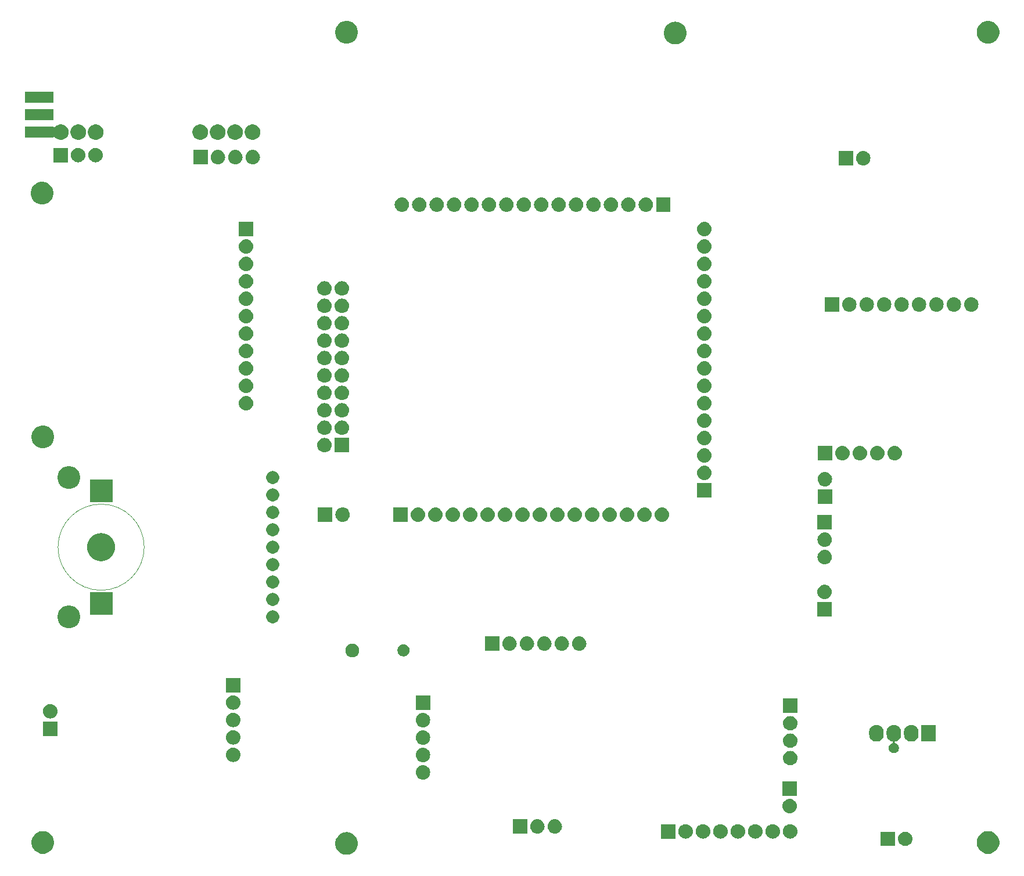
<source format=gbr>
G04 #@! TF.GenerationSoftware,KiCad,Pcbnew,5.0.1-33cea8e~68~ubuntu16.04.1*
G04 #@! TF.CreationDate,2018-10-29T02:33:34-07:00*
G04 #@! TF.ProjectId,integrated-board-design-2,696E74656772617465642D626F617264,rev?*
G04 #@! TF.SameCoordinates,Original*
G04 #@! TF.FileFunction,Soldermask,Bot*
G04 #@! TF.FilePolarity,Negative*
%FSLAX46Y46*%
G04 Gerber Fmt 4.6, Leading zero omitted, Abs format (unit mm)*
G04 Created by KiCad (PCBNEW 5.0.1-33cea8e~68~ubuntu16.04.1) date Mon 29 Oct 2018 02:33:34 AM PDT*
%MOMM*%
%LPD*%
G01*
G04 APERTURE LIST*
%ADD10C,0.100000*%
G04 APERTURE END LIST*
D10*
G04 #@! TO.C,B1*
X91348130Y-107896309D02*
G75*
G03X91348130Y-107896309I-6282115J0D01*
G01*
G36*
X121092323Y-149475060D02*
X121331521Y-149522639D01*
X121631947Y-149647080D01*
X121902324Y-149827740D01*
X122132260Y-150057676D01*
X122312920Y-150328053D01*
X122437361Y-150628479D01*
X122500800Y-150947410D01*
X122500800Y-151272590D01*
X122437361Y-151591521D01*
X122312920Y-151891947D01*
X122132260Y-152162324D01*
X121902324Y-152392260D01*
X121631947Y-152572920D01*
X121331521Y-152697361D01*
X121092323Y-152744940D01*
X121012591Y-152760800D01*
X120687409Y-152760800D01*
X120607677Y-152744940D01*
X120368479Y-152697361D01*
X120068053Y-152572920D01*
X119797676Y-152392260D01*
X119567740Y-152162324D01*
X119387080Y-151891947D01*
X119262639Y-151591521D01*
X119199200Y-151272590D01*
X119199200Y-150947410D01*
X119262639Y-150628479D01*
X119387080Y-150328053D01*
X119567740Y-150057676D01*
X119797676Y-149827740D01*
X120068053Y-149647080D01*
X120368479Y-149522639D01*
X120607677Y-149475060D01*
X120687409Y-149459200D01*
X121012591Y-149459200D01*
X121092323Y-149475060D01*
X121092323Y-149475060D01*
G37*
G36*
X214592323Y-149325060D02*
X214831521Y-149372639D01*
X215131947Y-149497080D01*
X215402324Y-149677740D01*
X215632260Y-149907676D01*
X215812920Y-150178053D01*
X215937361Y-150478479D01*
X216000800Y-150797410D01*
X216000800Y-151122590D01*
X215937361Y-151441521D01*
X215812920Y-151741947D01*
X215632260Y-152012324D01*
X215402324Y-152242260D01*
X215131947Y-152422920D01*
X214831521Y-152547361D01*
X214592323Y-152594940D01*
X214512591Y-152610800D01*
X214187409Y-152610800D01*
X214107677Y-152594940D01*
X213868479Y-152547361D01*
X213568053Y-152422920D01*
X213297676Y-152242260D01*
X213067740Y-152012324D01*
X212887080Y-151741947D01*
X212762639Y-151441521D01*
X212699200Y-151122590D01*
X212699200Y-150797410D01*
X212762639Y-150478479D01*
X212887080Y-150178053D01*
X213067740Y-149907676D01*
X213297676Y-149677740D01*
X213568053Y-149497080D01*
X213868479Y-149372639D01*
X214107677Y-149325060D01*
X214187409Y-149309200D01*
X214512591Y-149309200D01*
X214592323Y-149325060D01*
X214592323Y-149325060D01*
G37*
G36*
X76817323Y-149325060D02*
X77056521Y-149372639D01*
X77356947Y-149497080D01*
X77627324Y-149677740D01*
X77857260Y-149907676D01*
X78037920Y-150178053D01*
X78162361Y-150478479D01*
X78225800Y-150797410D01*
X78225800Y-151122590D01*
X78162361Y-151441521D01*
X78037920Y-151741947D01*
X77857260Y-152012324D01*
X77627324Y-152242260D01*
X77356947Y-152422920D01*
X77056521Y-152547361D01*
X76817323Y-152594940D01*
X76737591Y-152610800D01*
X76412409Y-152610800D01*
X76332677Y-152594940D01*
X76093479Y-152547361D01*
X75793053Y-152422920D01*
X75522676Y-152242260D01*
X75292740Y-152012324D01*
X75112080Y-151741947D01*
X74987639Y-151441521D01*
X74924200Y-151122590D01*
X74924200Y-150797410D01*
X74987639Y-150478479D01*
X75112080Y-150178053D01*
X75292740Y-149907676D01*
X75522676Y-149677740D01*
X75793053Y-149497080D01*
X76093479Y-149372639D01*
X76332677Y-149325060D01*
X76412409Y-149309200D01*
X76737591Y-149309200D01*
X76817323Y-149325060D01*
X76817323Y-149325060D01*
G37*
G36*
X202412910Y-149390665D02*
X202490039Y-149398261D01*
X202621990Y-149438288D01*
X202687966Y-149458301D01*
X202870375Y-149555801D01*
X203030257Y-149687014D01*
X203161470Y-149846896D01*
X203258970Y-150029305D01*
X203258970Y-150029306D01*
X203319010Y-150227232D01*
X203339283Y-150433068D01*
X203319010Y-150638904D01*
X203278983Y-150770855D01*
X203258970Y-150836831D01*
X203161470Y-151019240D01*
X203030257Y-151179122D01*
X202870375Y-151310335D01*
X202687966Y-151407835D01*
X202621990Y-151427848D01*
X202490039Y-151467875D01*
X202412910Y-151475472D01*
X202335783Y-151483068D01*
X202232623Y-151483068D01*
X202155496Y-151475472D01*
X202078367Y-151467875D01*
X201946416Y-151427848D01*
X201880440Y-151407835D01*
X201698031Y-151310335D01*
X201538149Y-151179122D01*
X201406936Y-151019240D01*
X201309436Y-150836831D01*
X201289423Y-150770855D01*
X201249396Y-150638904D01*
X201229123Y-150433068D01*
X201249396Y-150227232D01*
X201309436Y-150029306D01*
X201309436Y-150029305D01*
X201406936Y-149846896D01*
X201538149Y-149687014D01*
X201698031Y-149555801D01*
X201880440Y-149458301D01*
X201946416Y-149438288D01*
X202078367Y-149398261D01*
X202155496Y-149390665D01*
X202232623Y-149383068D01*
X202335783Y-149383068D01*
X202412910Y-149390665D01*
X202412910Y-149390665D01*
G37*
G36*
X200794203Y-151483068D02*
X198694203Y-151483068D01*
X198694203Y-149383068D01*
X200794203Y-149383068D01*
X200794203Y-151483068D01*
X200794203Y-151483068D01*
G37*
G36*
X183091287Y-148303296D02*
X183168416Y-148310893D01*
X183300367Y-148350920D01*
X183366343Y-148370933D01*
X183548752Y-148468433D01*
X183708634Y-148599646D01*
X183839847Y-148759528D01*
X183937347Y-148941937D01*
X183937347Y-148941938D01*
X183997387Y-149139864D01*
X184017660Y-149345700D01*
X183997387Y-149551536D01*
X183961755Y-149669000D01*
X183937347Y-149749463D01*
X183839847Y-149931872D01*
X183708634Y-150091754D01*
X183548752Y-150222967D01*
X183366343Y-150320467D01*
X183300367Y-150340480D01*
X183168416Y-150380507D01*
X183091287Y-150388103D01*
X183014160Y-150395700D01*
X182911000Y-150395700D01*
X182833873Y-150388103D01*
X182756744Y-150380507D01*
X182624793Y-150340480D01*
X182558817Y-150320467D01*
X182376408Y-150222967D01*
X182216526Y-150091754D01*
X182085313Y-149931872D01*
X181987813Y-149749463D01*
X181963405Y-149669000D01*
X181927773Y-149551536D01*
X181907500Y-149345700D01*
X181927773Y-149139864D01*
X181987813Y-148941938D01*
X181987813Y-148941937D01*
X182085313Y-148759528D01*
X182216526Y-148599646D01*
X182376408Y-148468433D01*
X182558817Y-148370933D01*
X182624793Y-148350920D01*
X182756744Y-148310893D01*
X182833873Y-148303296D01*
X182911000Y-148295700D01*
X183014160Y-148295700D01*
X183091287Y-148303296D01*
X183091287Y-148303296D01*
G37*
G36*
X180551287Y-148303296D02*
X180628416Y-148310893D01*
X180760367Y-148350920D01*
X180826343Y-148370933D01*
X181008752Y-148468433D01*
X181168634Y-148599646D01*
X181299847Y-148759528D01*
X181397347Y-148941937D01*
X181397347Y-148941938D01*
X181457387Y-149139864D01*
X181477660Y-149345700D01*
X181457387Y-149551536D01*
X181421755Y-149669000D01*
X181397347Y-149749463D01*
X181299847Y-149931872D01*
X181168634Y-150091754D01*
X181008752Y-150222967D01*
X180826343Y-150320467D01*
X180760367Y-150340480D01*
X180628416Y-150380507D01*
X180551287Y-150388103D01*
X180474160Y-150395700D01*
X180371000Y-150395700D01*
X180293873Y-150388103D01*
X180216744Y-150380507D01*
X180084793Y-150340480D01*
X180018817Y-150320467D01*
X179836408Y-150222967D01*
X179676526Y-150091754D01*
X179545313Y-149931872D01*
X179447813Y-149749463D01*
X179423405Y-149669000D01*
X179387773Y-149551536D01*
X179367500Y-149345700D01*
X179387773Y-149139864D01*
X179447813Y-148941938D01*
X179447813Y-148941937D01*
X179545313Y-148759528D01*
X179676526Y-148599646D01*
X179836408Y-148468433D01*
X180018817Y-148370933D01*
X180084793Y-148350920D01*
X180216744Y-148310893D01*
X180293873Y-148303296D01*
X180371000Y-148295700D01*
X180474160Y-148295700D01*
X180551287Y-148303296D01*
X180551287Y-148303296D01*
G37*
G36*
X178011287Y-148303296D02*
X178088416Y-148310893D01*
X178220367Y-148350920D01*
X178286343Y-148370933D01*
X178468752Y-148468433D01*
X178628634Y-148599646D01*
X178759847Y-148759528D01*
X178857347Y-148941937D01*
X178857347Y-148941938D01*
X178917387Y-149139864D01*
X178937660Y-149345700D01*
X178917387Y-149551536D01*
X178881755Y-149669000D01*
X178857347Y-149749463D01*
X178759847Y-149931872D01*
X178628634Y-150091754D01*
X178468752Y-150222967D01*
X178286343Y-150320467D01*
X178220367Y-150340480D01*
X178088416Y-150380507D01*
X178011287Y-150388103D01*
X177934160Y-150395700D01*
X177831000Y-150395700D01*
X177753873Y-150388103D01*
X177676744Y-150380507D01*
X177544793Y-150340480D01*
X177478817Y-150320467D01*
X177296408Y-150222967D01*
X177136526Y-150091754D01*
X177005313Y-149931872D01*
X176907813Y-149749463D01*
X176883405Y-149669000D01*
X176847773Y-149551536D01*
X176827500Y-149345700D01*
X176847773Y-149139864D01*
X176907813Y-148941938D01*
X176907813Y-148941937D01*
X177005313Y-148759528D01*
X177136526Y-148599646D01*
X177296408Y-148468433D01*
X177478817Y-148370933D01*
X177544793Y-148350920D01*
X177676744Y-148310893D01*
X177753873Y-148303296D01*
X177831000Y-148295700D01*
X177934160Y-148295700D01*
X178011287Y-148303296D01*
X178011287Y-148303296D01*
G37*
G36*
X175471287Y-148303296D02*
X175548416Y-148310893D01*
X175680367Y-148350920D01*
X175746343Y-148370933D01*
X175928752Y-148468433D01*
X176088634Y-148599646D01*
X176219847Y-148759528D01*
X176317347Y-148941937D01*
X176317347Y-148941938D01*
X176377387Y-149139864D01*
X176397660Y-149345700D01*
X176377387Y-149551536D01*
X176341755Y-149669000D01*
X176317347Y-149749463D01*
X176219847Y-149931872D01*
X176088634Y-150091754D01*
X175928752Y-150222967D01*
X175746343Y-150320467D01*
X175680367Y-150340480D01*
X175548416Y-150380507D01*
X175471287Y-150388103D01*
X175394160Y-150395700D01*
X175291000Y-150395700D01*
X175213873Y-150388103D01*
X175136744Y-150380507D01*
X175004793Y-150340480D01*
X174938817Y-150320467D01*
X174756408Y-150222967D01*
X174596526Y-150091754D01*
X174465313Y-149931872D01*
X174367813Y-149749463D01*
X174343405Y-149669000D01*
X174307773Y-149551536D01*
X174287500Y-149345700D01*
X174307773Y-149139864D01*
X174367813Y-148941938D01*
X174367813Y-148941937D01*
X174465313Y-148759528D01*
X174596526Y-148599646D01*
X174756408Y-148468433D01*
X174938817Y-148370933D01*
X175004793Y-148350920D01*
X175136744Y-148310893D01*
X175213873Y-148303296D01*
X175291000Y-148295700D01*
X175394160Y-148295700D01*
X175471287Y-148303296D01*
X175471287Y-148303296D01*
G37*
G36*
X170391287Y-148303296D02*
X170468416Y-148310893D01*
X170600367Y-148350920D01*
X170666343Y-148370933D01*
X170848752Y-148468433D01*
X171008634Y-148599646D01*
X171139847Y-148759528D01*
X171237347Y-148941937D01*
X171237347Y-148941938D01*
X171297387Y-149139864D01*
X171317660Y-149345700D01*
X171297387Y-149551536D01*
X171261755Y-149669000D01*
X171237347Y-149749463D01*
X171139847Y-149931872D01*
X171008634Y-150091754D01*
X170848752Y-150222967D01*
X170666343Y-150320467D01*
X170600367Y-150340480D01*
X170468416Y-150380507D01*
X170391287Y-150388103D01*
X170314160Y-150395700D01*
X170211000Y-150395700D01*
X170133873Y-150388103D01*
X170056744Y-150380507D01*
X169924793Y-150340480D01*
X169858817Y-150320467D01*
X169676408Y-150222967D01*
X169516526Y-150091754D01*
X169385313Y-149931872D01*
X169287813Y-149749463D01*
X169263405Y-149669000D01*
X169227773Y-149551536D01*
X169207500Y-149345700D01*
X169227773Y-149139864D01*
X169287813Y-148941938D01*
X169287813Y-148941937D01*
X169385313Y-148759528D01*
X169516526Y-148599646D01*
X169676408Y-148468433D01*
X169858817Y-148370933D01*
X169924793Y-148350920D01*
X170056744Y-148310893D01*
X170133873Y-148303296D01*
X170211000Y-148295700D01*
X170314160Y-148295700D01*
X170391287Y-148303296D01*
X170391287Y-148303296D01*
G37*
G36*
X185631287Y-148303296D02*
X185708416Y-148310893D01*
X185840367Y-148350920D01*
X185906343Y-148370933D01*
X186088752Y-148468433D01*
X186248634Y-148599646D01*
X186379847Y-148759528D01*
X186477347Y-148941937D01*
X186477347Y-148941938D01*
X186537387Y-149139864D01*
X186557660Y-149345700D01*
X186537387Y-149551536D01*
X186501755Y-149669000D01*
X186477347Y-149749463D01*
X186379847Y-149931872D01*
X186248634Y-150091754D01*
X186088752Y-150222967D01*
X185906343Y-150320467D01*
X185840367Y-150340480D01*
X185708416Y-150380507D01*
X185631287Y-150388103D01*
X185554160Y-150395700D01*
X185451000Y-150395700D01*
X185373873Y-150388103D01*
X185296744Y-150380507D01*
X185164793Y-150340480D01*
X185098817Y-150320467D01*
X184916408Y-150222967D01*
X184756526Y-150091754D01*
X184625313Y-149931872D01*
X184527813Y-149749463D01*
X184503405Y-149669000D01*
X184467773Y-149551536D01*
X184447500Y-149345700D01*
X184467773Y-149139864D01*
X184527813Y-148941938D01*
X184527813Y-148941937D01*
X184625313Y-148759528D01*
X184756526Y-148599646D01*
X184916408Y-148468433D01*
X185098817Y-148370933D01*
X185164793Y-148350920D01*
X185296744Y-148310893D01*
X185373873Y-148303296D01*
X185451000Y-148295700D01*
X185554160Y-148295700D01*
X185631287Y-148303296D01*
X185631287Y-148303296D01*
G37*
G36*
X168772580Y-150395700D02*
X166672580Y-150395700D01*
X166672580Y-148295700D01*
X168772580Y-148295700D01*
X168772580Y-150395700D01*
X168772580Y-150395700D01*
G37*
G36*
X172931287Y-148303296D02*
X173008416Y-148310893D01*
X173140367Y-148350920D01*
X173206343Y-148370933D01*
X173388752Y-148468433D01*
X173548634Y-148599646D01*
X173679847Y-148759528D01*
X173777347Y-148941937D01*
X173777347Y-148941938D01*
X173837387Y-149139864D01*
X173857660Y-149345700D01*
X173837387Y-149551536D01*
X173801755Y-149669000D01*
X173777347Y-149749463D01*
X173679847Y-149931872D01*
X173548634Y-150091754D01*
X173388752Y-150222967D01*
X173206343Y-150320467D01*
X173140367Y-150340480D01*
X173008416Y-150380507D01*
X172931287Y-150388103D01*
X172854160Y-150395700D01*
X172751000Y-150395700D01*
X172673873Y-150388103D01*
X172596744Y-150380507D01*
X172464793Y-150340480D01*
X172398817Y-150320467D01*
X172216408Y-150222967D01*
X172056526Y-150091754D01*
X171925313Y-149931872D01*
X171827813Y-149749463D01*
X171803405Y-149669000D01*
X171767773Y-149551536D01*
X171747500Y-149345700D01*
X171767773Y-149139864D01*
X171827813Y-148941938D01*
X171827813Y-148941937D01*
X171925313Y-148759528D01*
X172056526Y-148599646D01*
X172216408Y-148468433D01*
X172398817Y-148370933D01*
X172464793Y-148350920D01*
X172596744Y-148310893D01*
X172673873Y-148303296D01*
X172751000Y-148295700D01*
X172854160Y-148295700D01*
X172931287Y-148303296D01*
X172931287Y-148303296D01*
G37*
G36*
X148786707Y-147576597D02*
X148863836Y-147584193D01*
X148995787Y-147624220D01*
X149061763Y-147644233D01*
X149244172Y-147741733D01*
X149404054Y-147872946D01*
X149535267Y-148032828D01*
X149632767Y-148215237D01*
X149632767Y-148215238D01*
X149692807Y-148413164D01*
X149713080Y-148619000D01*
X149692807Y-148824836D01*
X149657285Y-148941937D01*
X149632767Y-149022763D01*
X149535267Y-149205172D01*
X149404054Y-149365054D01*
X149244172Y-149496267D01*
X149061763Y-149593767D01*
X148995787Y-149613780D01*
X148863836Y-149653807D01*
X148786707Y-149661403D01*
X148709580Y-149669000D01*
X148606420Y-149669000D01*
X148529293Y-149661403D01*
X148452164Y-149653807D01*
X148320213Y-149613780D01*
X148254237Y-149593767D01*
X148071828Y-149496267D01*
X147911946Y-149365054D01*
X147780733Y-149205172D01*
X147683233Y-149022763D01*
X147658715Y-148941937D01*
X147623193Y-148824836D01*
X147602920Y-148619000D01*
X147623193Y-148413164D01*
X147683233Y-148215238D01*
X147683233Y-148215237D01*
X147780733Y-148032828D01*
X147911946Y-147872946D01*
X148071828Y-147741733D01*
X148254237Y-147644233D01*
X148320213Y-147624220D01*
X148452164Y-147584193D01*
X148529293Y-147576597D01*
X148606420Y-147569000D01*
X148709580Y-147569000D01*
X148786707Y-147576597D01*
X148786707Y-147576597D01*
G37*
G36*
X147168000Y-149669000D02*
X145068000Y-149669000D01*
X145068000Y-147569000D01*
X147168000Y-147569000D01*
X147168000Y-149669000D01*
X147168000Y-149669000D01*
G37*
G36*
X151326707Y-147576597D02*
X151403836Y-147584193D01*
X151535787Y-147624220D01*
X151601763Y-147644233D01*
X151784172Y-147741733D01*
X151944054Y-147872946D01*
X152075267Y-148032828D01*
X152172767Y-148215237D01*
X152172767Y-148215238D01*
X152232807Y-148413164D01*
X152253080Y-148619000D01*
X152232807Y-148824836D01*
X152197285Y-148941937D01*
X152172767Y-149022763D01*
X152075267Y-149205172D01*
X151944054Y-149365054D01*
X151784172Y-149496267D01*
X151601763Y-149593767D01*
X151535787Y-149613780D01*
X151403836Y-149653807D01*
X151326707Y-149661403D01*
X151249580Y-149669000D01*
X151146420Y-149669000D01*
X151069293Y-149661403D01*
X150992164Y-149653807D01*
X150860213Y-149613780D01*
X150794237Y-149593767D01*
X150611828Y-149496267D01*
X150451946Y-149365054D01*
X150320733Y-149205172D01*
X150223233Y-149022763D01*
X150198715Y-148941937D01*
X150163193Y-148824836D01*
X150142920Y-148619000D01*
X150163193Y-148413164D01*
X150223233Y-148215238D01*
X150223233Y-148215237D01*
X150320733Y-148032828D01*
X150451946Y-147872946D01*
X150611828Y-147741733D01*
X150794237Y-147644233D01*
X150860213Y-147624220D01*
X150992164Y-147584193D01*
X151069293Y-147576597D01*
X151146420Y-147569000D01*
X151249580Y-147569000D01*
X151326707Y-147576597D01*
X151326707Y-147576597D01*
G37*
G36*
X185570327Y-144602517D02*
X185647456Y-144610113D01*
X185779407Y-144650140D01*
X185845383Y-144670153D01*
X186027792Y-144767653D01*
X186187674Y-144898866D01*
X186318887Y-145058748D01*
X186416387Y-145241157D01*
X186416387Y-145241158D01*
X186476427Y-145439084D01*
X186496700Y-145644920D01*
X186476427Y-145850756D01*
X186436400Y-145982707D01*
X186416387Y-146048683D01*
X186318887Y-146231092D01*
X186187674Y-146390974D01*
X186027792Y-146522187D01*
X185845383Y-146619687D01*
X185779407Y-146639700D01*
X185647456Y-146679727D01*
X185570327Y-146687323D01*
X185493200Y-146694920D01*
X185390040Y-146694920D01*
X185312913Y-146687323D01*
X185235784Y-146679727D01*
X185103833Y-146639700D01*
X185037857Y-146619687D01*
X184855448Y-146522187D01*
X184695566Y-146390974D01*
X184564353Y-146231092D01*
X184466853Y-146048683D01*
X184446840Y-145982707D01*
X184406813Y-145850756D01*
X184386540Y-145644920D01*
X184406813Y-145439084D01*
X184466853Y-145241158D01*
X184466853Y-145241157D01*
X184564353Y-145058748D01*
X184695566Y-144898866D01*
X184855448Y-144767653D01*
X185037857Y-144670153D01*
X185103833Y-144650140D01*
X185235784Y-144610113D01*
X185312913Y-144602517D01*
X185390040Y-144594920D01*
X185493200Y-144594920D01*
X185570327Y-144602517D01*
X185570327Y-144602517D01*
G37*
G36*
X186491620Y-144154920D02*
X184391620Y-144154920D01*
X184391620Y-142054920D01*
X186491620Y-142054920D01*
X186491620Y-144154920D01*
X186491620Y-144154920D01*
G37*
G36*
X132118787Y-139687157D02*
X132195916Y-139694753D01*
X132327867Y-139734780D01*
X132393843Y-139754793D01*
X132576252Y-139852293D01*
X132736134Y-139983506D01*
X132867347Y-140143388D01*
X132964847Y-140325797D01*
X132964847Y-140325798D01*
X133024887Y-140523724D01*
X133045160Y-140729560D01*
X133024887Y-140935396D01*
X132984860Y-141067347D01*
X132964847Y-141133323D01*
X132867347Y-141315732D01*
X132736134Y-141475614D01*
X132576252Y-141606827D01*
X132393843Y-141704327D01*
X132327867Y-141724340D01*
X132195916Y-141764367D01*
X132118787Y-141771963D01*
X132041660Y-141779560D01*
X131938500Y-141779560D01*
X131861373Y-141771963D01*
X131784244Y-141764367D01*
X131652293Y-141724340D01*
X131586317Y-141704327D01*
X131403908Y-141606827D01*
X131244026Y-141475614D01*
X131112813Y-141315732D01*
X131015313Y-141133323D01*
X130995300Y-141067347D01*
X130955273Y-140935396D01*
X130935000Y-140729560D01*
X130955273Y-140523724D01*
X131015313Y-140325798D01*
X131015313Y-140325797D01*
X131112813Y-140143388D01*
X131244026Y-139983506D01*
X131403908Y-139852293D01*
X131586317Y-139754793D01*
X131652293Y-139734780D01*
X131784244Y-139694753D01*
X131861373Y-139687157D01*
X131938500Y-139679560D01*
X132041660Y-139679560D01*
X132118787Y-139687157D01*
X132118787Y-139687157D01*
G37*
G36*
X185646527Y-137612436D02*
X185723656Y-137620033D01*
X185855607Y-137660060D01*
X185921583Y-137680073D01*
X186103992Y-137777573D01*
X186263874Y-137908786D01*
X186395087Y-138068668D01*
X186492587Y-138251077D01*
X186492587Y-138251078D01*
X186552627Y-138449004D01*
X186572900Y-138654840D01*
X186552627Y-138860676D01*
X186529895Y-138935614D01*
X186492587Y-139058603D01*
X186395087Y-139241012D01*
X186263874Y-139400894D01*
X186103992Y-139532107D01*
X185921583Y-139629607D01*
X185855607Y-139649620D01*
X185723656Y-139689647D01*
X185646527Y-139697243D01*
X185569400Y-139704840D01*
X185466240Y-139704840D01*
X185389113Y-139697243D01*
X185311984Y-139689647D01*
X185180033Y-139649620D01*
X185114057Y-139629607D01*
X184931648Y-139532107D01*
X184771766Y-139400894D01*
X184640553Y-139241012D01*
X184543053Y-139058603D01*
X184505745Y-138935614D01*
X184483013Y-138860676D01*
X184462740Y-138654840D01*
X184483013Y-138449004D01*
X184543053Y-138251078D01*
X184543053Y-138251077D01*
X184640553Y-138068668D01*
X184771766Y-137908786D01*
X184931648Y-137777573D01*
X185114057Y-137680073D01*
X185180033Y-137660060D01*
X185311984Y-137620033D01*
X185389113Y-137612436D01*
X185466240Y-137604840D01*
X185569400Y-137604840D01*
X185646527Y-137612436D01*
X185646527Y-137612436D01*
G37*
G36*
X132118787Y-137147157D02*
X132195916Y-137154753D01*
X132327867Y-137194780D01*
X132393843Y-137214793D01*
X132576252Y-137312293D01*
X132736134Y-137443506D01*
X132867347Y-137603388D01*
X132964847Y-137785797D01*
X132964847Y-137785798D01*
X133024887Y-137983724D01*
X133045160Y-138189560D01*
X133024887Y-138395396D01*
X132984860Y-138527347D01*
X132964847Y-138593323D01*
X132867347Y-138775732D01*
X132736134Y-138935614D01*
X132576252Y-139066827D01*
X132393843Y-139164327D01*
X132327867Y-139184340D01*
X132195916Y-139224367D01*
X132118787Y-139231964D01*
X132041660Y-139239560D01*
X131938500Y-139239560D01*
X131861373Y-139231964D01*
X131784244Y-139224367D01*
X131652293Y-139184340D01*
X131586317Y-139164327D01*
X131403908Y-139066827D01*
X131244026Y-138935614D01*
X131112813Y-138775732D01*
X131015313Y-138593323D01*
X130995300Y-138527347D01*
X130955273Y-138395396D01*
X130935000Y-138189560D01*
X130955273Y-137983724D01*
X131015313Y-137785798D01*
X131015313Y-137785797D01*
X131112813Y-137603388D01*
X131244026Y-137443506D01*
X131403908Y-137312293D01*
X131586317Y-137214793D01*
X131652293Y-137194780D01*
X131784244Y-137154753D01*
X131861373Y-137147157D01*
X131938500Y-137139560D01*
X132041660Y-137139560D01*
X132118787Y-137147157D01*
X132118787Y-137147157D01*
G37*
G36*
X104448707Y-137132596D02*
X104525836Y-137140193D01*
X104657787Y-137180220D01*
X104723763Y-137200233D01*
X104906172Y-137297733D01*
X105066054Y-137428946D01*
X105197267Y-137588828D01*
X105294767Y-137771237D01*
X105299184Y-137785798D01*
X105354807Y-137969164D01*
X105375080Y-138175000D01*
X105354807Y-138380836D01*
X105334128Y-138449006D01*
X105294767Y-138578763D01*
X105197267Y-138761172D01*
X105066054Y-138921054D01*
X104906172Y-139052267D01*
X104723763Y-139149767D01*
X104675764Y-139164327D01*
X104525836Y-139209807D01*
X104448707Y-139217404D01*
X104371580Y-139225000D01*
X104268420Y-139225000D01*
X104191293Y-139217404D01*
X104114164Y-139209807D01*
X103964236Y-139164327D01*
X103916237Y-139149767D01*
X103733828Y-139052267D01*
X103573946Y-138921054D01*
X103442733Y-138761172D01*
X103345233Y-138578763D01*
X103305872Y-138449006D01*
X103285193Y-138380836D01*
X103264920Y-138175000D01*
X103285193Y-137969164D01*
X103340816Y-137785798D01*
X103345233Y-137771237D01*
X103442733Y-137588828D01*
X103573946Y-137428946D01*
X103733828Y-137297733D01*
X103916237Y-137200233D01*
X103982213Y-137180220D01*
X104114164Y-137140193D01*
X104191293Y-137132596D01*
X104268420Y-137125000D01*
X104371580Y-137125000D01*
X104448707Y-137132596D01*
X104448707Y-137132596D01*
G37*
G36*
X200798623Y-133830094D02*
X200832981Y-133833478D01*
X200966815Y-133874077D01*
X201033733Y-133894376D01*
X201218748Y-133993268D01*
X201380915Y-134126356D01*
X201514003Y-134288523D01*
X201612895Y-134473539D01*
X201633194Y-134540457D01*
X201673793Y-134674291D01*
X201673793Y-134674293D01*
X201689203Y-134830751D01*
X201689203Y-135235386D01*
X201688177Y-135245798D01*
X201673793Y-135391846D01*
X201658055Y-135443726D01*
X201612895Y-135592598D01*
X201514003Y-135777613D01*
X201380915Y-135939780D01*
X201218748Y-136072868D01*
X201033732Y-136171760D01*
X200964019Y-136192907D01*
X200838162Y-136231086D01*
X200815523Y-136240463D01*
X200795148Y-136254077D01*
X200777821Y-136271404D01*
X200764208Y-136291779D01*
X200754830Y-136314418D01*
X200750050Y-136338451D01*
X200750050Y-136362956D01*
X200754831Y-136386989D01*
X200764208Y-136409628D01*
X200777822Y-136430003D01*
X200795149Y-136447330D01*
X200815524Y-136460943D01*
X200838163Y-136470321D01*
X200840739Y-136470966D01*
X200979460Y-136528426D01*
X201102303Y-136610507D01*
X201206764Y-136714968D01*
X201288845Y-136837811D01*
X201345381Y-136974302D01*
X201374203Y-137119198D01*
X201374203Y-137266938D01*
X201345381Y-137411834D01*
X201288845Y-137548325D01*
X201206764Y-137671168D01*
X201102303Y-137775629D01*
X200979460Y-137857710D01*
X200899506Y-137890828D01*
X200842970Y-137914246D01*
X200770521Y-137928657D01*
X200698073Y-137943068D01*
X200550333Y-137943068D01*
X200477885Y-137928657D01*
X200405436Y-137914246D01*
X200348900Y-137890828D01*
X200268946Y-137857710D01*
X200146103Y-137775629D01*
X200041642Y-137671168D01*
X199959561Y-137548325D01*
X199903025Y-137411834D01*
X199874203Y-137266938D01*
X199874203Y-137119198D01*
X199903025Y-136974302D01*
X199959561Y-136837811D01*
X200041642Y-136714968D01*
X200146103Y-136610507D01*
X200268946Y-136528426D01*
X200361744Y-136489988D01*
X200405436Y-136471890D01*
X200405437Y-136471890D01*
X200412112Y-136469125D01*
X200421789Y-136466190D01*
X200443401Y-136454639D01*
X200462343Y-136439094D01*
X200477889Y-136420153D01*
X200489441Y-136398542D01*
X200496555Y-136375094D01*
X200498958Y-136350707D01*
X200496557Y-136326321D01*
X200489445Y-136302872D01*
X200477894Y-136281260D01*
X200462349Y-136262318D01*
X200443408Y-136246772D01*
X200421797Y-136235220D01*
X200410244Y-136231086D01*
X200323000Y-136204621D01*
X200214673Y-136171760D01*
X200029658Y-136072868D01*
X199867491Y-135939780D01*
X199734403Y-135777613D01*
X199635511Y-135592597D01*
X199615212Y-135525679D01*
X199574613Y-135391845D01*
X199559419Y-135237573D01*
X199559203Y-135235385D01*
X199559203Y-134830750D01*
X199570760Y-134713407D01*
X199574613Y-134674290D01*
X199612436Y-134549607D01*
X199635511Y-134473538D01*
X199734403Y-134288523D01*
X199867492Y-134126356D01*
X200029659Y-133993268D01*
X200214674Y-133894376D01*
X200281592Y-133874077D01*
X200415426Y-133833478D01*
X200449784Y-133830094D01*
X200624203Y-133812915D01*
X200798623Y-133830094D01*
X200798623Y-133830094D01*
G37*
G36*
X185646527Y-135072437D02*
X185723656Y-135080033D01*
X185855607Y-135120060D01*
X185921583Y-135140073D01*
X186103992Y-135237573D01*
X186263874Y-135368786D01*
X186395087Y-135528668D01*
X186492587Y-135711077D01*
X186492587Y-135711078D01*
X186552627Y-135909004D01*
X186572900Y-136114840D01*
X186552627Y-136320676D01*
X186525644Y-136409628D01*
X186492587Y-136518603D01*
X186395087Y-136701012D01*
X186263874Y-136860894D01*
X186103992Y-136992107D01*
X185921583Y-137089607D01*
X185855607Y-137109620D01*
X185723656Y-137149647D01*
X185646527Y-137157243D01*
X185569400Y-137164840D01*
X185466240Y-137164840D01*
X185389113Y-137157243D01*
X185311984Y-137149647D01*
X185180033Y-137109620D01*
X185114057Y-137089607D01*
X184931648Y-136992107D01*
X184771766Y-136860894D01*
X184640553Y-136701012D01*
X184543053Y-136518603D01*
X184509996Y-136409628D01*
X184483013Y-136320676D01*
X184462740Y-136114840D01*
X184483013Y-135909004D01*
X184543053Y-135711078D01*
X184543053Y-135711077D01*
X184640553Y-135528668D01*
X184771766Y-135368786D01*
X184931648Y-135237573D01*
X185114057Y-135140073D01*
X185180033Y-135120060D01*
X185311984Y-135080033D01*
X185389113Y-135072437D01*
X185466240Y-135064840D01*
X185569400Y-135064840D01*
X185646527Y-135072437D01*
X185646527Y-135072437D01*
G37*
G36*
X132118787Y-134607157D02*
X132195916Y-134614753D01*
X132327867Y-134654780D01*
X132393843Y-134674793D01*
X132576252Y-134772293D01*
X132736134Y-134903506D01*
X132867347Y-135063388D01*
X132964847Y-135245797D01*
X132964847Y-135245798D01*
X133024887Y-135443724D01*
X133045160Y-135649560D01*
X133024887Y-135855396D01*
X132999289Y-135939780D01*
X132964847Y-136053323D01*
X132867347Y-136235732D01*
X132736134Y-136395614D01*
X132576252Y-136526827D01*
X132393843Y-136624327D01*
X132327867Y-136644340D01*
X132195916Y-136684367D01*
X132118787Y-136691963D01*
X132041660Y-136699560D01*
X131938500Y-136699560D01*
X131861373Y-136691963D01*
X131784244Y-136684367D01*
X131652293Y-136644340D01*
X131586317Y-136624327D01*
X131403908Y-136526827D01*
X131244026Y-136395614D01*
X131112813Y-136235732D01*
X131015313Y-136053323D01*
X130980871Y-135939780D01*
X130955273Y-135855396D01*
X130935000Y-135649560D01*
X130955273Y-135443724D01*
X131015313Y-135245798D01*
X131015313Y-135245797D01*
X131112813Y-135063388D01*
X131244026Y-134903506D01*
X131403908Y-134772293D01*
X131586317Y-134674793D01*
X131652293Y-134654780D01*
X131784244Y-134614753D01*
X131861373Y-134607157D01*
X131938500Y-134599560D01*
X132041660Y-134599560D01*
X132118787Y-134607157D01*
X132118787Y-134607157D01*
G37*
G36*
X104448707Y-134592596D02*
X104525836Y-134600193D01*
X104657787Y-134640220D01*
X104723763Y-134660233D01*
X104906172Y-134757733D01*
X105066054Y-134888946D01*
X105197267Y-135048828D01*
X105294767Y-135231237D01*
X105299184Y-135245798D01*
X105354807Y-135429164D01*
X105375080Y-135635000D01*
X105354807Y-135840836D01*
X105334128Y-135909006D01*
X105294767Y-136038763D01*
X105197267Y-136221172D01*
X105066054Y-136381054D01*
X104906172Y-136512267D01*
X104723763Y-136609767D01*
X104675764Y-136624327D01*
X104525836Y-136669807D01*
X104448707Y-136677404D01*
X104371580Y-136685000D01*
X104268420Y-136685000D01*
X104191293Y-136677404D01*
X104114164Y-136669807D01*
X103964236Y-136624327D01*
X103916237Y-136609767D01*
X103733828Y-136512267D01*
X103573946Y-136381054D01*
X103442733Y-136221172D01*
X103345233Y-136038763D01*
X103305872Y-135909006D01*
X103285193Y-135840836D01*
X103264920Y-135635000D01*
X103285193Y-135429164D01*
X103340816Y-135245798D01*
X103345233Y-135231237D01*
X103442733Y-135048828D01*
X103573946Y-134888946D01*
X103733828Y-134757733D01*
X103916237Y-134660233D01*
X103982213Y-134640220D01*
X104114164Y-134600193D01*
X104191293Y-134592596D01*
X104268420Y-134585000D01*
X104371580Y-134585000D01*
X104448707Y-134592596D01*
X104448707Y-134592596D01*
G37*
G36*
X198258623Y-133830094D02*
X198292981Y-133833478D01*
X198426815Y-133874077D01*
X198493733Y-133894376D01*
X198678748Y-133993268D01*
X198840915Y-134126356D01*
X198974003Y-134288523D01*
X199072895Y-134473539D01*
X199093194Y-134540457D01*
X199133793Y-134674291D01*
X199133793Y-134674293D01*
X199149203Y-134830751D01*
X199149203Y-135235386D01*
X199148177Y-135245798D01*
X199133793Y-135391846D01*
X199118055Y-135443726D01*
X199072895Y-135592598D01*
X198974003Y-135777613D01*
X198840915Y-135939780D01*
X198678748Y-136072868D01*
X198493732Y-136171760D01*
X198426814Y-136192059D01*
X198292980Y-136232658D01*
X198261778Y-136235731D01*
X198084203Y-136253221D01*
X197906627Y-136235731D01*
X197875425Y-136232658D01*
X197741591Y-136192059D01*
X197674673Y-136171760D01*
X197489658Y-136072868D01*
X197327491Y-135939780D01*
X197194403Y-135777613D01*
X197095511Y-135592597D01*
X197075212Y-135525679D01*
X197034613Y-135391845D01*
X197019419Y-135237573D01*
X197019203Y-135235385D01*
X197019203Y-134830750D01*
X197030760Y-134713407D01*
X197034613Y-134674290D01*
X197072436Y-134549607D01*
X197095511Y-134473538D01*
X197194403Y-134288523D01*
X197327492Y-134126356D01*
X197489659Y-133993268D01*
X197674674Y-133894376D01*
X197741592Y-133874077D01*
X197875426Y-133833478D01*
X197909784Y-133830094D01*
X198084203Y-133812915D01*
X198258623Y-133830094D01*
X198258623Y-133830094D01*
G37*
G36*
X203338623Y-133830094D02*
X203372981Y-133833478D01*
X203506815Y-133874077D01*
X203573733Y-133894376D01*
X203758748Y-133993268D01*
X203920915Y-134126356D01*
X204054003Y-134288523D01*
X204152895Y-134473539D01*
X204173194Y-134540457D01*
X204213793Y-134674291D01*
X204213793Y-134674293D01*
X204229203Y-134830751D01*
X204229203Y-135235386D01*
X204228177Y-135245798D01*
X204213793Y-135391846D01*
X204198055Y-135443726D01*
X204152895Y-135592598D01*
X204054003Y-135777613D01*
X203920915Y-135939780D01*
X203758748Y-136072868D01*
X203573732Y-136171760D01*
X203506814Y-136192059D01*
X203372980Y-136232658D01*
X203341778Y-136235731D01*
X203164203Y-136253221D01*
X202986627Y-136235731D01*
X202955425Y-136232658D01*
X202821591Y-136192059D01*
X202754673Y-136171760D01*
X202569658Y-136072868D01*
X202407491Y-135939780D01*
X202274403Y-135777613D01*
X202175511Y-135592597D01*
X202155212Y-135525679D01*
X202114613Y-135391845D01*
X202099419Y-135237573D01*
X202099203Y-135235385D01*
X202099203Y-134830750D01*
X202110760Y-134713407D01*
X202114613Y-134674290D01*
X202152436Y-134549607D01*
X202175511Y-134473538D01*
X202274403Y-134288523D01*
X202407492Y-134126356D01*
X202569659Y-133993268D01*
X202754674Y-133894376D01*
X202821592Y-133874077D01*
X202955426Y-133833478D01*
X202989784Y-133830094D01*
X203164203Y-133812915D01*
X203338623Y-133830094D01*
X203338623Y-133830094D01*
G37*
G36*
X206769203Y-136248068D02*
X204639203Y-136248068D01*
X204639203Y-133818068D01*
X206769203Y-133818068D01*
X206769203Y-136248068D01*
X206769203Y-136248068D01*
G37*
G36*
X78700000Y-135415000D02*
X76600000Y-135415000D01*
X76600000Y-133315000D01*
X78700000Y-133315000D01*
X78700000Y-135415000D01*
X78700000Y-135415000D01*
G37*
G36*
X185646527Y-132532437D02*
X185723656Y-132540033D01*
X185855607Y-132580060D01*
X185921583Y-132600073D01*
X186103992Y-132697573D01*
X186263874Y-132828786D01*
X186395087Y-132988668D01*
X186492587Y-133171077D01*
X186492587Y-133171078D01*
X186552627Y-133369004D01*
X186572900Y-133574840D01*
X186552627Y-133780676D01*
X186529895Y-133855614D01*
X186492587Y-133978603D01*
X186395087Y-134161012D01*
X186263874Y-134320894D01*
X186103992Y-134452107D01*
X185921583Y-134549607D01*
X185855607Y-134569620D01*
X185723656Y-134609647D01*
X185646527Y-134617244D01*
X185569400Y-134624840D01*
X185466240Y-134624840D01*
X185389113Y-134617244D01*
X185311984Y-134609647D01*
X185180033Y-134569620D01*
X185114057Y-134549607D01*
X184931648Y-134452107D01*
X184771766Y-134320894D01*
X184640553Y-134161012D01*
X184543053Y-133978603D01*
X184505745Y-133855614D01*
X184483013Y-133780676D01*
X184462740Y-133574840D01*
X184483013Y-133369004D01*
X184543053Y-133171078D01*
X184543053Y-133171077D01*
X184640553Y-132988668D01*
X184771766Y-132828786D01*
X184931648Y-132697573D01*
X185114057Y-132600073D01*
X185180033Y-132580060D01*
X185311984Y-132540033D01*
X185389113Y-132532437D01*
X185466240Y-132524840D01*
X185569400Y-132524840D01*
X185646527Y-132532437D01*
X185646527Y-132532437D01*
G37*
G36*
X132118787Y-132067157D02*
X132195916Y-132074753D01*
X132327867Y-132114780D01*
X132393843Y-132134793D01*
X132576252Y-132232293D01*
X132736134Y-132363506D01*
X132867347Y-132523388D01*
X132964847Y-132705797D01*
X132964847Y-132705798D01*
X133024887Y-132903724D01*
X133045160Y-133109560D01*
X133024887Y-133315396D01*
X132984860Y-133447347D01*
X132964847Y-133513323D01*
X132867347Y-133695732D01*
X132736134Y-133855614D01*
X132576252Y-133986827D01*
X132393843Y-134084327D01*
X132327867Y-134104340D01*
X132195916Y-134144367D01*
X132118787Y-134151963D01*
X132041660Y-134159560D01*
X131938500Y-134159560D01*
X131861373Y-134151963D01*
X131784244Y-134144367D01*
X131652293Y-134104340D01*
X131586317Y-134084327D01*
X131403908Y-133986827D01*
X131244026Y-133855614D01*
X131112813Y-133695732D01*
X131015313Y-133513323D01*
X130995300Y-133447347D01*
X130955273Y-133315396D01*
X130935000Y-133109560D01*
X130955273Y-132903724D01*
X131015313Y-132705798D01*
X131015313Y-132705797D01*
X131112813Y-132523388D01*
X131244026Y-132363506D01*
X131403908Y-132232293D01*
X131586317Y-132134793D01*
X131652293Y-132114780D01*
X131784244Y-132074753D01*
X131861373Y-132067157D01*
X131938500Y-132059560D01*
X132041660Y-132059560D01*
X132118787Y-132067157D01*
X132118787Y-132067157D01*
G37*
G36*
X104448707Y-132052597D02*
X104525836Y-132060193D01*
X104657787Y-132100220D01*
X104723763Y-132120233D01*
X104906172Y-132217733D01*
X105066054Y-132348946D01*
X105197267Y-132508828D01*
X105294767Y-132691237D01*
X105299184Y-132705798D01*
X105354807Y-132889164D01*
X105375080Y-133095000D01*
X105354807Y-133300836D01*
X105334128Y-133369006D01*
X105294767Y-133498763D01*
X105197267Y-133681172D01*
X105066054Y-133841054D01*
X104906172Y-133972267D01*
X104723763Y-134069767D01*
X104675764Y-134084327D01*
X104525836Y-134129807D01*
X104448707Y-134137404D01*
X104371580Y-134145000D01*
X104268420Y-134145000D01*
X104191293Y-134137404D01*
X104114164Y-134129807D01*
X103964236Y-134084327D01*
X103916237Y-134069767D01*
X103733828Y-133972267D01*
X103573946Y-133841054D01*
X103442733Y-133681172D01*
X103345233Y-133498763D01*
X103305872Y-133369006D01*
X103285193Y-133300836D01*
X103264920Y-133095000D01*
X103285193Y-132889164D01*
X103340816Y-132705798D01*
X103345233Y-132691237D01*
X103442733Y-132508828D01*
X103573946Y-132348946D01*
X103733828Y-132217733D01*
X103916237Y-132120233D01*
X103982213Y-132100220D01*
X104114164Y-132060193D01*
X104191293Y-132052597D01*
X104268420Y-132045000D01*
X104371580Y-132045000D01*
X104448707Y-132052597D01*
X104448707Y-132052597D01*
G37*
G36*
X77778707Y-130782596D02*
X77855836Y-130790193D01*
X77987787Y-130830220D01*
X78053763Y-130850233D01*
X78236172Y-130947733D01*
X78396054Y-131078946D01*
X78527267Y-131238828D01*
X78624767Y-131421237D01*
X78624767Y-131421238D01*
X78684807Y-131619164D01*
X78705080Y-131825000D01*
X78684807Y-132030836D01*
X78671485Y-132074753D01*
X78624767Y-132228763D01*
X78527267Y-132411172D01*
X78396054Y-132571054D01*
X78236172Y-132702267D01*
X78053763Y-132799767D01*
X77987787Y-132819780D01*
X77855836Y-132859807D01*
X77778707Y-132867404D01*
X77701580Y-132875000D01*
X77598420Y-132875000D01*
X77521293Y-132867404D01*
X77444164Y-132859807D01*
X77312213Y-132819780D01*
X77246237Y-132799767D01*
X77063828Y-132702267D01*
X76903946Y-132571054D01*
X76772733Y-132411172D01*
X76675233Y-132228763D01*
X76628515Y-132074753D01*
X76615193Y-132030836D01*
X76594920Y-131825000D01*
X76615193Y-131619164D01*
X76675233Y-131421238D01*
X76675233Y-131421237D01*
X76772733Y-131238828D01*
X76903946Y-131078946D01*
X77063828Y-130947733D01*
X77246237Y-130850233D01*
X77312213Y-130830220D01*
X77444164Y-130790193D01*
X77521293Y-130782596D01*
X77598420Y-130775000D01*
X77701580Y-130775000D01*
X77778707Y-130782596D01*
X77778707Y-130782596D01*
G37*
G36*
X186567820Y-132084840D02*
X184467820Y-132084840D01*
X184467820Y-129984840D01*
X186567820Y-129984840D01*
X186567820Y-132084840D01*
X186567820Y-132084840D01*
G37*
G36*
X133040080Y-131619560D02*
X130940080Y-131619560D01*
X130940080Y-129519560D01*
X133040080Y-129519560D01*
X133040080Y-131619560D01*
X133040080Y-131619560D01*
G37*
G36*
X104448707Y-129512597D02*
X104525836Y-129520193D01*
X104657787Y-129560220D01*
X104723763Y-129580233D01*
X104906172Y-129677733D01*
X105066054Y-129808946D01*
X105197267Y-129968828D01*
X105294767Y-130151237D01*
X105294767Y-130151238D01*
X105354807Y-130349164D01*
X105375080Y-130555000D01*
X105354807Y-130760836D01*
X105327689Y-130850233D01*
X105294767Y-130958763D01*
X105197267Y-131141172D01*
X105066054Y-131301054D01*
X104906172Y-131432267D01*
X104723763Y-131529767D01*
X104657787Y-131549780D01*
X104525836Y-131589807D01*
X104448707Y-131597404D01*
X104371580Y-131605000D01*
X104268420Y-131605000D01*
X104191293Y-131597404D01*
X104114164Y-131589807D01*
X103982213Y-131549780D01*
X103916237Y-131529767D01*
X103733828Y-131432267D01*
X103573946Y-131301054D01*
X103442733Y-131141172D01*
X103345233Y-130958763D01*
X103312311Y-130850233D01*
X103285193Y-130760836D01*
X103264920Y-130555000D01*
X103285193Y-130349164D01*
X103345233Y-130151238D01*
X103345233Y-130151237D01*
X103442733Y-129968828D01*
X103573946Y-129808946D01*
X103733828Y-129677733D01*
X103916237Y-129580233D01*
X103982213Y-129560220D01*
X104114164Y-129520193D01*
X104191293Y-129512597D01*
X104268420Y-129505000D01*
X104371580Y-129505000D01*
X104448707Y-129512597D01*
X104448707Y-129512597D01*
G37*
G36*
X105370000Y-129065000D02*
X103270000Y-129065000D01*
X103270000Y-126965000D01*
X105370000Y-126965000D01*
X105370000Y-129065000D01*
X105370000Y-129065000D01*
G37*
G36*
X121865850Y-121964932D02*
X121981769Y-121987989D01*
X122163758Y-122063371D01*
X122327543Y-122172809D01*
X122466831Y-122312097D01*
X122576269Y-122475882D01*
X122651651Y-122657871D01*
X122690080Y-122851069D01*
X122690080Y-123048051D01*
X122651651Y-123241249D01*
X122576269Y-123423238D01*
X122466831Y-123587023D01*
X122327543Y-123726311D01*
X122163758Y-123835749D01*
X121981769Y-123911131D01*
X121865850Y-123934188D01*
X121788573Y-123949560D01*
X121591587Y-123949560D01*
X121514310Y-123934188D01*
X121398391Y-123911131D01*
X121216402Y-123835749D01*
X121052617Y-123726311D01*
X120913329Y-123587023D01*
X120803891Y-123423238D01*
X120728509Y-123241249D01*
X120690080Y-123048051D01*
X120690080Y-122851069D01*
X120728509Y-122657871D01*
X120803891Y-122475882D01*
X120913329Y-122312097D01*
X121052617Y-122172809D01*
X121216402Y-122063371D01*
X121398391Y-121987989D01*
X121514310Y-121964932D01*
X121591587Y-121949560D01*
X121788573Y-121949560D01*
X121865850Y-121964932D01*
X121865850Y-121964932D01*
G37*
G36*
X129395308Y-122108185D02*
X129554547Y-122174144D01*
X129697863Y-122269905D01*
X129819735Y-122391777D01*
X129915496Y-122535093D01*
X129981455Y-122694332D01*
X130015080Y-122863379D01*
X130015080Y-123035741D01*
X129981455Y-123204788D01*
X129915496Y-123364027D01*
X129819735Y-123507343D01*
X129697863Y-123629215D01*
X129554547Y-123724976D01*
X129395308Y-123790935D01*
X129226261Y-123824560D01*
X129053899Y-123824560D01*
X128884852Y-123790935D01*
X128725613Y-123724976D01*
X128582297Y-123629215D01*
X128460425Y-123507343D01*
X128364664Y-123364027D01*
X128298705Y-123204788D01*
X128265080Y-123035741D01*
X128265080Y-122863379D01*
X128298705Y-122694332D01*
X128364664Y-122535093D01*
X128460425Y-122391777D01*
X128582297Y-122269905D01*
X128725613Y-122174144D01*
X128884852Y-122108185D01*
X129053899Y-122074560D01*
X129226261Y-122074560D01*
X129395308Y-122108185D01*
X129395308Y-122108185D01*
G37*
G36*
X152342707Y-120906596D02*
X152419836Y-120914193D01*
X152551787Y-120954220D01*
X152617763Y-120974233D01*
X152800172Y-121071733D01*
X152960054Y-121202946D01*
X153091267Y-121362828D01*
X153188767Y-121545237D01*
X153188767Y-121545238D01*
X153248807Y-121743164D01*
X153269080Y-121949000D01*
X153248807Y-122154836D01*
X153213902Y-122269903D01*
X153188767Y-122352763D01*
X153091267Y-122535172D01*
X152960054Y-122695054D01*
X152800172Y-122826267D01*
X152617763Y-122923767D01*
X152551787Y-122943780D01*
X152419836Y-122983807D01*
X152342707Y-122991403D01*
X152265580Y-122999000D01*
X152162420Y-122999000D01*
X152085293Y-122991403D01*
X152008164Y-122983807D01*
X151876213Y-122943780D01*
X151810237Y-122923767D01*
X151627828Y-122826267D01*
X151467946Y-122695054D01*
X151336733Y-122535172D01*
X151239233Y-122352763D01*
X151214098Y-122269903D01*
X151179193Y-122154836D01*
X151158920Y-121949000D01*
X151179193Y-121743164D01*
X151239233Y-121545238D01*
X151239233Y-121545237D01*
X151336733Y-121362828D01*
X151467946Y-121202946D01*
X151627828Y-121071733D01*
X151810237Y-120974233D01*
X151876213Y-120954220D01*
X152008164Y-120914193D01*
X152085293Y-120906596D01*
X152162420Y-120899000D01*
X152265580Y-120899000D01*
X152342707Y-120906596D01*
X152342707Y-120906596D01*
G37*
G36*
X143104000Y-122999000D02*
X141004000Y-122999000D01*
X141004000Y-120899000D01*
X143104000Y-120899000D01*
X143104000Y-122999000D01*
X143104000Y-122999000D01*
G37*
G36*
X144722707Y-120906596D02*
X144799836Y-120914193D01*
X144931787Y-120954220D01*
X144997763Y-120974233D01*
X145180172Y-121071733D01*
X145340054Y-121202946D01*
X145471267Y-121362828D01*
X145568767Y-121545237D01*
X145568767Y-121545238D01*
X145628807Y-121743164D01*
X145649080Y-121949000D01*
X145628807Y-122154836D01*
X145593902Y-122269903D01*
X145568767Y-122352763D01*
X145471267Y-122535172D01*
X145340054Y-122695054D01*
X145180172Y-122826267D01*
X144997763Y-122923767D01*
X144931787Y-122943780D01*
X144799836Y-122983807D01*
X144722707Y-122991403D01*
X144645580Y-122999000D01*
X144542420Y-122999000D01*
X144465293Y-122991403D01*
X144388164Y-122983807D01*
X144256213Y-122943780D01*
X144190237Y-122923767D01*
X144007828Y-122826267D01*
X143847946Y-122695054D01*
X143716733Y-122535172D01*
X143619233Y-122352763D01*
X143594098Y-122269903D01*
X143559193Y-122154836D01*
X143538920Y-121949000D01*
X143559193Y-121743164D01*
X143619233Y-121545238D01*
X143619233Y-121545237D01*
X143716733Y-121362828D01*
X143847946Y-121202946D01*
X144007828Y-121071733D01*
X144190237Y-120974233D01*
X144256213Y-120954220D01*
X144388164Y-120914193D01*
X144465293Y-120906596D01*
X144542420Y-120899000D01*
X144645580Y-120899000D01*
X144722707Y-120906596D01*
X144722707Y-120906596D01*
G37*
G36*
X147262707Y-120906596D02*
X147339836Y-120914193D01*
X147471787Y-120954220D01*
X147537763Y-120974233D01*
X147720172Y-121071733D01*
X147880054Y-121202946D01*
X148011267Y-121362828D01*
X148108767Y-121545237D01*
X148108767Y-121545238D01*
X148168807Y-121743164D01*
X148189080Y-121949000D01*
X148168807Y-122154836D01*
X148133902Y-122269903D01*
X148108767Y-122352763D01*
X148011267Y-122535172D01*
X147880054Y-122695054D01*
X147720172Y-122826267D01*
X147537763Y-122923767D01*
X147471787Y-122943780D01*
X147339836Y-122983807D01*
X147262707Y-122991403D01*
X147185580Y-122999000D01*
X147082420Y-122999000D01*
X147005293Y-122991403D01*
X146928164Y-122983807D01*
X146796213Y-122943780D01*
X146730237Y-122923767D01*
X146547828Y-122826267D01*
X146387946Y-122695054D01*
X146256733Y-122535172D01*
X146159233Y-122352763D01*
X146134098Y-122269903D01*
X146099193Y-122154836D01*
X146078920Y-121949000D01*
X146099193Y-121743164D01*
X146159233Y-121545238D01*
X146159233Y-121545237D01*
X146256733Y-121362828D01*
X146387946Y-121202946D01*
X146547828Y-121071733D01*
X146730237Y-120974233D01*
X146796213Y-120954220D01*
X146928164Y-120914193D01*
X147005293Y-120906596D01*
X147082420Y-120899000D01*
X147185580Y-120899000D01*
X147262707Y-120906596D01*
X147262707Y-120906596D01*
G37*
G36*
X154882707Y-120906596D02*
X154959836Y-120914193D01*
X155091787Y-120954220D01*
X155157763Y-120974233D01*
X155340172Y-121071733D01*
X155500054Y-121202946D01*
X155631267Y-121362828D01*
X155728767Y-121545237D01*
X155728767Y-121545238D01*
X155788807Y-121743164D01*
X155809080Y-121949000D01*
X155788807Y-122154836D01*
X155753902Y-122269903D01*
X155728767Y-122352763D01*
X155631267Y-122535172D01*
X155500054Y-122695054D01*
X155340172Y-122826267D01*
X155157763Y-122923767D01*
X155091787Y-122943780D01*
X154959836Y-122983807D01*
X154882707Y-122991403D01*
X154805580Y-122999000D01*
X154702420Y-122999000D01*
X154625293Y-122991403D01*
X154548164Y-122983807D01*
X154416213Y-122943780D01*
X154350237Y-122923767D01*
X154167828Y-122826267D01*
X154007946Y-122695054D01*
X153876733Y-122535172D01*
X153779233Y-122352763D01*
X153754098Y-122269903D01*
X153719193Y-122154836D01*
X153698920Y-121949000D01*
X153719193Y-121743164D01*
X153779233Y-121545238D01*
X153779233Y-121545237D01*
X153876733Y-121362828D01*
X154007946Y-121202946D01*
X154167828Y-121071733D01*
X154350237Y-120974233D01*
X154416213Y-120954220D01*
X154548164Y-120914193D01*
X154625293Y-120906596D01*
X154702420Y-120899000D01*
X154805580Y-120899000D01*
X154882707Y-120906596D01*
X154882707Y-120906596D01*
G37*
G36*
X149802707Y-120906596D02*
X149879836Y-120914193D01*
X150011787Y-120954220D01*
X150077763Y-120974233D01*
X150260172Y-121071733D01*
X150420054Y-121202946D01*
X150551267Y-121362828D01*
X150648767Y-121545237D01*
X150648767Y-121545238D01*
X150708807Y-121743164D01*
X150729080Y-121949000D01*
X150708807Y-122154836D01*
X150673902Y-122269903D01*
X150648767Y-122352763D01*
X150551267Y-122535172D01*
X150420054Y-122695054D01*
X150260172Y-122826267D01*
X150077763Y-122923767D01*
X150011787Y-122943780D01*
X149879836Y-122983807D01*
X149802707Y-122991403D01*
X149725580Y-122999000D01*
X149622420Y-122999000D01*
X149545293Y-122991403D01*
X149468164Y-122983807D01*
X149336213Y-122943780D01*
X149270237Y-122923767D01*
X149087828Y-122826267D01*
X148927946Y-122695054D01*
X148796733Y-122535172D01*
X148699233Y-122352763D01*
X148674098Y-122269903D01*
X148639193Y-122154836D01*
X148618920Y-121949000D01*
X148639193Y-121743164D01*
X148699233Y-121545238D01*
X148699233Y-121545237D01*
X148796733Y-121362828D01*
X148927946Y-121202946D01*
X149087828Y-121071733D01*
X149270237Y-120974233D01*
X149336213Y-120954220D01*
X149468164Y-120914193D01*
X149545293Y-120906596D01*
X149622420Y-120899000D01*
X149725580Y-120899000D01*
X149802707Y-120906596D01*
X149802707Y-120906596D01*
G37*
G36*
X80602421Y-116419993D02*
X80848536Y-116468948D01*
X81148962Y-116593389D01*
X81419339Y-116774049D01*
X81649275Y-117003985D01*
X81829935Y-117274362D01*
X81954376Y-117574788D01*
X82017815Y-117893719D01*
X82017815Y-118218899D01*
X81954376Y-118537830D01*
X81829935Y-118838256D01*
X81649275Y-119108633D01*
X81419339Y-119338569D01*
X81148962Y-119519229D01*
X80848536Y-119643670D01*
X80609338Y-119691249D01*
X80529606Y-119707109D01*
X80204424Y-119707109D01*
X80124692Y-119691249D01*
X79885494Y-119643670D01*
X79585068Y-119519229D01*
X79314691Y-119338569D01*
X79084755Y-119108633D01*
X78904095Y-118838256D01*
X78779654Y-118537830D01*
X78716215Y-118218899D01*
X78716215Y-117893719D01*
X78779654Y-117574788D01*
X78904095Y-117274362D01*
X79084755Y-117003985D01*
X79314691Y-116774049D01*
X79585068Y-116593389D01*
X79885494Y-116468948D01*
X80131609Y-116419993D01*
X80204424Y-116405509D01*
X80529606Y-116405509D01*
X80602421Y-116419993D01*
X80602421Y-116419993D01*
G37*
G36*
X110268360Y-117134567D02*
X110359144Y-117152625D01*
X110530177Y-117223469D01*
X110530178Y-117223470D01*
X110684105Y-117326321D01*
X110815003Y-117457219D01*
X110815005Y-117457222D01*
X110917855Y-117611147D01*
X110988699Y-117782180D01*
X111024815Y-117963747D01*
X111024815Y-118148871D01*
X110988699Y-118330438D01*
X110917855Y-118501471D01*
X110816394Y-118653318D01*
X110815003Y-118655399D01*
X110684105Y-118786297D01*
X110684102Y-118786299D01*
X110530177Y-118889149D01*
X110359144Y-118959993D01*
X110268361Y-118978051D01*
X110177579Y-118996109D01*
X109992451Y-118996109D01*
X109901669Y-118978051D01*
X109810886Y-118959993D01*
X109639853Y-118889149D01*
X109485928Y-118786299D01*
X109485925Y-118786297D01*
X109355027Y-118655399D01*
X109353636Y-118653318D01*
X109252175Y-118501471D01*
X109181331Y-118330438D01*
X109145215Y-118148871D01*
X109145215Y-117963747D01*
X109181331Y-117782180D01*
X109252175Y-117611147D01*
X109355025Y-117457222D01*
X109355027Y-117457219D01*
X109485925Y-117326321D01*
X109639852Y-117223470D01*
X109639853Y-117223469D01*
X109810886Y-117152625D01*
X109901670Y-117134567D01*
X109992451Y-117116509D01*
X110177579Y-117116509D01*
X110268360Y-117134567D01*
X110268360Y-117134567D01*
G37*
G36*
X191576700Y-118013240D02*
X189476700Y-118013240D01*
X189476700Y-115913240D01*
X191576700Y-115913240D01*
X191576700Y-118013240D01*
X191576700Y-118013240D01*
G37*
G36*
X86716815Y-117772509D02*
X83415215Y-117772509D01*
X83415215Y-114470909D01*
X86716815Y-114470909D01*
X86716815Y-117772509D01*
X86716815Y-117772509D01*
G37*
G36*
X110268361Y-114594567D02*
X110359144Y-114612625D01*
X110530177Y-114683469D01*
X110530178Y-114683470D01*
X110684105Y-114786321D01*
X110815003Y-114917219D01*
X110815005Y-114917222D01*
X110917855Y-115071147D01*
X110988699Y-115242180D01*
X111024815Y-115423747D01*
X111024815Y-115608871D01*
X110988699Y-115790438D01*
X110917855Y-115961471D01*
X110917854Y-115961472D01*
X110815003Y-116115399D01*
X110684105Y-116246297D01*
X110684102Y-116246299D01*
X110530177Y-116349149D01*
X110359144Y-116419993D01*
X110268361Y-116438051D01*
X110177579Y-116456109D01*
X109992451Y-116456109D01*
X109901669Y-116438051D01*
X109810886Y-116419993D01*
X109639853Y-116349149D01*
X109485928Y-116246299D01*
X109485925Y-116246297D01*
X109355027Y-116115399D01*
X109252176Y-115961472D01*
X109252175Y-115961471D01*
X109181331Y-115790438D01*
X109145215Y-115608871D01*
X109145215Y-115423747D01*
X109181331Y-115242180D01*
X109252175Y-115071147D01*
X109355025Y-114917222D01*
X109355027Y-114917219D01*
X109485925Y-114786321D01*
X109639852Y-114683470D01*
X109639853Y-114683469D01*
X109810886Y-114612625D01*
X109901669Y-114594567D01*
X109992451Y-114576509D01*
X110177579Y-114576509D01*
X110268361Y-114594567D01*
X110268361Y-114594567D01*
G37*
G36*
X190655407Y-113380837D02*
X190732536Y-113388433D01*
X190841448Y-113421471D01*
X190930463Y-113448473D01*
X191112872Y-113545973D01*
X191272754Y-113677186D01*
X191403967Y-113837068D01*
X191501467Y-114019477D01*
X191501467Y-114019478D01*
X191561507Y-114217404D01*
X191581780Y-114423240D01*
X191561507Y-114629076D01*
X191521480Y-114761027D01*
X191501467Y-114827003D01*
X191403967Y-115009412D01*
X191272754Y-115169294D01*
X191112872Y-115300507D01*
X190930463Y-115398007D01*
X190864487Y-115418020D01*
X190732536Y-115458047D01*
X190655407Y-115465643D01*
X190578280Y-115473240D01*
X190475120Y-115473240D01*
X190397993Y-115465643D01*
X190320864Y-115458047D01*
X190188913Y-115418020D01*
X190122937Y-115398007D01*
X189940528Y-115300507D01*
X189780646Y-115169294D01*
X189649433Y-115009412D01*
X189551933Y-114827003D01*
X189531920Y-114761027D01*
X189491893Y-114629076D01*
X189471620Y-114423240D01*
X189491893Y-114217404D01*
X189551933Y-114019478D01*
X189551933Y-114019477D01*
X189649433Y-113837068D01*
X189780646Y-113677186D01*
X189940528Y-113545973D01*
X190122937Y-113448473D01*
X190211952Y-113421471D01*
X190320864Y-113388433D01*
X190397993Y-113380837D01*
X190475120Y-113373240D01*
X190578280Y-113373240D01*
X190655407Y-113380837D01*
X190655407Y-113380837D01*
G37*
G36*
X110268360Y-112054567D02*
X110359144Y-112072625D01*
X110530177Y-112143469D01*
X110530178Y-112143470D01*
X110684105Y-112246321D01*
X110815003Y-112377219D01*
X110815005Y-112377222D01*
X110917855Y-112531147D01*
X110988699Y-112702180D01*
X111024815Y-112883747D01*
X111024815Y-113068871D01*
X110988699Y-113250438D01*
X110917855Y-113421471D01*
X110834665Y-113545973D01*
X110815003Y-113575399D01*
X110684105Y-113706297D01*
X110684102Y-113706299D01*
X110530177Y-113809149D01*
X110359144Y-113879993D01*
X110268361Y-113898051D01*
X110177579Y-113916109D01*
X109992451Y-113916109D01*
X109901669Y-113898051D01*
X109810886Y-113879993D01*
X109639853Y-113809149D01*
X109485928Y-113706299D01*
X109485925Y-113706297D01*
X109355027Y-113575399D01*
X109335365Y-113545973D01*
X109252175Y-113421471D01*
X109181331Y-113250438D01*
X109145215Y-113068871D01*
X109145215Y-112883747D01*
X109181331Y-112702180D01*
X109252175Y-112531147D01*
X109355025Y-112377222D01*
X109355027Y-112377219D01*
X109485925Y-112246321D01*
X109639852Y-112143470D01*
X109639853Y-112143469D01*
X109810886Y-112072625D01*
X109901670Y-112054567D01*
X109992451Y-112036509D01*
X110177579Y-112036509D01*
X110268360Y-112054567D01*
X110268360Y-112054567D01*
G37*
G36*
X110268361Y-109514567D02*
X110359144Y-109532625D01*
X110530177Y-109603469D01*
X110530178Y-109603470D01*
X110684105Y-109706321D01*
X110815003Y-109837219D01*
X110815005Y-109837222D01*
X110917855Y-109991147D01*
X110988699Y-110162180D01*
X111024815Y-110343747D01*
X111024815Y-110528871D01*
X110988699Y-110710438D01*
X110917855Y-110881471D01*
X110917854Y-110881472D01*
X110815003Y-111035399D01*
X110684105Y-111166297D01*
X110684102Y-111166299D01*
X110530177Y-111269149D01*
X110359144Y-111339993D01*
X110268360Y-111358051D01*
X110177579Y-111376109D01*
X109992451Y-111376109D01*
X109901670Y-111358051D01*
X109810886Y-111339993D01*
X109639853Y-111269149D01*
X109485928Y-111166299D01*
X109485925Y-111166297D01*
X109355027Y-111035399D01*
X109252176Y-110881472D01*
X109252175Y-110881471D01*
X109181331Y-110710438D01*
X109145215Y-110528871D01*
X109145215Y-110343747D01*
X109181331Y-110162180D01*
X109252175Y-109991147D01*
X109355025Y-109837222D01*
X109355027Y-109837219D01*
X109485925Y-109706321D01*
X109639852Y-109603470D01*
X109639853Y-109603469D01*
X109810886Y-109532625D01*
X109901669Y-109514567D01*
X109992451Y-109496509D01*
X110177579Y-109496509D01*
X110268361Y-109514567D01*
X110268361Y-109514567D01*
G37*
G36*
X190673187Y-108285596D02*
X190750316Y-108293193D01*
X190882267Y-108333220D01*
X190948243Y-108353233D01*
X191130652Y-108450733D01*
X191290534Y-108581946D01*
X191421747Y-108741828D01*
X191519247Y-108924237D01*
X191519247Y-108924238D01*
X191579287Y-109122164D01*
X191599560Y-109328000D01*
X191579287Y-109533836D01*
X191558917Y-109600986D01*
X191519247Y-109731763D01*
X191421747Y-109914172D01*
X191290534Y-110074054D01*
X191130652Y-110205267D01*
X190948243Y-110302767D01*
X190882267Y-110322780D01*
X190750316Y-110362807D01*
X190673187Y-110370404D01*
X190596060Y-110378000D01*
X190492900Y-110378000D01*
X190415773Y-110370404D01*
X190338644Y-110362807D01*
X190206693Y-110322780D01*
X190140717Y-110302767D01*
X189958308Y-110205267D01*
X189798426Y-110074054D01*
X189667213Y-109914172D01*
X189569713Y-109731763D01*
X189530043Y-109600986D01*
X189509673Y-109533836D01*
X189489400Y-109328000D01*
X189509673Y-109122164D01*
X189569713Y-108924238D01*
X189569713Y-108924237D01*
X189667213Y-108741828D01*
X189798426Y-108581946D01*
X189958308Y-108450733D01*
X190140717Y-108353233D01*
X190206693Y-108333220D01*
X190338644Y-108293193D01*
X190415773Y-108285596D01*
X190492900Y-108278000D01*
X190596060Y-108278000D01*
X190673187Y-108285596D01*
X190673187Y-108285596D01*
G37*
G36*
X85466107Y-105884914D02*
X85850823Y-106001616D01*
X86205379Y-106191130D01*
X86516151Y-106446173D01*
X86771194Y-106756945D01*
X86960708Y-107111501D01*
X87077410Y-107496217D01*
X87116816Y-107896308D01*
X87116816Y-107896310D01*
X87077410Y-108296401D01*
X86960708Y-108681117D01*
X86771194Y-109035673D01*
X86516151Y-109346445D01*
X86205379Y-109601488D01*
X85850823Y-109791002D01*
X85466107Y-109907704D01*
X85066016Y-109947110D01*
X85066014Y-109947110D01*
X84665923Y-109907704D01*
X84281207Y-109791002D01*
X83926651Y-109601488D01*
X83615879Y-109346445D01*
X83360836Y-109035673D01*
X83171322Y-108681117D01*
X83054620Y-108296401D01*
X83015214Y-107896310D01*
X83015214Y-107896308D01*
X83054620Y-107496217D01*
X83171322Y-107111501D01*
X83360836Y-106756945D01*
X83615879Y-106446173D01*
X83926651Y-106191130D01*
X84281207Y-106001616D01*
X84665923Y-105884914D01*
X85066014Y-105845508D01*
X85066016Y-105845508D01*
X85466107Y-105884914D01*
X85466107Y-105884914D01*
G37*
G36*
X110268361Y-106974567D02*
X110359144Y-106992625D01*
X110530177Y-107063469D01*
X110602400Y-107111727D01*
X110684105Y-107166321D01*
X110815003Y-107297219D01*
X110815005Y-107297222D01*
X110917855Y-107451147D01*
X110988699Y-107622180D01*
X111024815Y-107803747D01*
X111024815Y-107988871D01*
X110988699Y-108170438D01*
X110917855Y-108341471D01*
X110917854Y-108341472D01*
X110815003Y-108495399D01*
X110684105Y-108626297D01*
X110684102Y-108626299D01*
X110530177Y-108729149D01*
X110359144Y-108799993D01*
X110268360Y-108818051D01*
X110177579Y-108836109D01*
X109992451Y-108836109D01*
X109901670Y-108818051D01*
X109810886Y-108799993D01*
X109639853Y-108729149D01*
X109485928Y-108626299D01*
X109485925Y-108626297D01*
X109355027Y-108495399D01*
X109252176Y-108341472D01*
X109252175Y-108341471D01*
X109181331Y-108170438D01*
X109145215Y-107988871D01*
X109145215Y-107803747D01*
X109181331Y-107622180D01*
X109252175Y-107451147D01*
X109355025Y-107297222D01*
X109355027Y-107297219D01*
X109485925Y-107166321D01*
X109567630Y-107111727D01*
X109639853Y-107063469D01*
X109810886Y-106992625D01*
X109901669Y-106974567D01*
X109992451Y-106956509D01*
X110177579Y-106956509D01*
X110268361Y-106974567D01*
X110268361Y-106974567D01*
G37*
G36*
X190673187Y-105745596D02*
X190750316Y-105753193D01*
X190882267Y-105793220D01*
X190948243Y-105813233D01*
X191130652Y-105910733D01*
X191290534Y-106041946D01*
X191421747Y-106201828D01*
X191519247Y-106384237D01*
X191519247Y-106384238D01*
X191579287Y-106582164D01*
X191599560Y-106788000D01*
X191579287Y-106993836D01*
X191558164Y-107063469D01*
X191519247Y-107191763D01*
X191421747Y-107374172D01*
X191290534Y-107534054D01*
X191130652Y-107665267D01*
X190948243Y-107762767D01*
X190882267Y-107782780D01*
X190750316Y-107822807D01*
X190673187Y-107830404D01*
X190596060Y-107838000D01*
X190492900Y-107838000D01*
X190415773Y-107830404D01*
X190338644Y-107822807D01*
X190206693Y-107782780D01*
X190140717Y-107762767D01*
X189958308Y-107665267D01*
X189798426Y-107534054D01*
X189667213Y-107374172D01*
X189569713Y-107191763D01*
X189530796Y-107063469D01*
X189509673Y-106993836D01*
X189489400Y-106788000D01*
X189509673Y-106582164D01*
X189569713Y-106384238D01*
X189569713Y-106384237D01*
X189667213Y-106201828D01*
X189798426Y-106041946D01*
X189958308Y-105910733D01*
X190140717Y-105813233D01*
X190206693Y-105793220D01*
X190338644Y-105753193D01*
X190415773Y-105745596D01*
X190492900Y-105738000D01*
X190596060Y-105738000D01*
X190673187Y-105745596D01*
X190673187Y-105745596D01*
G37*
G36*
X110268361Y-104434567D02*
X110359144Y-104452625D01*
X110530177Y-104523469D01*
X110530178Y-104523470D01*
X110684105Y-104626321D01*
X110815003Y-104757219D01*
X110815005Y-104757222D01*
X110917855Y-104911147D01*
X110988699Y-105082180D01*
X111024815Y-105263747D01*
X111024815Y-105448871D01*
X110988699Y-105630438D01*
X110917855Y-105801471D01*
X110917854Y-105801472D01*
X110815003Y-105955399D01*
X110684105Y-106086297D01*
X110684102Y-106086299D01*
X110530177Y-106189149D01*
X110359144Y-106259993D01*
X110268361Y-106278051D01*
X110177579Y-106296109D01*
X109992451Y-106296109D01*
X109901669Y-106278051D01*
X109810886Y-106259993D01*
X109639853Y-106189149D01*
X109485928Y-106086299D01*
X109485925Y-106086297D01*
X109355027Y-105955399D01*
X109252176Y-105801472D01*
X109252175Y-105801471D01*
X109181331Y-105630438D01*
X109145215Y-105448871D01*
X109145215Y-105263747D01*
X109181331Y-105082180D01*
X109252175Y-104911147D01*
X109355025Y-104757222D01*
X109355027Y-104757219D01*
X109485925Y-104626321D01*
X109639852Y-104523470D01*
X109639853Y-104523469D01*
X109810886Y-104452625D01*
X109901670Y-104434567D01*
X109992451Y-104416509D01*
X110177579Y-104416509D01*
X110268361Y-104434567D01*
X110268361Y-104434567D01*
G37*
G36*
X191594480Y-105298000D02*
X189494480Y-105298000D01*
X189494480Y-103198000D01*
X191594480Y-103198000D01*
X191594480Y-105298000D01*
X191594480Y-105298000D01*
G37*
G36*
X164411467Y-102105796D02*
X164488596Y-102113393D01*
X164620547Y-102153420D01*
X164686523Y-102173433D01*
X164868932Y-102270933D01*
X165028814Y-102402146D01*
X165160027Y-102562028D01*
X165257527Y-102744437D01*
X165257527Y-102744438D01*
X165317567Y-102942364D01*
X165337840Y-103148200D01*
X165317567Y-103354036D01*
X165277540Y-103485987D01*
X165257527Y-103551963D01*
X165160027Y-103734372D01*
X165028814Y-103894254D01*
X164868932Y-104025467D01*
X164686523Y-104122967D01*
X164620547Y-104142980D01*
X164488596Y-104183007D01*
X164411467Y-104190603D01*
X164334340Y-104198200D01*
X164231180Y-104198200D01*
X164154053Y-104190603D01*
X164076924Y-104183007D01*
X163944973Y-104142980D01*
X163878997Y-104122967D01*
X163696588Y-104025467D01*
X163536706Y-103894254D01*
X163405493Y-103734372D01*
X163307993Y-103551963D01*
X163287980Y-103485987D01*
X163247953Y-103354036D01*
X163227680Y-103148200D01*
X163247953Y-102942364D01*
X163307993Y-102744438D01*
X163307993Y-102744437D01*
X163405493Y-102562028D01*
X163536706Y-102402146D01*
X163696588Y-102270933D01*
X163878997Y-102173433D01*
X163944973Y-102153420D01*
X164076924Y-102113393D01*
X164154053Y-102105797D01*
X164231180Y-102098200D01*
X164334340Y-102098200D01*
X164411467Y-102105796D01*
X164411467Y-102105796D01*
G37*
G36*
X161871467Y-102105796D02*
X161948596Y-102113393D01*
X162080547Y-102153420D01*
X162146523Y-102173433D01*
X162328932Y-102270933D01*
X162488814Y-102402146D01*
X162620027Y-102562028D01*
X162717527Y-102744437D01*
X162717527Y-102744438D01*
X162777567Y-102942364D01*
X162797840Y-103148200D01*
X162777567Y-103354036D01*
X162737540Y-103485987D01*
X162717527Y-103551963D01*
X162620027Y-103734372D01*
X162488814Y-103894254D01*
X162328932Y-104025467D01*
X162146523Y-104122967D01*
X162080547Y-104142980D01*
X161948596Y-104183007D01*
X161871467Y-104190603D01*
X161794340Y-104198200D01*
X161691180Y-104198200D01*
X161614053Y-104190603D01*
X161536924Y-104183007D01*
X161404973Y-104142980D01*
X161338997Y-104122967D01*
X161156588Y-104025467D01*
X160996706Y-103894254D01*
X160865493Y-103734372D01*
X160767993Y-103551963D01*
X160747980Y-103485987D01*
X160707953Y-103354036D01*
X160687680Y-103148200D01*
X160707953Y-102942364D01*
X160767993Y-102744438D01*
X160767993Y-102744437D01*
X160865493Y-102562028D01*
X160996706Y-102402146D01*
X161156588Y-102270933D01*
X161338997Y-102173433D01*
X161404973Y-102153420D01*
X161536924Y-102113393D01*
X161614053Y-102105797D01*
X161691180Y-102098200D01*
X161794340Y-102098200D01*
X161871467Y-102105796D01*
X161871467Y-102105796D01*
G37*
G36*
X159331467Y-102105796D02*
X159408596Y-102113393D01*
X159540547Y-102153420D01*
X159606523Y-102173433D01*
X159788932Y-102270933D01*
X159948814Y-102402146D01*
X160080027Y-102562028D01*
X160177527Y-102744437D01*
X160177527Y-102744438D01*
X160237567Y-102942364D01*
X160257840Y-103148200D01*
X160237567Y-103354036D01*
X160197540Y-103485987D01*
X160177527Y-103551963D01*
X160080027Y-103734372D01*
X159948814Y-103894254D01*
X159788932Y-104025467D01*
X159606523Y-104122967D01*
X159540547Y-104142980D01*
X159408596Y-104183007D01*
X159331467Y-104190603D01*
X159254340Y-104198200D01*
X159151180Y-104198200D01*
X159074053Y-104190603D01*
X158996924Y-104183007D01*
X158864973Y-104142980D01*
X158798997Y-104122967D01*
X158616588Y-104025467D01*
X158456706Y-103894254D01*
X158325493Y-103734372D01*
X158227993Y-103551963D01*
X158207980Y-103485987D01*
X158167953Y-103354036D01*
X158147680Y-103148200D01*
X158167953Y-102942364D01*
X158227993Y-102744438D01*
X158227993Y-102744437D01*
X158325493Y-102562028D01*
X158456706Y-102402146D01*
X158616588Y-102270933D01*
X158798997Y-102173433D01*
X158864973Y-102153420D01*
X158996924Y-102113393D01*
X159074053Y-102105797D01*
X159151180Y-102098200D01*
X159254340Y-102098200D01*
X159331467Y-102105796D01*
X159331467Y-102105796D01*
G37*
G36*
X156791467Y-102105796D02*
X156868596Y-102113393D01*
X157000547Y-102153420D01*
X157066523Y-102173433D01*
X157248932Y-102270933D01*
X157408814Y-102402146D01*
X157540027Y-102562028D01*
X157637527Y-102744437D01*
X157637527Y-102744438D01*
X157697567Y-102942364D01*
X157717840Y-103148200D01*
X157697567Y-103354036D01*
X157657540Y-103485987D01*
X157637527Y-103551963D01*
X157540027Y-103734372D01*
X157408814Y-103894254D01*
X157248932Y-104025467D01*
X157066523Y-104122967D01*
X157000547Y-104142980D01*
X156868596Y-104183007D01*
X156791467Y-104190603D01*
X156714340Y-104198200D01*
X156611180Y-104198200D01*
X156534053Y-104190603D01*
X156456924Y-104183007D01*
X156324973Y-104142980D01*
X156258997Y-104122967D01*
X156076588Y-104025467D01*
X155916706Y-103894254D01*
X155785493Y-103734372D01*
X155687993Y-103551963D01*
X155667980Y-103485987D01*
X155627953Y-103354036D01*
X155607680Y-103148200D01*
X155627953Y-102942364D01*
X155687993Y-102744438D01*
X155687993Y-102744437D01*
X155785493Y-102562028D01*
X155916706Y-102402146D01*
X156076588Y-102270933D01*
X156258997Y-102173433D01*
X156324973Y-102153420D01*
X156456924Y-102113393D01*
X156534053Y-102105797D01*
X156611180Y-102098200D01*
X156714340Y-102098200D01*
X156791467Y-102105796D01*
X156791467Y-102105796D01*
G37*
G36*
X154251467Y-102105796D02*
X154328596Y-102113393D01*
X154460547Y-102153420D01*
X154526523Y-102173433D01*
X154708932Y-102270933D01*
X154868814Y-102402146D01*
X155000027Y-102562028D01*
X155097527Y-102744437D01*
X155097527Y-102744438D01*
X155157567Y-102942364D01*
X155177840Y-103148200D01*
X155157567Y-103354036D01*
X155117540Y-103485987D01*
X155097527Y-103551963D01*
X155000027Y-103734372D01*
X154868814Y-103894254D01*
X154708932Y-104025467D01*
X154526523Y-104122967D01*
X154460547Y-104142980D01*
X154328596Y-104183007D01*
X154251467Y-104190603D01*
X154174340Y-104198200D01*
X154071180Y-104198200D01*
X153994053Y-104190603D01*
X153916924Y-104183007D01*
X153784973Y-104142980D01*
X153718997Y-104122967D01*
X153536588Y-104025467D01*
X153376706Y-103894254D01*
X153245493Y-103734372D01*
X153147993Y-103551963D01*
X153127980Y-103485987D01*
X153087953Y-103354036D01*
X153067680Y-103148200D01*
X153087953Y-102942364D01*
X153147993Y-102744438D01*
X153147993Y-102744437D01*
X153245493Y-102562028D01*
X153376706Y-102402146D01*
X153536588Y-102270933D01*
X153718997Y-102173433D01*
X153784973Y-102153420D01*
X153916924Y-102113393D01*
X153994053Y-102105797D01*
X154071180Y-102098200D01*
X154174340Y-102098200D01*
X154251467Y-102105796D01*
X154251467Y-102105796D01*
G37*
G36*
X151711467Y-102105796D02*
X151788596Y-102113393D01*
X151920547Y-102153420D01*
X151986523Y-102173433D01*
X152168932Y-102270933D01*
X152328814Y-102402146D01*
X152460027Y-102562028D01*
X152557527Y-102744437D01*
X152557527Y-102744438D01*
X152617567Y-102942364D01*
X152637840Y-103148200D01*
X152617567Y-103354036D01*
X152577540Y-103485987D01*
X152557527Y-103551963D01*
X152460027Y-103734372D01*
X152328814Y-103894254D01*
X152168932Y-104025467D01*
X151986523Y-104122967D01*
X151920547Y-104142980D01*
X151788596Y-104183007D01*
X151711467Y-104190603D01*
X151634340Y-104198200D01*
X151531180Y-104198200D01*
X151454053Y-104190603D01*
X151376924Y-104183007D01*
X151244973Y-104142980D01*
X151178997Y-104122967D01*
X150996588Y-104025467D01*
X150836706Y-103894254D01*
X150705493Y-103734372D01*
X150607993Y-103551963D01*
X150587980Y-103485987D01*
X150547953Y-103354036D01*
X150527680Y-103148200D01*
X150547953Y-102942364D01*
X150607993Y-102744438D01*
X150607993Y-102744437D01*
X150705493Y-102562028D01*
X150836706Y-102402146D01*
X150996588Y-102270933D01*
X151178997Y-102173433D01*
X151244973Y-102153420D01*
X151376924Y-102113393D01*
X151454053Y-102105797D01*
X151531180Y-102098200D01*
X151634340Y-102098200D01*
X151711467Y-102105796D01*
X151711467Y-102105796D01*
G37*
G36*
X149171467Y-102105796D02*
X149248596Y-102113393D01*
X149380547Y-102153420D01*
X149446523Y-102173433D01*
X149628932Y-102270933D01*
X149788814Y-102402146D01*
X149920027Y-102562028D01*
X150017527Y-102744437D01*
X150017527Y-102744438D01*
X150077567Y-102942364D01*
X150097840Y-103148200D01*
X150077567Y-103354036D01*
X150037540Y-103485987D01*
X150017527Y-103551963D01*
X149920027Y-103734372D01*
X149788814Y-103894254D01*
X149628932Y-104025467D01*
X149446523Y-104122967D01*
X149380547Y-104142980D01*
X149248596Y-104183007D01*
X149171467Y-104190603D01*
X149094340Y-104198200D01*
X148991180Y-104198200D01*
X148914053Y-104190603D01*
X148836924Y-104183007D01*
X148704973Y-104142980D01*
X148638997Y-104122967D01*
X148456588Y-104025467D01*
X148296706Y-103894254D01*
X148165493Y-103734372D01*
X148067993Y-103551963D01*
X148047980Y-103485987D01*
X148007953Y-103354036D01*
X147987680Y-103148200D01*
X148007953Y-102942364D01*
X148067993Y-102744438D01*
X148067993Y-102744437D01*
X148165493Y-102562028D01*
X148296706Y-102402146D01*
X148456588Y-102270933D01*
X148638997Y-102173433D01*
X148704973Y-102153420D01*
X148836924Y-102113393D01*
X148914053Y-102105797D01*
X148991180Y-102098200D01*
X149094340Y-102098200D01*
X149171467Y-102105796D01*
X149171467Y-102105796D01*
G37*
G36*
X166951467Y-102105796D02*
X167028596Y-102113393D01*
X167160547Y-102153420D01*
X167226523Y-102173433D01*
X167408932Y-102270933D01*
X167568814Y-102402146D01*
X167700027Y-102562028D01*
X167797527Y-102744437D01*
X167797527Y-102744438D01*
X167857567Y-102942364D01*
X167877840Y-103148200D01*
X167857567Y-103354036D01*
X167817540Y-103485987D01*
X167797527Y-103551963D01*
X167700027Y-103734372D01*
X167568814Y-103894254D01*
X167408932Y-104025467D01*
X167226523Y-104122967D01*
X167160547Y-104142980D01*
X167028596Y-104183007D01*
X166951467Y-104190603D01*
X166874340Y-104198200D01*
X166771180Y-104198200D01*
X166694053Y-104190603D01*
X166616924Y-104183007D01*
X166484973Y-104142980D01*
X166418997Y-104122967D01*
X166236588Y-104025467D01*
X166076706Y-103894254D01*
X165945493Y-103734372D01*
X165847993Y-103551963D01*
X165827980Y-103485987D01*
X165787953Y-103354036D01*
X165767680Y-103148200D01*
X165787953Y-102942364D01*
X165847993Y-102744438D01*
X165847993Y-102744437D01*
X165945493Y-102562028D01*
X166076706Y-102402146D01*
X166236588Y-102270933D01*
X166418997Y-102173433D01*
X166484973Y-102153420D01*
X166616924Y-102113393D01*
X166694053Y-102105797D01*
X166771180Y-102098200D01*
X166874340Y-102098200D01*
X166951467Y-102105796D01*
X166951467Y-102105796D01*
G37*
G36*
X141551467Y-102105796D02*
X141628596Y-102113393D01*
X141760547Y-102153420D01*
X141826523Y-102173433D01*
X142008932Y-102270933D01*
X142168814Y-102402146D01*
X142300027Y-102562028D01*
X142397527Y-102744437D01*
X142397527Y-102744438D01*
X142457567Y-102942364D01*
X142477840Y-103148200D01*
X142457567Y-103354036D01*
X142417540Y-103485987D01*
X142397527Y-103551963D01*
X142300027Y-103734372D01*
X142168814Y-103894254D01*
X142008932Y-104025467D01*
X141826523Y-104122967D01*
X141760547Y-104142980D01*
X141628596Y-104183007D01*
X141551467Y-104190603D01*
X141474340Y-104198200D01*
X141371180Y-104198200D01*
X141294053Y-104190603D01*
X141216924Y-104183007D01*
X141084973Y-104142980D01*
X141018997Y-104122967D01*
X140836588Y-104025467D01*
X140676706Y-103894254D01*
X140545493Y-103734372D01*
X140447993Y-103551963D01*
X140427980Y-103485987D01*
X140387953Y-103354036D01*
X140367680Y-103148200D01*
X140387953Y-102942364D01*
X140447993Y-102744438D01*
X140447993Y-102744437D01*
X140545493Y-102562028D01*
X140676706Y-102402146D01*
X140836588Y-102270933D01*
X141018997Y-102173433D01*
X141084973Y-102153420D01*
X141216924Y-102113393D01*
X141294053Y-102105797D01*
X141371180Y-102098200D01*
X141474340Y-102098200D01*
X141551467Y-102105796D01*
X141551467Y-102105796D01*
G37*
G36*
X139011467Y-102105796D02*
X139088596Y-102113393D01*
X139220547Y-102153420D01*
X139286523Y-102173433D01*
X139468932Y-102270933D01*
X139628814Y-102402146D01*
X139760027Y-102562028D01*
X139857527Y-102744437D01*
X139857527Y-102744438D01*
X139917567Y-102942364D01*
X139937840Y-103148200D01*
X139917567Y-103354036D01*
X139877540Y-103485987D01*
X139857527Y-103551963D01*
X139760027Y-103734372D01*
X139628814Y-103894254D01*
X139468932Y-104025467D01*
X139286523Y-104122967D01*
X139220547Y-104142980D01*
X139088596Y-104183007D01*
X139011467Y-104190603D01*
X138934340Y-104198200D01*
X138831180Y-104198200D01*
X138754053Y-104190603D01*
X138676924Y-104183007D01*
X138544973Y-104142980D01*
X138478997Y-104122967D01*
X138296588Y-104025467D01*
X138136706Y-103894254D01*
X138005493Y-103734372D01*
X137907993Y-103551963D01*
X137887980Y-103485987D01*
X137847953Y-103354036D01*
X137827680Y-103148200D01*
X137847953Y-102942364D01*
X137907993Y-102744438D01*
X137907993Y-102744437D01*
X138005493Y-102562028D01*
X138136706Y-102402146D01*
X138296588Y-102270933D01*
X138478997Y-102173433D01*
X138544973Y-102153420D01*
X138676924Y-102113393D01*
X138754053Y-102105797D01*
X138831180Y-102098200D01*
X138934340Y-102098200D01*
X139011467Y-102105796D01*
X139011467Y-102105796D01*
G37*
G36*
X136471467Y-102105796D02*
X136548596Y-102113393D01*
X136680547Y-102153420D01*
X136746523Y-102173433D01*
X136928932Y-102270933D01*
X137088814Y-102402146D01*
X137220027Y-102562028D01*
X137317527Y-102744437D01*
X137317527Y-102744438D01*
X137377567Y-102942364D01*
X137397840Y-103148200D01*
X137377567Y-103354036D01*
X137337540Y-103485987D01*
X137317527Y-103551963D01*
X137220027Y-103734372D01*
X137088814Y-103894254D01*
X136928932Y-104025467D01*
X136746523Y-104122967D01*
X136680547Y-104142980D01*
X136548596Y-104183007D01*
X136471467Y-104190603D01*
X136394340Y-104198200D01*
X136291180Y-104198200D01*
X136214053Y-104190603D01*
X136136924Y-104183007D01*
X136004973Y-104142980D01*
X135938997Y-104122967D01*
X135756588Y-104025467D01*
X135596706Y-103894254D01*
X135465493Y-103734372D01*
X135367993Y-103551963D01*
X135347980Y-103485987D01*
X135307953Y-103354036D01*
X135287680Y-103148200D01*
X135307953Y-102942364D01*
X135367993Y-102744438D01*
X135367993Y-102744437D01*
X135465493Y-102562028D01*
X135596706Y-102402146D01*
X135756588Y-102270933D01*
X135938997Y-102173433D01*
X136004973Y-102153420D01*
X136136924Y-102113393D01*
X136214053Y-102105797D01*
X136291180Y-102098200D01*
X136394340Y-102098200D01*
X136471467Y-102105796D01*
X136471467Y-102105796D01*
G37*
G36*
X133931467Y-102105796D02*
X134008596Y-102113393D01*
X134140547Y-102153420D01*
X134206523Y-102173433D01*
X134388932Y-102270933D01*
X134548814Y-102402146D01*
X134680027Y-102562028D01*
X134777527Y-102744437D01*
X134777527Y-102744438D01*
X134837567Y-102942364D01*
X134857840Y-103148200D01*
X134837567Y-103354036D01*
X134797540Y-103485987D01*
X134777527Y-103551963D01*
X134680027Y-103734372D01*
X134548814Y-103894254D01*
X134388932Y-104025467D01*
X134206523Y-104122967D01*
X134140547Y-104142980D01*
X134008596Y-104183007D01*
X133931467Y-104190603D01*
X133854340Y-104198200D01*
X133751180Y-104198200D01*
X133674053Y-104190603D01*
X133596924Y-104183007D01*
X133464973Y-104142980D01*
X133398997Y-104122967D01*
X133216588Y-104025467D01*
X133056706Y-103894254D01*
X132925493Y-103734372D01*
X132827993Y-103551963D01*
X132807980Y-103485987D01*
X132767953Y-103354036D01*
X132747680Y-103148200D01*
X132767953Y-102942364D01*
X132827993Y-102744438D01*
X132827993Y-102744437D01*
X132925493Y-102562028D01*
X133056706Y-102402146D01*
X133216588Y-102270933D01*
X133398997Y-102173433D01*
X133464973Y-102153420D01*
X133596924Y-102113393D01*
X133674053Y-102105797D01*
X133751180Y-102098200D01*
X133854340Y-102098200D01*
X133931467Y-102105796D01*
X133931467Y-102105796D01*
G37*
G36*
X131391467Y-102105796D02*
X131468596Y-102113393D01*
X131600547Y-102153420D01*
X131666523Y-102173433D01*
X131848932Y-102270933D01*
X132008814Y-102402146D01*
X132140027Y-102562028D01*
X132237527Y-102744437D01*
X132237527Y-102744438D01*
X132297567Y-102942364D01*
X132317840Y-103148200D01*
X132297567Y-103354036D01*
X132257540Y-103485987D01*
X132237527Y-103551963D01*
X132140027Y-103734372D01*
X132008814Y-103894254D01*
X131848932Y-104025467D01*
X131666523Y-104122967D01*
X131600547Y-104142980D01*
X131468596Y-104183007D01*
X131391467Y-104190603D01*
X131314340Y-104198200D01*
X131211180Y-104198200D01*
X131134053Y-104190603D01*
X131056924Y-104183007D01*
X130924973Y-104142980D01*
X130858997Y-104122967D01*
X130676588Y-104025467D01*
X130516706Y-103894254D01*
X130385493Y-103734372D01*
X130287993Y-103551963D01*
X130267980Y-103485987D01*
X130227953Y-103354036D01*
X130207680Y-103148200D01*
X130227953Y-102942364D01*
X130287993Y-102744438D01*
X130287993Y-102744437D01*
X130385493Y-102562028D01*
X130516706Y-102402146D01*
X130676588Y-102270933D01*
X130858997Y-102173433D01*
X130924973Y-102153420D01*
X131056924Y-102113393D01*
X131134053Y-102105797D01*
X131211180Y-102098200D01*
X131314340Y-102098200D01*
X131391467Y-102105796D01*
X131391467Y-102105796D01*
G37*
G36*
X129772760Y-104198200D02*
X127672760Y-104198200D01*
X127672760Y-102098200D01*
X129772760Y-102098200D01*
X129772760Y-104198200D01*
X129772760Y-104198200D01*
G37*
G36*
X146631467Y-102105796D02*
X146708596Y-102113393D01*
X146840547Y-102153420D01*
X146906523Y-102173433D01*
X147088932Y-102270933D01*
X147248814Y-102402146D01*
X147380027Y-102562028D01*
X147477527Y-102744437D01*
X147477527Y-102744438D01*
X147537567Y-102942364D01*
X147557840Y-103148200D01*
X147537567Y-103354036D01*
X147497540Y-103485987D01*
X147477527Y-103551963D01*
X147380027Y-103734372D01*
X147248814Y-103894254D01*
X147088932Y-104025467D01*
X146906523Y-104122967D01*
X146840547Y-104142980D01*
X146708596Y-104183007D01*
X146631467Y-104190603D01*
X146554340Y-104198200D01*
X146451180Y-104198200D01*
X146374053Y-104190603D01*
X146296924Y-104183007D01*
X146164973Y-104142980D01*
X146098997Y-104122967D01*
X145916588Y-104025467D01*
X145756706Y-103894254D01*
X145625493Y-103734372D01*
X145527993Y-103551963D01*
X145507980Y-103485987D01*
X145467953Y-103354036D01*
X145447680Y-103148200D01*
X145467953Y-102942364D01*
X145527993Y-102744438D01*
X145527993Y-102744437D01*
X145625493Y-102562028D01*
X145756706Y-102402146D01*
X145916588Y-102270933D01*
X146098997Y-102173433D01*
X146164973Y-102153420D01*
X146296924Y-102113393D01*
X146374053Y-102105797D01*
X146451180Y-102098200D01*
X146554340Y-102098200D01*
X146631467Y-102105796D01*
X146631467Y-102105796D01*
G37*
G36*
X144091467Y-102105796D02*
X144168596Y-102113393D01*
X144300547Y-102153420D01*
X144366523Y-102173433D01*
X144548932Y-102270933D01*
X144708814Y-102402146D01*
X144840027Y-102562028D01*
X144937527Y-102744437D01*
X144937527Y-102744438D01*
X144997567Y-102942364D01*
X145017840Y-103148200D01*
X144997567Y-103354036D01*
X144957540Y-103485987D01*
X144937527Y-103551963D01*
X144840027Y-103734372D01*
X144708814Y-103894254D01*
X144548932Y-104025467D01*
X144366523Y-104122967D01*
X144300547Y-104142980D01*
X144168596Y-104183007D01*
X144091467Y-104190603D01*
X144014340Y-104198200D01*
X143911180Y-104198200D01*
X143834053Y-104190603D01*
X143756924Y-104183007D01*
X143624973Y-104142980D01*
X143558997Y-104122967D01*
X143376588Y-104025467D01*
X143216706Y-103894254D01*
X143085493Y-103734372D01*
X142987993Y-103551963D01*
X142967980Y-103485987D01*
X142927953Y-103354036D01*
X142907680Y-103148200D01*
X142927953Y-102942364D01*
X142987993Y-102744438D01*
X142987993Y-102744437D01*
X143085493Y-102562028D01*
X143216706Y-102402146D01*
X143376588Y-102270933D01*
X143558997Y-102173433D01*
X143624973Y-102153420D01*
X143756924Y-102113393D01*
X143834053Y-102105797D01*
X143911180Y-102098200D01*
X144014340Y-102098200D01*
X144091467Y-102105796D01*
X144091467Y-102105796D01*
G37*
G36*
X120403427Y-102090557D02*
X120480556Y-102098153D01*
X120612507Y-102138180D01*
X120678483Y-102158193D01*
X120860892Y-102255693D01*
X121020774Y-102386906D01*
X121151987Y-102546788D01*
X121249487Y-102729197D01*
X121249487Y-102729198D01*
X121309527Y-102927124D01*
X121329800Y-103132960D01*
X121309527Y-103338796D01*
X121286290Y-103415399D01*
X121249487Y-103536723D01*
X121151987Y-103719132D01*
X121020774Y-103879014D01*
X120860892Y-104010227D01*
X120678483Y-104107727D01*
X120612507Y-104127740D01*
X120480556Y-104167767D01*
X120403427Y-104175364D01*
X120326300Y-104182960D01*
X120223140Y-104182960D01*
X120146013Y-104175364D01*
X120068884Y-104167767D01*
X119936933Y-104127740D01*
X119870957Y-104107727D01*
X119688548Y-104010227D01*
X119528666Y-103879014D01*
X119397453Y-103719132D01*
X119299953Y-103536723D01*
X119263150Y-103415399D01*
X119239913Y-103338796D01*
X119219640Y-103132960D01*
X119239913Y-102927124D01*
X119299953Y-102729198D01*
X119299953Y-102729197D01*
X119397453Y-102546788D01*
X119528666Y-102386906D01*
X119688548Y-102255693D01*
X119870957Y-102158193D01*
X119936933Y-102138180D01*
X120068884Y-102098153D01*
X120146013Y-102090557D01*
X120223140Y-102082960D01*
X120326300Y-102082960D01*
X120403427Y-102090557D01*
X120403427Y-102090557D01*
G37*
G36*
X118784720Y-104182960D02*
X116684720Y-104182960D01*
X116684720Y-102082960D01*
X118784720Y-102082960D01*
X118784720Y-104182960D01*
X118784720Y-104182960D01*
G37*
G36*
X110268360Y-101894567D02*
X110359144Y-101912625D01*
X110530177Y-101983469D01*
X110530178Y-101983470D01*
X110684105Y-102086321D01*
X110815003Y-102217219D01*
X110815005Y-102217222D01*
X110917855Y-102371147D01*
X110988699Y-102542180D01*
X110992647Y-102562028D01*
X111024815Y-102723745D01*
X111024815Y-102908873D01*
X111006757Y-102999655D01*
X110988699Y-103090438D01*
X110917855Y-103261471D01*
X110917854Y-103261472D01*
X110815003Y-103415399D01*
X110684105Y-103546297D01*
X110684102Y-103546299D01*
X110530177Y-103649149D01*
X110359144Y-103719993D01*
X110286861Y-103734371D01*
X110177579Y-103756109D01*
X109992451Y-103756109D01*
X109883169Y-103734371D01*
X109810886Y-103719993D01*
X109639853Y-103649149D01*
X109485928Y-103546299D01*
X109485925Y-103546297D01*
X109355027Y-103415399D01*
X109252176Y-103261472D01*
X109252175Y-103261471D01*
X109181331Y-103090438D01*
X109163273Y-102999655D01*
X109145215Y-102908873D01*
X109145215Y-102723745D01*
X109177383Y-102562028D01*
X109181331Y-102542180D01*
X109252175Y-102371147D01*
X109355025Y-102217222D01*
X109355027Y-102217219D01*
X109485925Y-102086321D01*
X109639852Y-101983470D01*
X109639853Y-101983469D01*
X109810886Y-101912625D01*
X109901669Y-101894567D01*
X109992451Y-101876509D01*
X110177579Y-101876509D01*
X110268360Y-101894567D01*
X110268360Y-101894567D01*
G37*
G36*
X191617340Y-101564200D02*
X189517340Y-101564200D01*
X189517340Y-99464200D01*
X191617340Y-99464200D01*
X191617340Y-101564200D01*
X191617340Y-101564200D01*
G37*
G36*
X86716815Y-101321709D02*
X83415215Y-101321709D01*
X83415215Y-98020109D01*
X86716815Y-98020109D01*
X86716815Y-101321709D01*
X86716815Y-101321709D01*
G37*
G36*
X110268361Y-99354567D02*
X110359144Y-99372625D01*
X110530177Y-99443469D01*
X110530178Y-99443470D01*
X110684105Y-99546321D01*
X110815003Y-99677219D01*
X110815005Y-99677222D01*
X110917855Y-99831147D01*
X110988699Y-100002180D01*
X111024815Y-100183747D01*
X111024815Y-100368871D01*
X110988699Y-100550438D01*
X110917855Y-100721471D01*
X110917854Y-100721472D01*
X110815003Y-100875399D01*
X110684105Y-101006297D01*
X110684102Y-101006299D01*
X110530177Y-101109149D01*
X110359144Y-101179993D01*
X110268360Y-101198051D01*
X110177579Y-101216109D01*
X109992451Y-101216109D01*
X109901670Y-101198051D01*
X109810886Y-101179993D01*
X109639853Y-101109149D01*
X109485928Y-101006299D01*
X109485925Y-101006297D01*
X109355027Y-100875399D01*
X109252176Y-100721472D01*
X109252175Y-100721471D01*
X109181331Y-100550438D01*
X109145215Y-100368871D01*
X109145215Y-100183747D01*
X109181331Y-100002180D01*
X109252175Y-99831147D01*
X109355025Y-99677222D01*
X109355027Y-99677219D01*
X109485925Y-99546321D01*
X109639852Y-99443470D01*
X109639853Y-99443469D01*
X109810886Y-99372625D01*
X109901669Y-99354567D01*
X109992451Y-99336509D01*
X110177579Y-99336509D01*
X110268361Y-99354567D01*
X110268361Y-99354567D01*
G37*
G36*
X174050040Y-100647280D02*
X171950040Y-100647280D01*
X171950040Y-98547280D01*
X174050040Y-98547280D01*
X174050040Y-100647280D01*
X174050040Y-100647280D01*
G37*
G36*
X80609338Y-96101369D02*
X80848536Y-96148948D01*
X81148962Y-96273389D01*
X81419339Y-96454049D01*
X81649275Y-96683985D01*
X81829935Y-96954362D01*
X81954376Y-97254788D01*
X81961608Y-97291146D01*
X82017163Y-97570438D01*
X82017815Y-97573719D01*
X82017815Y-97898899D01*
X81954376Y-98217830D01*
X81829935Y-98518256D01*
X81649275Y-98788633D01*
X81419339Y-99018569D01*
X81148962Y-99199229D01*
X80848536Y-99323670D01*
X80609338Y-99371249D01*
X80529606Y-99387109D01*
X80204424Y-99387109D01*
X80124692Y-99371249D01*
X79885494Y-99323670D01*
X79585068Y-99199229D01*
X79314691Y-99018569D01*
X79084755Y-98788633D01*
X78904095Y-98518256D01*
X78779654Y-98217830D01*
X78716215Y-97898899D01*
X78716215Y-97573719D01*
X78716868Y-97570438D01*
X78772422Y-97291146D01*
X78779654Y-97254788D01*
X78904095Y-96954362D01*
X79084755Y-96683985D01*
X79314691Y-96454049D01*
X79585068Y-96273389D01*
X79885494Y-96148948D01*
X80124692Y-96101369D01*
X80204424Y-96085509D01*
X80529606Y-96085509D01*
X80609338Y-96101369D01*
X80609338Y-96101369D01*
G37*
G36*
X190696047Y-96931797D02*
X190773176Y-96939393D01*
X190905127Y-96979420D01*
X190971103Y-96999433D01*
X191153512Y-97096933D01*
X191313394Y-97228146D01*
X191444607Y-97388028D01*
X191542107Y-97570437D01*
X191562120Y-97636413D01*
X191602147Y-97768364D01*
X191622420Y-97974200D01*
X191602147Y-98180036D01*
X191601711Y-98181472D01*
X191542107Y-98377963D01*
X191444607Y-98560372D01*
X191313394Y-98720254D01*
X191153512Y-98851467D01*
X190971103Y-98948967D01*
X190905127Y-98968980D01*
X190773176Y-99009007D01*
X190696047Y-99016604D01*
X190618920Y-99024200D01*
X190515760Y-99024200D01*
X190438633Y-99016603D01*
X190361504Y-99009007D01*
X190229553Y-98968980D01*
X190163577Y-98948967D01*
X189981168Y-98851467D01*
X189821286Y-98720254D01*
X189690073Y-98560372D01*
X189592573Y-98377963D01*
X189532969Y-98181472D01*
X189532533Y-98180036D01*
X189512260Y-97974200D01*
X189532533Y-97768364D01*
X189572560Y-97636413D01*
X189592573Y-97570437D01*
X189690073Y-97388028D01*
X189821286Y-97228146D01*
X189981168Y-97096933D01*
X190163577Y-96999433D01*
X190229553Y-96979420D01*
X190361504Y-96939393D01*
X190438633Y-96931797D01*
X190515760Y-96924200D01*
X190618920Y-96924200D01*
X190696047Y-96931797D01*
X190696047Y-96931797D01*
G37*
G36*
X110268360Y-96814567D02*
X110359144Y-96832625D01*
X110530177Y-96903469D01*
X110606342Y-96954361D01*
X110684105Y-97006321D01*
X110815003Y-97137219D01*
X110815005Y-97137222D01*
X110917855Y-97291147D01*
X110988699Y-97462180D01*
X110988699Y-97462182D01*
X111024757Y-97643452D01*
X111024815Y-97643747D01*
X111024815Y-97828871D01*
X110988699Y-98010438D01*
X110917855Y-98181471D01*
X110816394Y-98333318D01*
X110815003Y-98335399D01*
X110684105Y-98466297D01*
X110684102Y-98466299D01*
X110530177Y-98569149D01*
X110359144Y-98639993D01*
X110268361Y-98658051D01*
X110177579Y-98676109D01*
X109992451Y-98676109D01*
X109901670Y-98658051D01*
X109810886Y-98639993D01*
X109639853Y-98569149D01*
X109485928Y-98466299D01*
X109485925Y-98466297D01*
X109355027Y-98335399D01*
X109353636Y-98333318D01*
X109252175Y-98181471D01*
X109181331Y-98010438D01*
X109145215Y-97828871D01*
X109145215Y-97643747D01*
X109145274Y-97643452D01*
X109181331Y-97462182D01*
X109181331Y-97462180D01*
X109252175Y-97291147D01*
X109355025Y-97137222D01*
X109355027Y-97137219D01*
X109485925Y-97006321D01*
X109563688Y-96954361D01*
X109639853Y-96903469D01*
X109810886Y-96832625D01*
X109901670Y-96814567D01*
X109992451Y-96796509D01*
X110177579Y-96796509D01*
X110268360Y-96814567D01*
X110268360Y-96814567D01*
G37*
G36*
X173128747Y-96014877D02*
X173205876Y-96022473D01*
X173337827Y-96062500D01*
X173403803Y-96082513D01*
X173586212Y-96180013D01*
X173746094Y-96311226D01*
X173877307Y-96471108D01*
X173974807Y-96653517D01*
X173984049Y-96683985D01*
X174034847Y-96851444D01*
X174055120Y-97057280D01*
X174034847Y-97263116D01*
X173996955Y-97388028D01*
X173974807Y-97461043D01*
X173877307Y-97643452D01*
X173746094Y-97803334D01*
X173586212Y-97934547D01*
X173403803Y-98032047D01*
X173337827Y-98052060D01*
X173205876Y-98092087D01*
X173128747Y-98099684D01*
X173051620Y-98107280D01*
X172948460Y-98107280D01*
X172871333Y-98099684D01*
X172794204Y-98092087D01*
X172662253Y-98052060D01*
X172596277Y-98032047D01*
X172413868Y-97934547D01*
X172253986Y-97803334D01*
X172122773Y-97643452D01*
X172025273Y-97461043D01*
X172003125Y-97388028D01*
X171965233Y-97263116D01*
X171944960Y-97057280D01*
X171965233Y-96851444D01*
X172016031Y-96683985D01*
X172025273Y-96653517D01*
X172122773Y-96471108D01*
X172253986Y-96311226D01*
X172413868Y-96180013D01*
X172596277Y-96082513D01*
X172662253Y-96062500D01*
X172794204Y-96022473D01*
X172871333Y-96014876D01*
X172948460Y-96007280D01*
X173051620Y-96007280D01*
X173128747Y-96014877D01*
X173128747Y-96014877D01*
G37*
G36*
X173128747Y-93474876D02*
X173205876Y-93482473D01*
X173337827Y-93522500D01*
X173403803Y-93542513D01*
X173586212Y-93640013D01*
X173746094Y-93771226D01*
X173877307Y-93931108D01*
X173974807Y-94113517D01*
X173974807Y-94113518D01*
X174034847Y-94311444D01*
X174055120Y-94517280D01*
X174034847Y-94723116D01*
X173994820Y-94855067D01*
X173974807Y-94921043D01*
X173877307Y-95103452D01*
X173746094Y-95263334D01*
X173586212Y-95394547D01*
X173403803Y-95492047D01*
X173337827Y-95512060D01*
X173205876Y-95552087D01*
X173128747Y-95559683D01*
X173051620Y-95567280D01*
X172948460Y-95567280D01*
X172871333Y-95559683D01*
X172794204Y-95552087D01*
X172662253Y-95512060D01*
X172596277Y-95492047D01*
X172413868Y-95394547D01*
X172253986Y-95263334D01*
X172122773Y-95103452D01*
X172025273Y-94921043D01*
X172005260Y-94855067D01*
X171965233Y-94723116D01*
X171944960Y-94517280D01*
X171965233Y-94311444D01*
X172025273Y-94113518D01*
X172025273Y-94113517D01*
X172122773Y-93931108D01*
X172253986Y-93771226D01*
X172413868Y-93640013D01*
X172596277Y-93542513D01*
X172662253Y-93522500D01*
X172794204Y-93482473D01*
X172871333Y-93474876D01*
X172948460Y-93467280D01*
X173051620Y-93467280D01*
X173128747Y-93474876D01*
X173128747Y-93474876D01*
G37*
G36*
X200871287Y-93134496D02*
X200948416Y-93142093D01*
X201080367Y-93182120D01*
X201146343Y-93202133D01*
X201328752Y-93299633D01*
X201488634Y-93430846D01*
X201619847Y-93590728D01*
X201717347Y-93773137D01*
X201717347Y-93773138D01*
X201777387Y-93971064D01*
X201797660Y-94176900D01*
X201777387Y-94382736D01*
X201737360Y-94514687D01*
X201717347Y-94580663D01*
X201619847Y-94763072D01*
X201488634Y-94922954D01*
X201328752Y-95054167D01*
X201146343Y-95151667D01*
X201080367Y-95171680D01*
X200948416Y-95211707D01*
X200871287Y-95219303D01*
X200794160Y-95226900D01*
X200691000Y-95226900D01*
X200613873Y-95219303D01*
X200536744Y-95211707D01*
X200404793Y-95171680D01*
X200338817Y-95151667D01*
X200156408Y-95054167D01*
X199996526Y-94922954D01*
X199865313Y-94763072D01*
X199767813Y-94580663D01*
X199747800Y-94514687D01*
X199707773Y-94382736D01*
X199687500Y-94176900D01*
X199707773Y-93971064D01*
X199767813Y-93773138D01*
X199767813Y-93773137D01*
X199865313Y-93590728D01*
X199996526Y-93430846D01*
X200156408Y-93299633D01*
X200338817Y-93202133D01*
X200404793Y-93182120D01*
X200536744Y-93142093D01*
X200613873Y-93134496D01*
X200691000Y-93126900D01*
X200794160Y-93126900D01*
X200871287Y-93134496D01*
X200871287Y-93134496D01*
G37*
G36*
X198331287Y-93134496D02*
X198408416Y-93142093D01*
X198540367Y-93182120D01*
X198606343Y-93202133D01*
X198788752Y-93299633D01*
X198948634Y-93430846D01*
X199079847Y-93590728D01*
X199177347Y-93773137D01*
X199177347Y-93773138D01*
X199237387Y-93971064D01*
X199257660Y-94176900D01*
X199237387Y-94382736D01*
X199197360Y-94514687D01*
X199177347Y-94580663D01*
X199079847Y-94763072D01*
X198948634Y-94922954D01*
X198788752Y-95054167D01*
X198606343Y-95151667D01*
X198540367Y-95171680D01*
X198408416Y-95211707D01*
X198331287Y-95219303D01*
X198254160Y-95226900D01*
X198151000Y-95226900D01*
X198073873Y-95219303D01*
X197996744Y-95211707D01*
X197864793Y-95171680D01*
X197798817Y-95151667D01*
X197616408Y-95054167D01*
X197456526Y-94922954D01*
X197325313Y-94763072D01*
X197227813Y-94580663D01*
X197207800Y-94514687D01*
X197167773Y-94382736D01*
X197147500Y-94176900D01*
X197167773Y-93971064D01*
X197227813Y-93773138D01*
X197227813Y-93773137D01*
X197325313Y-93590728D01*
X197456526Y-93430846D01*
X197616408Y-93299633D01*
X197798817Y-93202133D01*
X197864793Y-93182120D01*
X197996744Y-93142093D01*
X198073873Y-93134496D01*
X198151000Y-93126900D01*
X198254160Y-93126900D01*
X198331287Y-93134496D01*
X198331287Y-93134496D01*
G37*
G36*
X195791287Y-93134496D02*
X195868416Y-93142093D01*
X196000367Y-93182120D01*
X196066343Y-93202133D01*
X196248752Y-93299633D01*
X196408634Y-93430846D01*
X196539847Y-93590728D01*
X196637347Y-93773137D01*
X196637347Y-93773138D01*
X196697387Y-93971064D01*
X196717660Y-94176900D01*
X196697387Y-94382736D01*
X196657360Y-94514687D01*
X196637347Y-94580663D01*
X196539847Y-94763072D01*
X196408634Y-94922954D01*
X196248752Y-95054167D01*
X196066343Y-95151667D01*
X196000367Y-95171680D01*
X195868416Y-95211707D01*
X195791287Y-95219303D01*
X195714160Y-95226900D01*
X195611000Y-95226900D01*
X195533873Y-95219303D01*
X195456744Y-95211707D01*
X195324793Y-95171680D01*
X195258817Y-95151667D01*
X195076408Y-95054167D01*
X194916526Y-94922954D01*
X194785313Y-94763072D01*
X194687813Y-94580663D01*
X194667800Y-94514687D01*
X194627773Y-94382736D01*
X194607500Y-94176900D01*
X194627773Y-93971064D01*
X194687813Y-93773138D01*
X194687813Y-93773137D01*
X194785313Y-93590728D01*
X194916526Y-93430846D01*
X195076408Y-93299633D01*
X195258817Y-93202133D01*
X195324793Y-93182120D01*
X195456744Y-93142093D01*
X195533873Y-93134496D01*
X195611000Y-93126900D01*
X195714160Y-93126900D01*
X195791287Y-93134496D01*
X195791287Y-93134496D01*
G37*
G36*
X193251287Y-93134496D02*
X193328416Y-93142093D01*
X193460367Y-93182120D01*
X193526343Y-93202133D01*
X193708752Y-93299633D01*
X193868634Y-93430846D01*
X193999847Y-93590728D01*
X194097347Y-93773137D01*
X194097347Y-93773138D01*
X194157387Y-93971064D01*
X194177660Y-94176900D01*
X194157387Y-94382736D01*
X194117360Y-94514687D01*
X194097347Y-94580663D01*
X193999847Y-94763072D01*
X193868634Y-94922954D01*
X193708752Y-95054167D01*
X193526343Y-95151667D01*
X193460367Y-95171680D01*
X193328416Y-95211707D01*
X193251287Y-95219303D01*
X193174160Y-95226900D01*
X193071000Y-95226900D01*
X192993873Y-95219303D01*
X192916744Y-95211707D01*
X192784793Y-95171680D01*
X192718817Y-95151667D01*
X192536408Y-95054167D01*
X192376526Y-94922954D01*
X192245313Y-94763072D01*
X192147813Y-94580663D01*
X192127800Y-94514687D01*
X192087773Y-94382736D01*
X192067500Y-94176900D01*
X192087773Y-93971064D01*
X192147813Y-93773138D01*
X192147813Y-93773137D01*
X192245313Y-93590728D01*
X192376526Y-93430846D01*
X192536408Y-93299633D01*
X192718817Y-93202133D01*
X192784793Y-93182120D01*
X192916744Y-93142093D01*
X192993873Y-93134496D01*
X193071000Y-93126900D01*
X193174160Y-93126900D01*
X193251287Y-93134496D01*
X193251287Y-93134496D01*
G37*
G36*
X191632580Y-95226900D02*
X189532580Y-95226900D01*
X189532580Y-93126900D01*
X191632580Y-93126900D01*
X191632580Y-95226900D01*
X191632580Y-95226900D01*
G37*
G36*
X121223120Y-94058520D02*
X119123120Y-94058520D01*
X119123120Y-91958520D01*
X121223120Y-91958520D01*
X121223120Y-94058520D01*
X121223120Y-94058520D01*
G37*
G36*
X117761827Y-91966117D02*
X117838956Y-91973713D01*
X117970907Y-92013740D01*
X118036883Y-92033753D01*
X118219292Y-92131253D01*
X118379174Y-92262466D01*
X118510387Y-92422348D01*
X118607887Y-92604757D01*
X118607887Y-92604758D01*
X118667927Y-92802684D01*
X118688200Y-93008520D01*
X118667927Y-93214356D01*
X118627900Y-93346307D01*
X118607887Y-93412283D01*
X118510387Y-93594692D01*
X118379174Y-93754574D01*
X118219292Y-93885787D01*
X118036883Y-93983287D01*
X117970907Y-94003300D01*
X117838956Y-94043327D01*
X117761827Y-94050923D01*
X117684700Y-94058520D01*
X117581540Y-94058520D01*
X117504413Y-94050923D01*
X117427284Y-94043327D01*
X117295333Y-94003300D01*
X117229357Y-93983287D01*
X117046948Y-93885787D01*
X116887066Y-93754574D01*
X116755853Y-93594692D01*
X116658353Y-93412283D01*
X116638340Y-93346307D01*
X116598313Y-93214356D01*
X116578040Y-93008520D01*
X116598313Y-92802684D01*
X116658353Y-92604758D01*
X116658353Y-92604757D01*
X116755853Y-92422348D01*
X116887066Y-92262466D01*
X117046948Y-92131253D01*
X117229357Y-92033753D01*
X117295333Y-92013740D01*
X117427284Y-91973713D01*
X117504413Y-91966117D01*
X117581540Y-91958520D01*
X117684700Y-91958520D01*
X117761827Y-91966117D01*
X117761827Y-91966117D01*
G37*
G36*
X76817323Y-90175060D02*
X77056521Y-90222639D01*
X77356947Y-90347080D01*
X77627324Y-90527740D01*
X77857260Y-90757676D01*
X78037920Y-91028053D01*
X78162361Y-91328479D01*
X78225800Y-91647410D01*
X78225800Y-91972590D01*
X78162361Y-92291521D01*
X78037920Y-92591947D01*
X77857260Y-92862324D01*
X77627324Y-93092260D01*
X77356947Y-93272920D01*
X77056521Y-93397361D01*
X76817323Y-93444940D01*
X76737591Y-93460800D01*
X76412409Y-93460800D01*
X76332677Y-93444940D01*
X76093479Y-93397361D01*
X75793053Y-93272920D01*
X75522676Y-93092260D01*
X75292740Y-92862324D01*
X75112080Y-92591947D01*
X74987639Y-92291521D01*
X74924200Y-91972590D01*
X74924200Y-91647410D01*
X74987639Y-91328479D01*
X75112080Y-91028053D01*
X75292740Y-90757676D01*
X75522676Y-90527740D01*
X75793053Y-90347080D01*
X76093479Y-90222639D01*
X76332677Y-90175060D01*
X76412409Y-90159200D01*
X76737591Y-90159200D01*
X76817323Y-90175060D01*
X76817323Y-90175060D01*
G37*
G36*
X173128747Y-90934877D02*
X173205876Y-90942473D01*
X173337827Y-90982500D01*
X173403803Y-91002513D01*
X173586212Y-91100013D01*
X173746094Y-91231226D01*
X173877307Y-91391108D01*
X173974807Y-91573517D01*
X173974807Y-91573518D01*
X174034847Y-91771444D01*
X174055120Y-91977280D01*
X174034847Y-92183116D01*
X174001964Y-92291518D01*
X173974807Y-92381043D01*
X173877307Y-92563452D01*
X173746094Y-92723334D01*
X173586212Y-92854547D01*
X173403803Y-92952047D01*
X173337827Y-92972060D01*
X173205876Y-93012087D01*
X173128747Y-93019684D01*
X173051620Y-93027280D01*
X172948460Y-93027280D01*
X172871333Y-93019684D01*
X172794204Y-93012087D01*
X172662253Y-92972060D01*
X172596277Y-92952047D01*
X172413868Y-92854547D01*
X172253986Y-92723334D01*
X172122773Y-92563452D01*
X172025273Y-92381043D01*
X171998116Y-92291518D01*
X171965233Y-92183116D01*
X171944960Y-91977280D01*
X171965233Y-91771444D01*
X172025273Y-91573518D01*
X172025273Y-91573517D01*
X172122773Y-91391108D01*
X172253986Y-91231226D01*
X172413868Y-91100013D01*
X172596277Y-91002513D01*
X172662253Y-90982500D01*
X172794204Y-90942473D01*
X172871333Y-90934877D01*
X172948460Y-90927280D01*
X173051620Y-90927280D01*
X173128747Y-90934877D01*
X173128747Y-90934877D01*
G37*
G36*
X117761827Y-89426117D02*
X117838956Y-89433713D01*
X117970907Y-89473740D01*
X118036883Y-89493753D01*
X118219292Y-89591253D01*
X118379174Y-89722466D01*
X118510387Y-89882348D01*
X118607887Y-90064757D01*
X118607887Y-90064758D01*
X118667927Y-90262684D01*
X118688200Y-90468520D01*
X118667927Y-90674356D01*
X118642653Y-90757674D01*
X118607887Y-90872283D01*
X118510387Y-91054692D01*
X118379174Y-91214574D01*
X118219292Y-91345787D01*
X118036883Y-91443287D01*
X117970907Y-91463300D01*
X117838956Y-91503327D01*
X117761827Y-91510924D01*
X117684700Y-91518520D01*
X117581540Y-91518520D01*
X117504413Y-91510924D01*
X117427284Y-91503327D01*
X117295333Y-91463300D01*
X117229357Y-91443287D01*
X117046948Y-91345787D01*
X116887066Y-91214574D01*
X116755853Y-91054692D01*
X116658353Y-90872283D01*
X116623587Y-90757674D01*
X116598313Y-90674356D01*
X116578040Y-90468520D01*
X116598313Y-90262684D01*
X116658353Y-90064758D01*
X116658353Y-90064757D01*
X116755853Y-89882348D01*
X116887066Y-89722466D01*
X117046948Y-89591253D01*
X117229357Y-89493753D01*
X117295333Y-89473740D01*
X117427284Y-89433713D01*
X117504413Y-89426117D01*
X117581540Y-89418520D01*
X117684700Y-89418520D01*
X117761827Y-89426117D01*
X117761827Y-89426117D01*
G37*
G36*
X120301827Y-89426117D02*
X120378956Y-89433713D01*
X120510907Y-89473740D01*
X120576883Y-89493753D01*
X120759292Y-89591253D01*
X120919174Y-89722466D01*
X121050387Y-89882348D01*
X121147887Y-90064757D01*
X121147887Y-90064758D01*
X121207927Y-90262684D01*
X121228200Y-90468520D01*
X121207927Y-90674356D01*
X121182653Y-90757674D01*
X121147887Y-90872283D01*
X121050387Y-91054692D01*
X120919174Y-91214574D01*
X120759292Y-91345787D01*
X120576883Y-91443287D01*
X120510907Y-91463300D01*
X120378956Y-91503327D01*
X120301827Y-91510924D01*
X120224700Y-91518520D01*
X120121540Y-91518520D01*
X120044413Y-91510924D01*
X119967284Y-91503327D01*
X119835333Y-91463300D01*
X119769357Y-91443287D01*
X119586948Y-91345787D01*
X119427066Y-91214574D01*
X119295853Y-91054692D01*
X119198353Y-90872283D01*
X119163587Y-90757674D01*
X119138313Y-90674356D01*
X119118040Y-90468520D01*
X119138313Y-90262684D01*
X119198353Y-90064758D01*
X119198353Y-90064757D01*
X119295853Y-89882348D01*
X119427066Y-89722466D01*
X119586948Y-89591253D01*
X119769357Y-89493753D01*
X119835333Y-89473740D01*
X119967284Y-89433713D01*
X120044413Y-89426117D01*
X120121540Y-89418520D01*
X120224700Y-89418520D01*
X120301827Y-89426117D01*
X120301827Y-89426117D01*
G37*
G36*
X173128747Y-88394876D02*
X173205876Y-88402473D01*
X173337827Y-88442500D01*
X173403803Y-88462513D01*
X173586212Y-88560013D01*
X173746094Y-88691226D01*
X173877307Y-88851108D01*
X173974807Y-89033517D01*
X173974807Y-89033518D01*
X174034847Y-89231444D01*
X174055120Y-89437280D01*
X174034847Y-89643116D01*
X173994820Y-89775067D01*
X173974807Y-89841043D01*
X173877307Y-90023452D01*
X173746094Y-90183334D01*
X173586212Y-90314547D01*
X173403803Y-90412047D01*
X173337827Y-90432060D01*
X173205876Y-90472087D01*
X173128747Y-90479684D01*
X173051620Y-90487280D01*
X172948460Y-90487280D01*
X172871333Y-90479683D01*
X172794204Y-90472087D01*
X172662253Y-90432060D01*
X172596277Y-90412047D01*
X172413868Y-90314547D01*
X172253986Y-90183334D01*
X172122773Y-90023452D01*
X172025273Y-89841043D01*
X172005260Y-89775067D01*
X171965233Y-89643116D01*
X171944960Y-89437280D01*
X171965233Y-89231444D01*
X172025273Y-89033518D01*
X172025273Y-89033517D01*
X172122773Y-88851108D01*
X172253986Y-88691226D01*
X172413868Y-88560013D01*
X172596277Y-88462513D01*
X172662253Y-88442500D01*
X172794204Y-88402473D01*
X172871333Y-88394876D01*
X172948460Y-88387280D01*
X173051620Y-88387280D01*
X173128747Y-88394876D01*
X173128747Y-88394876D01*
G37*
G36*
X117761827Y-86886117D02*
X117838956Y-86893713D01*
X117970907Y-86933740D01*
X118036883Y-86953753D01*
X118219292Y-87051253D01*
X118379174Y-87182466D01*
X118510387Y-87342348D01*
X118607887Y-87524757D01*
X118607887Y-87524758D01*
X118667927Y-87722684D01*
X118688200Y-87928520D01*
X118667927Y-88134356D01*
X118627900Y-88266307D01*
X118607887Y-88332283D01*
X118510387Y-88514692D01*
X118379174Y-88674574D01*
X118219292Y-88805787D01*
X118036883Y-88903287D01*
X117970907Y-88923300D01*
X117838956Y-88963327D01*
X117761827Y-88970923D01*
X117684700Y-88978520D01*
X117581540Y-88978520D01*
X117504413Y-88970923D01*
X117427284Y-88963327D01*
X117295333Y-88923300D01*
X117229357Y-88903287D01*
X117046948Y-88805787D01*
X116887066Y-88674574D01*
X116755853Y-88514692D01*
X116658353Y-88332283D01*
X116638340Y-88266307D01*
X116598313Y-88134356D01*
X116578040Y-87928520D01*
X116598313Y-87722684D01*
X116658353Y-87524758D01*
X116658353Y-87524757D01*
X116755853Y-87342348D01*
X116887066Y-87182466D01*
X117046948Y-87051253D01*
X117229357Y-86953753D01*
X117295333Y-86933740D01*
X117427284Y-86893713D01*
X117504413Y-86886117D01*
X117581540Y-86878520D01*
X117684700Y-86878520D01*
X117761827Y-86886117D01*
X117761827Y-86886117D01*
G37*
G36*
X120301827Y-86886117D02*
X120378956Y-86893713D01*
X120510907Y-86933740D01*
X120576883Y-86953753D01*
X120759292Y-87051253D01*
X120919174Y-87182466D01*
X121050387Y-87342348D01*
X121147887Y-87524757D01*
X121147887Y-87524758D01*
X121207927Y-87722684D01*
X121228200Y-87928520D01*
X121207927Y-88134356D01*
X121167900Y-88266307D01*
X121147887Y-88332283D01*
X121050387Y-88514692D01*
X120919174Y-88674574D01*
X120759292Y-88805787D01*
X120576883Y-88903287D01*
X120510907Y-88923300D01*
X120378956Y-88963327D01*
X120301827Y-88970923D01*
X120224700Y-88978520D01*
X120121540Y-88978520D01*
X120044413Y-88970923D01*
X119967284Y-88963327D01*
X119835333Y-88923300D01*
X119769357Y-88903287D01*
X119586948Y-88805787D01*
X119427066Y-88674574D01*
X119295853Y-88514692D01*
X119198353Y-88332283D01*
X119178340Y-88266307D01*
X119138313Y-88134356D01*
X119118040Y-87928520D01*
X119138313Y-87722684D01*
X119198353Y-87524758D01*
X119198353Y-87524757D01*
X119295853Y-87342348D01*
X119427066Y-87182466D01*
X119586948Y-87051253D01*
X119769357Y-86953753D01*
X119835333Y-86933740D01*
X119967284Y-86893713D01*
X120044413Y-86886117D01*
X120121540Y-86878520D01*
X120224700Y-86878520D01*
X120301827Y-86886117D01*
X120301827Y-86886117D01*
G37*
G36*
X106325187Y-85861997D02*
X106402316Y-85869593D01*
X106534267Y-85909620D01*
X106600243Y-85929633D01*
X106782652Y-86027133D01*
X106942534Y-86158346D01*
X107073747Y-86318228D01*
X107171247Y-86500637D01*
X107171247Y-86500638D01*
X107231287Y-86698564D01*
X107251560Y-86904400D01*
X107231287Y-87110236D01*
X107209376Y-87182466D01*
X107171247Y-87308163D01*
X107073747Y-87490572D01*
X106942534Y-87650454D01*
X106782652Y-87781667D01*
X106600243Y-87879167D01*
X106534267Y-87899180D01*
X106402316Y-87939207D01*
X106325187Y-87946804D01*
X106248060Y-87954400D01*
X106144900Y-87954400D01*
X106067773Y-87946804D01*
X105990644Y-87939207D01*
X105858693Y-87899180D01*
X105792717Y-87879167D01*
X105610308Y-87781667D01*
X105450426Y-87650454D01*
X105319213Y-87490572D01*
X105221713Y-87308163D01*
X105183584Y-87182466D01*
X105161673Y-87110236D01*
X105141400Y-86904400D01*
X105161673Y-86698564D01*
X105221713Y-86500638D01*
X105221713Y-86500637D01*
X105319213Y-86318228D01*
X105450426Y-86158346D01*
X105610308Y-86027133D01*
X105792717Y-85929633D01*
X105858693Y-85909620D01*
X105990644Y-85869593D01*
X106067773Y-85861997D01*
X106144900Y-85854400D01*
X106248060Y-85854400D01*
X106325187Y-85861997D01*
X106325187Y-85861997D01*
G37*
G36*
X173123909Y-85854400D02*
X173205876Y-85862473D01*
X173337827Y-85902500D01*
X173403803Y-85922513D01*
X173586212Y-86020013D01*
X173746094Y-86151226D01*
X173877307Y-86311108D01*
X173974807Y-86493517D01*
X173974807Y-86493518D01*
X174034847Y-86691444D01*
X174055120Y-86897280D01*
X174034847Y-87103116D01*
X173994820Y-87235067D01*
X173974807Y-87301043D01*
X173877307Y-87483452D01*
X173746094Y-87643334D01*
X173586212Y-87774547D01*
X173403803Y-87872047D01*
X173337827Y-87892060D01*
X173205876Y-87932087D01*
X173133585Y-87939207D01*
X173051620Y-87947280D01*
X172948460Y-87947280D01*
X172866495Y-87939207D01*
X172794204Y-87932087D01*
X172662253Y-87892060D01*
X172596277Y-87872047D01*
X172413868Y-87774547D01*
X172253986Y-87643334D01*
X172122773Y-87483452D01*
X172025273Y-87301043D01*
X172005260Y-87235067D01*
X171965233Y-87103116D01*
X171944960Y-86897280D01*
X171965233Y-86691444D01*
X172025273Y-86493518D01*
X172025273Y-86493517D01*
X172122773Y-86311108D01*
X172253986Y-86151226D01*
X172413868Y-86020013D01*
X172596277Y-85922513D01*
X172662253Y-85902500D01*
X172794204Y-85862473D01*
X172876171Y-85854400D01*
X172948460Y-85847280D01*
X173051620Y-85847280D01*
X173123909Y-85854400D01*
X173123909Y-85854400D01*
G37*
G36*
X117761827Y-84346117D02*
X117838956Y-84353713D01*
X117970907Y-84393740D01*
X118036883Y-84413753D01*
X118219292Y-84511253D01*
X118379174Y-84642466D01*
X118510387Y-84802348D01*
X118607887Y-84984757D01*
X118607887Y-84984758D01*
X118667927Y-85182684D01*
X118688200Y-85388520D01*
X118667927Y-85594356D01*
X118627900Y-85726307D01*
X118607887Y-85792283D01*
X118510387Y-85974692D01*
X118379174Y-86134574D01*
X118219292Y-86265787D01*
X118036883Y-86363287D01*
X117970907Y-86383300D01*
X117838956Y-86423327D01*
X117761827Y-86430924D01*
X117684700Y-86438520D01*
X117581540Y-86438520D01*
X117504413Y-86430924D01*
X117427284Y-86423327D01*
X117295333Y-86383300D01*
X117229357Y-86363287D01*
X117046948Y-86265787D01*
X116887066Y-86134574D01*
X116755853Y-85974692D01*
X116658353Y-85792283D01*
X116638340Y-85726307D01*
X116598313Y-85594356D01*
X116578040Y-85388520D01*
X116598313Y-85182684D01*
X116658353Y-84984758D01*
X116658353Y-84984757D01*
X116755853Y-84802348D01*
X116887066Y-84642466D01*
X117046948Y-84511253D01*
X117229357Y-84413753D01*
X117295333Y-84393740D01*
X117427284Y-84353713D01*
X117504413Y-84346117D01*
X117581540Y-84338520D01*
X117684700Y-84338520D01*
X117761827Y-84346117D01*
X117761827Y-84346117D01*
G37*
G36*
X120301827Y-84346117D02*
X120378956Y-84353713D01*
X120510907Y-84393740D01*
X120576883Y-84413753D01*
X120759292Y-84511253D01*
X120919174Y-84642466D01*
X121050387Y-84802348D01*
X121147887Y-84984757D01*
X121147887Y-84984758D01*
X121207927Y-85182684D01*
X121228200Y-85388520D01*
X121207927Y-85594356D01*
X121167900Y-85726307D01*
X121147887Y-85792283D01*
X121050387Y-85974692D01*
X120919174Y-86134574D01*
X120759292Y-86265787D01*
X120576883Y-86363287D01*
X120510907Y-86383300D01*
X120378956Y-86423327D01*
X120301827Y-86430924D01*
X120224700Y-86438520D01*
X120121540Y-86438520D01*
X120044413Y-86430924D01*
X119967284Y-86423327D01*
X119835333Y-86383300D01*
X119769357Y-86363287D01*
X119586948Y-86265787D01*
X119427066Y-86134574D01*
X119295853Y-85974692D01*
X119198353Y-85792283D01*
X119178340Y-85726307D01*
X119138313Y-85594356D01*
X119118040Y-85388520D01*
X119138313Y-85182684D01*
X119198353Y-84984758D01*
X119198353Y-84984757D01*
X119295853Y-84802348D01*
X119427066Y-84642466D01*
X119586948Y-84511253D01*
X119769357Y-84413753D01*
X119835333Y-84393740D01*
X119967284Y-84353713D01*
X120044413Y-84346117D01*
X120121540Y-84338520D01*
X120224700Y-84338520D01*
X120301827Y-84346117D01*
X120301827Y-84346117D01*
G37*
G36*
X106325187Y-83321996D02*
X106402316Y-83329593D01*
X106534267Y-83369620D01*
X106600243Y-83389633D01*
X106782652Y-83487133D01*
X106942534Y-83618346D01*
X107073747Y-83778228D01*
X107171247Y-83960637D01*
X107171247Y-83960638D01*
X107231287Y-84158564D01*
X107251560Y-84364400D01*
X107231287Y-84570236D01*
X107209376Y-84642466D01*
X107171247Y-84768163D01*
X107073747Y-84950572D01*
X106942534Y-85110454D01*
X106782652Y-85241667D01*
X106600243Y-85339167D01*
X106534267Y-85359180D01*
X106402316Y-85399207D01*
X106325187Y-85406803D01*
X106248060Y-85414400D01*
X106144900Y-85414400D01*
X106067773Y-85406803D01*
X105990644Y-85399207D01*
X105858693Y-85359180D01*
X105792717Y-85339167D01*
X105610308Y-85241667D01*
X105450426Y-85110454D01*
X105319213Y-84950572D01*
X105221713Y-84768163D01*
X105183584Y-84642466D01*
X105161673Y-84570236D01*
X105141400Y-84364400D01*
X105161673Y-84158564D01*
X105221713Y-83960638D01*
X105221713Y-83960637D01*
X105319213Y-83778228D01*
X105450426Y-83618346D01*
X105610308Y-83487133D01*
X105792717Y-83389633D01*
X105858693Y-83369620D01*
X105990644Y-83329593D01*
X106067773Y-83321996D01*
X106144900Y-83314400D01*
X106248060Y-83314400D01*
X106325187Y-83321996D01*
X106325187Y-83321996D01*
G37*
G36*
X173123909Y-83314400D02*
X173205876Y-83322473D01*
X173337827Y-83362500D01*
X173403803Y-83382513D01*
X173586212Y-83480013D01*
X173746094Y-83611226D01*
X173877307Y-83771108D01*
X173974807Y-83953517D01*
X173974807Y-83953518D01*
X174034847Y-84151444D01*
X174055120Y-84357280D01*
X174034847Y-84563116D01*
X173994820Y-84695067D01*
X173974807Y-84761043D01*
X173877307Y-84943452D01*
X173746094Y-85103334D01*
X173586212Y-85234547D01*
X173403803Y-85332047D01*
X173337827Y-85352060D01*
X173205876Y-85392087D01*
X173133585Y-85399207D01*
X173051620Y-85407280D01*
X172948460Y-85407280D01*
X172866495Y-85399207D01*
X172794204Y-85392087D01*
X172662253Y-85352060D01*
X172596277Y-85332047D01*
X172413868Y-85234547D01*
X172253986Y-85103334D01*
X172122773Y-84943452D01*
X172025273Y-84761043D01*
X172005260Y-84695067D01*
X171965233Y-84563116D01*
X171944960Y-84357280D01*
X171965233Y-84151444D01*
X172025273Y-83953518D01*
X172025273Y-83953517D01*
X172122773Y-83771108D01*
X172253986Y-83611226D01*
X172413868Y-83480013D01*
X172596277Y-83382513D01*
X172662253Y-83362500D01*
X172794204Y-83322473D01*
X172876171Y-83314400D01*
X172948460Y-83307280D01*
X173051620Y-83307280D01*
X173123909Y-83314400D01*
X173123909Y-83314400D01*
G37*
G36*
X117761827Y-81806117D02*
X117838956Y-81813713D01*
X117970907Y-81853740D01*
X118036883Y-81873753D01*
X118219292Y-81971253D01*
X118379174Y-82102466D01*
X118510387Y-82262348D01*
X118607887Y-82444757D01*
X118607887Y-82444758D01*
X118667927Y-82642684D01*
X118688200Y-82848520D01*
X118667927Y-83054356D01*
X118627900Y-83186307D01*
X118607887Y-83252283D01*
X118510387Y-83434692D01*
X118379174Y-83594574D01*
X118219292Y-83725787D01*
X118036883Y-83823287D01*
X117970907Y-83843300D01*
X117838956Y-83883327D01*
X117761827Y-83890924D01*
X117684700Y-83898520D01*
X117581540Y-83898520D01*
X117504413Y-83890924D01*
X117427284Y-83883327D01*
X117295333Y-83843300D01*
X117229357Y-83823287D01*
X117046948Y-83725787D01*
X116887066Y-83594574D01*
X116755853Y-83434692D01*
X116658353Y-83252283D01*
X116638340Y-83186307D01*
X116598313Y-83054356D01*
X116578040Y-82848520D01*
X116598313Y-82642684D01*
X116658353Y-82444758D01*
X116658353Y-82444757D01*
X116755853Y-82262348D01*
X116887066Y-82102466D01*
X117046948Y-81971253D01*
X117229357Y-81873753D01*
X117295333Y-81853740D01*
X117427284Y-81813713D01*
X117504413Y-81806117D01*
X117581540Y-81798520D01*
X117684700Y-81798520D01*
X117761827Y-81806117D01*
X117761827Y-81806117D01*
G37*
G36*
X120301827Y-81806117D02*
X120378956Y-81813713D01*
X120510907Y-81853740D01*
X120576883Y-81873753D01*
X120759292Y-81971253D01*
X120919174Y-82102466D01*
X121050387Y-82262348D01*
X121147887Y-82444757D01*
X121147887Y-82444758D01*
X121207927Y-82642684D01*
X121228200Y-82848520D01*
X121207927Y-83054356D01*
X121167900Y-83186307D01*
X121147887Y-83252283D01*
X121050387Y-83434692D01*
X120919174Y-83594574D01*
X120759292Y-83725787D01*
X120576883Y-83823287D01*
X120510907Y-83843300D01*
X120378956Y-83883327D01*
X120301827Y-83890924D01*
X120224700Y-83898520D01*
X120121540Y-83898520D01*
X120044413Y-83890924D01*
X119967284Y-83883327D01*
X119835333Y-83843300D01*
X119769357Y-83823287D01*
X119586948Y-83725787D01*
X119427066Y-83594574D01*
X119295853Y-83434692D01*
X119198353Y-83252283D01*
X119178340Y-83186307D01*
X119138313Y-83054356D01*
X119118040Y-82848520D01*
X119138313Y-82642684D01*
X119198353Y-82444758D01*
X119198353Y-82444757D01*
X119295853Y-82262348D01*
X119427066Y-82102466D01*
X119586948Y-81971253D01*
X119769357Y-81873753D01*
X119835333Y-81853740D01*
X119967284Y-81813713D01*
X120044413Y-81806117D01*
X120121540Y-81798520D01*
X120224700Y-81798520D01*
X120301827Y-81806117D01*
X120301827Y-81806117D01*
G37*
G36*
X106325187Y-80781997D02*
X106402316Y-80789593D01*
X106534267Y-80829620D01*
X106600243Y-80849633D01*
X106782652Y-80947133D01*
X106942534Y-81078346D01*
X107073747Y-81238228D01*
X107171247Y-81420637D01*
X107171247Y-81420638D01*
X107231287Y-81618564D01*
X107251560Y-81824400D01*
X107231287Y-82030236D01*
X107209376Y-82102466D01*
X107171247Y-82228163D01*
X107073747Y-82410572D01*
X106942534Y-82570454D01*
X106782652Y-82701667D01*
X106600243Y-82799167D01*
X106534267Y-82819180D01*
X106402316Y-82859207D01*
X106325187Y-82866804D01*
X106248060Y-82874400D01*
X106144900Y-82874400D01*
X106067773Y-82866804D01*
X105990644Y-82859207D01*
X105858693Y-82819180D01*
X105792717Y-82799167D01*
X105610308Y-82701667D01*
X105450426Y-82570454D01*
X105319213Y-82410572D01*
X105221713Y-82228163D01*
X105183584Y-82102466D01*
X105161673Y-82030236D01*
X105141400Y-81824400D01*
X105161673Y-81618564D01*
X105221713Y-81420638D01*
X105221713Y-81420637D01*
X105319213Y-81238228D01*
X105450426Y-81078346D01*
X105610308Y-80947133D01*
X105792717Y-80849633D01*
X105858693Y-80829620D01*
X105990644Y-80789593D01*
X106067773Y-80781997D01*
X106144900Y-80774400D01*
X106248060Y-80774400D01*
X106325187Y-80781997D01*
X106325187Y-80781997D01*
G37*
G36*
X173123909Y-80774400D02*
X173205876Y-80782473D01*
X173337827Y-80822500D01*
X173403803Y-80842513D01*
X173586212Y-80940013D01*
X173746094Y-81071226D01*
X173877307Y-81231108D01*
X173974807Y-81413517D01*
X173974807Y-81413518D01*
X174034847Y-81611444D01*
X174055120Y-81817280D01*
X174034847Y-82023116D01*
X173994820Y-82155067D01*
X173974807Y-82221043D01*
X173877307Y-82403452D01*
X173746094Y-82563334D01*
X173586212Y-82694547D01*
X173403803Y-82792047D01*
X173337827Y-82812060D01*
X173205876Y-82852087D01*
X173133585Y-82859207D01*
X173051620Y-82867280D01*
X172948460Y-82867280D01*
X172866495Y-82859207D01*
X172794204Y-82852087D01*
X172662253Y-82812060D01*
X172596277Y-82792047D01*
X172413868Y-82694547D01*
X172253986Y-82563334D01*
X172122773Y-82403452D01*
X172025273Y-82221043D01*
X172005260Y-82155067D01*
X171965233Y-82023116D01*
X171944960Y-81817280D01*
X171965233Y-81611444D01*
X172025273Y-81413518D01*
X172025273Y-81413517D01*
X172122773Y-81231108D01*
X172253986Y-81071226D01*
X172413868Y-80940013D01*
X172596277Y-80842513D01*
X172662253Y-80822500D01*
X172794204Y-80782473D01*
X172876171Y-80774400D01*
X172948460Y-80767280D01*
X173051620Y-80767280D01*
X173123909Y-80774400D01*
X173123909Y-80774400D01*
G37*
G36*
X120301827Y-79266116D02*
X120378956Y-79273713D01*
X120510907Y-79313740D01*
X120576883Y-79333753D01*
X120759292Y-79431253D01*
X120919174Y-79562466D01*
X121050387Y-79722348D01*
X121147887Y-79904757D01*
X121147887Y-79904758D01*
X121207927Y-80102684D01*
X121228200Y-80308520D01*
X121207927Y-80514356D01*
X121167900Y-80646307D01*
X121147887Y-80712283D01*
X121050387Y-80894692D01*
X120919174Y-81054574D01*
X120759292Y-81185787D01*
X120576883Y-81283287D01*
X120510907Y-81303300D01*
X120378956Y-81343327D01*
X120301827Y-81350924D01*
X120224700Y-81358520D01*
X120121540Y-81358520D01*
X120044413Y-81350924D01*
X119967284Y-81343327D01*
X119835333Y-81303300D01*
X119769357Y-81283287D01*
X119586948Y-81185787D01*
X119427066Y-81054574D01*
X119295853Y-80894692D01*
X119198353Y-80712283D01*
X119178340Y-80646307D01*
X119138313Y-80514356D01*
X119118040Y-80308520D01*
X119138313Y-80102684D01*
X119198353Y-79904758D01*
X119198353Y-79904757D01*
X119295853Y-79722348D01*
X119427066Y-79562466D01*
X119586948Y-79431253D01*
X119769357Y-79333753D01*
X119835333Y-79313740D01*
X119967284Y-79273713D01*
X120044413Y-79266116D01*
X120121540Y-79258520D01*
X120224700Y-79258520D01*
X120301827Y-79266116D01*
X120301827Y-79266116D01*
G37*
G36*
X117761827Y-79266116D02*
X117838956Y-79273713D01*
X117970907Y-79313740D01*
X118036883Y-79333753D01*
X118219292Y-79431253D01*
X118379174Y-79562466D01*
X118510387Y-79722348D01*
X118607887Y-79904757D01*
X118607887Y-79904758D01*
X118667927Y-80102684D01*
X118688200Y-80308520D01*
X118667927Y-80514356D01*
X118627900Y-80646307D01*
X118607887Y-80712283D01*
X118510387Y-80894692D01*
X118379174Y-81054574D01*
X118219292Y-81185787D01*
X118036883Y-81283287D01*
X117970907Y-81303300D01*
X117838956Y-81343327D01*
X117761827Y-81350924D01*
X117684700Y-81358520D01*
X117581540Y-81358520D01*
X117504413Y-81350924D01*
X117427284Y-81343327D01*
X117295333Y-81303300D01*
X117229357Y-81283287D01*
X117046948Y-81185787D01*
X116887066Y-81054574D01*
X116755853Y-80894692D01*
X116658353Y-80712283D01*
X116638340Y-80646307D01*
X116598313Y-80514356D01*
X116578040Y-80308520D01*
X116598313Y-80102684D01*
X116658353Y-79904758D01*
X116658353Y-79904757D01*
X116755853Y-79722348D01*
X116887066Y-79562466D01*
X117046948Y-79431253D01*
X117229357Y-79333753D01*
X117295333Y-79313740D01*
X117427284Y-79273713D01*
X117504413Y-79266116D01*
X117581540Y-79258520D01*
X117684700Y-79258520D01*
X117761827Y-79266116D01*
X117761827Y-79266116D01*
G37*
G36*
X106325187Y-78241997D02*
X106402316Y-78249593D01*
X106534267Y-78289620D01*
X106600243Y-78309633D01*
X106782652Y-78407133D01*
X106942534Y-78538346D01*
X107073747Y-78698228D01*
X107171247Y-78880637D01*
X107171247Y-78880638D01*
X107231287Y-79078564D01*
X107251560Y-79284400D01*
X107231287Y-79490236D01*
X107209376Y-79562466D01*
X107171247Y-79688163D01*
X107073747Y-79870572D01*
X106942534Y-80030454D01*
X106782652Y-80161667D01*
X106600243Y-80259167D01*
X106534267Y-80279180D01*
X106402316Y-80319207D01*
X106325187Y-80326803D01*
X106248060Y-80334400D01*
X106144900Y-80334400D01*
X106067773Y-80326803D01*
X105990644Y-80319207D01*
X105858693Y-80279180D01*
X105792717Y-80259167D01*
X105610308Y-80161667D01*
X105450426Y-80030454D01*
X105319213Y-79870572D01*
X105221713Y-79688163D01*
X105183584Y-79562466D01*
X105161673Y-79490236D01*
X105141400Y-79284400D01*
X105161673Y-79078564D01*
X105221713Y-78880638D01*
X105221713Y-78880637D01*
X105319213Y-78698228D01*
X105450426Y-78538346D01*
X105610308Y-78407133D01*
X105792717Y-78309633D01*
X105858693Y-78289620D01*
X105990644Y-78249593D01*
X106067773Y-78241997D01*
X106144900Y-78234400D01*
X106248060Y-78234400D01*
X106325187Y-78241997D01*
X106325187Y-78241997D01*
G37*
G36*
X173123909Y-78234400D02*
X173205876Y-78242473D01*
X173337827Y-78282500D01*
X173403803Y-78302513D01*
X173586212Y-78400013D01*
X173746094Y-78531226D01*
X173877307Y-78691108D01*
X173974807Y-78873517D01*
X173974807Y-78873518D01*
X174034847Y-79071444D01*
X174055120Y-79277280D01*
X174034847Y-79483116D01*
X173994820Y-79615067D01*
X173974807Y-79681043D01*
X173877307Y-79863452D01*
X173746094Y-80023334D01*
X173586212Y-80154547D01*
X173403803Y-80252047D01*
X173337827Y-80272060D01*
X173205876Y-80312087D01*
X173133585Y-80319207D01*
X173051620Y-80327280D01*
X172948460Y-80327280D01*
X172866495Y-80319207D01*
X172794204Y-80312087D01*
X172662253Y-80272060D01*
X172596277Y-80252047D01*
X172413868Y-80154547D01*
X172253986Y-80023334D01*
X172122773Y-79863452D01*
X172025273Y-79681043D01*
X172005260Y-79615067D01*
X171965233Y-79483116D01*
X171944960Y-79277280D01*
X171965233Y-79071444D01*
X172025273Y-78873518D01*
X172025273Y-78873517D01*
X172122773Y-78691108D01*
X172253986Y-78531226D01*
X172413868Y-78400013D01*
X172596277Y-78302513D01*
X172662253Y-78282500D01*
X172794204Y-78242473D01*
X172876171Y-78234400D01*
X172948460Y-78227280D01*
X173051620Y-78227280D01*
X173123909Y-78234400D01*
X173123909Y-78234400D01*
G37*
G36*
X120301827Y-76726116D02*
X120378956Y-76733713D01*
X120510907Y-76773740D01*
X120576883Y-76793753D01*
X120759292Y-76891253D01*
X120919174Y-77022466D01*
X121050387Y-77182348D01*
X121147887Y-77364757D01*
X121147887Y-77364758D01*
X121207927Y-77562684D01*
X121228200Y-77768520D01*
X121207927Y-77974356D01*
X121167900Y-78106307D01*
X121147887Y-78172283D01*
X121050387Y-78354692D01*
X120919174Y-78514574D01*
X120759292Y-78645787D01*
X120576883Y-78743287D01*
X120510907Y-78763300D01*
X120378956Y-78803327D01*
X120301827Y-78810924D01*
X120224700Y-78818520D01*
X120121540Y-78818520D01*
X120044413Y-78810924D01*
X119967284Y-78803327D01*
X119835333Y-78763300D01*
X119769357Y-78743287D01*
X119586948Y-78645787D01*
X119427066Y-78514574D01*
X119295853Y-78354692D01*
X119198353Y-78172283D01*
X119178340Y-78106307D01*
X119138313Y-77974356D01*
X119118040Y-77768520D01*
X119138313Y-77562684D01*
X119198353Y-77364758D01*
X119198353Y-77364757D01*
X119295853Y-77182348D01*
X119427066Y-77022466D01*
X119586948Y-76891253D01*
X119769357Y-76793753D01*
X119835333Y-76773740D01*
X119967284Y-76733713D01*
X120044413Y-76726116D01*
X120121540Y-76718520D01*
X120224700Y-76718520D01*
X120301827Y-76726116D01*
X120301827Y-76726116D01*
G37*
G36*
X117761827Y-76726116D02*
X117838956Y-76733713D01*
X117970907Y-76773740D01*
X118036883Y-76793753D01*
X118219292Y-76891253D01*
X118379174Y-77022466D01*
X118510387Y-77182348D01*
X118607887Y-77364757D01*
X118607887Y-77364758D01*
X118667927Y-77562684D01*
X118688200Y-77768520D01*
X118667927Y-77974356D01*
X118627900Y-78106307D01*
X118607887Y-78172283D01*
X118510387Y-78354692D01*
X118379174Y-78514574D01*
X118219292Y-78645787D01*
X118036883Y-78743287D01*
X117970907Y-78763300D01*
X117838956Y-78803327D01*
X117761827Y-78810924D01*
X117684700Y-78818520D01*
X117581540Y-78818520D01*
X117504413Y-78810924D01*
X117427284Y-78803327D01*
X117295333Y-78763300D01*
X117229357Y-78743287D01*
X117046948Y-78645787D01*
X116887066Y-78514574D01*
X116755853Y-78354692D01*
X116658353Y-78172283D01*
X116638340Y-78106307D01*
X116598313Y-77974356D01*
X116578040Y-77768520D01*
X116598313Y-77562684D01*
X116658353Y-77364758D01*
X116658353Y-77364757D01*
X116755853Y-77182348D01*
X116887066Y-77022466D01*
X117046948Y-76891253D01*
X117229357Y-76793753D01*
X117295333Y-76773740D01*
X117427284Y-76733713D01*
X117504413Y-76726116D01*
X117581540Y-76718520D01*
X117684700Y-76718520D01*
X117761827Y-76726116D01*
X117761827Y-76726116D01*
G37*
G36*
X106325187Y-75701997D02*
X106402316Y-75709593D01*
X106534267Y-75749620D01*
X106600243Y-75769633D01*
X106782652Y-75867133D01*
X106942534Y-75998346D01*
X107073747Y-76158228D01*
X107171247Y-76340637D01*
X107171247Y-76340638D01*
X107231287Y-76538564D01*
X107251560Y-76744400D01*
X107231287Y-76950236D01*
X107209376Y-77022466D01*
X107171247Y-77148163D01*
X107073747Y-77330572D01*
X106942534Y-77490454D01*
X106782652Y-77621667D01*
X106600243Y-77719167D01*
X106534267Y-77739180D01*
X106402316Y-77779207D01*
X106325187Y-77786804D01*
X106248060Y-77794400D01*
X106144900Y-77794400D01*
X106067773Y-77786804D01*
X105990644Y-77779207D01*
X105858693Y-77739180D01*
X105792717Y-77719167D01*
X105610308Y-77621667D01*
X105450426Y-77490454D01*
X105319213Y-77330572D01*
X105221713Y-77148163D01*
X105183584Y-77022466D01*
X105161673Y-76950236D01*
X105141400Y-76744400D01*
X105161673Y-76538564D01*
X105221713Y-76340638D01*
X105221713Y-76340637D01*
X105319213Y-76158228D01*
X105450426Y-75998346D01*
X105610308Y-75867133D01*
X105792717Y-75769633D01*
X105858693Y-75749620D01*
X105990644Y-75709593D01*
X106067773Y-75701997D01*
X106144900Y-75694400D01*
X106248060Y-75694400D01*
X106325187Y-75701997D01*
X106325187Y-75701997D01*
G37*
G36*
X173123909Y-75694400D02*
X173205876Y-75702473D01*
X173337827Y-75742500D01*
X173403803Y-75762513D01*
X173586212Y-75860013D01*
X173746094Y-75991226D01*
X173877307Y-76151108D01*
X173974807Y-76333517D01*
X173974807Y-76333518D01*
X174034847Y-76531444D01*
X174055120Y-76737280D01*
X174034847Y-76943116D01*
X173994820Y-77075067D01*
X173974807Y-77141043D01*
X173877307Y-77323452D01*
X173746094Y-77483334D01*
X173586212Y-77614547D01*
X173403803Y-77712047D01*
X173337827Y-77732060D01*
X173205876Y-77772087D01*
X173133585Y-77779207D01*
X173051620Y-77787280D01*
X172948460Y-77787280D01*
X172866495Y-77779207D01*
X172794204Y-77772087D01*
X172662253Y-77732060D01*
X172596277Y-77712047D01*
X172413868Y-77614547D01*
X172253986Y-77483334D01*
X172122773Y-77323452D01*
X172025273Y-77141043D01*
X172005260Y-77075067D01*
X171965233Y-76943116D01*
X171944960Y-76737280D01*
X171965233Y-76531444D01*
X172025273Y-76333518D01*
X172025273Y-76333517D01*
X172122773Y-76151108D01*
X172253986Y-75991226D01*
X172413868Y-75860013D01*
X172596277Y-75762513D01*
X172662253Y-75742500D01*
X172794204Y-75702473D01*
X172876171Y-75694400D01*
X172948460Y-75687280D01*
X173051620Y-75687280D01*
X173123909Y-75694400D01*
X173123909Y-75694400D01*
G37*
G36*
X117761827Y-74186116D02*
X117838956Y-74193713D01*
X117970907Y-74233740D01*
X118036883Y-74253753D01*
X118219292Y-74351253D01*
X118379174Y-74482466D01*
X118510387Y-74642348D01*
X118607887Y-74824757D01*
X118607887Y-74824758D01*
X118667927Y-75022684D01*
X118688200Y-75228520D01*
X118667927Y-75434356D01*
X118627900Y-75566307D01*
X118607887Y-75632283D01*
X118510387Y-75814692D01*
X118379174Y-75974574D01*
X118219292Y-76105787D01*
X118036883Y-76203287D01*
X117970907Y-76223300D01*
X117838956Y-76263327D01*
X117761827Y-76270924D01*
X117684700Y-76278520D01*
X117581540Y-76278520D01*
X117504413Y-76270924D01*
X117427284Y-76263327D01*
X117295333Y-76223300D01*
X117229357Y-76203287D01*
X117046948Y-76105787D01*
X116887066Y-75974574D01*
X116755853Y-75814692D01*
X116658353Y-75632283D01*
X116638340Y-75566307D01*
X116598313Y-75434356D01*
X116578040Y-75228520D01*
X116598313Y-75022684D01*
X116658353Y-74824758D01*
X116658353Y-74824757D01*
X116755853Y-74642348D01*
X116887066Y-74482466D01*
X117046948Y-74351253D01*
X117229357Y-74253753D01*
X117295333Y-74233740D01*
X117427284Y-74193713D01*
X117504413Y-74186116D01*
X117581540Y-74178520D01*
X117684700Y-74178520D01*
X117761827Y-74186116D01*
X117761827Y-74186116D01*
G37*
G36*
X120301827Y-74186116D02*
X120378956Y-74193713D01*
X120510907Y-74233740D01*
X120576883Y-74253753D01*
X120759292Y-74351253D01*
X120919174Y-74482466D01*
X121050387Y-74642348D01*
X121147887Y-74824757D01*
X121147887Y-74824758D01*
X121207927Y-75022684D01*
X121228200Y-75228520D01*
X121207927Y-75434356D01*
X121167900Y-75566307D01*
X121147887Y-75632283D01*
X121050387Y-75814692D01*
X120919174Y-75974574D01*
X120759292Y-76105787D01*
X120576883Y-76203287D01*
X120510907Y-76223300D01*
X120378956Y-76263327D01*
X120301827Y-76270924D01*
X120224700Y-76278520D01*
X120121540Y-76278520D01*
X120044413Y-76270924D01*
X119967284Y-76263327D01*
X119835333Y-76223300D01*
X119769357Y-76203287D01*
X119586948Y-76105787D01*
X119427066Y-75974574D01*
X119295853Y-75814692D01*
X119198353Y-75632283D01*
X119178340Y-75566307D01*
X119138313Y-75434356D01*
X119118040Y-75228520D01*
X119138313Y-75022684D01*
X119198353Y-74824758D01*
X119198353Y-74824757D01*
X119295853Y-74642348D01*
X119427066Y-74482466D01*
X119586948Y-74351253D01*
X119769357Y-74253753D01*
X119835333Y-74233740D01*
X119967284Y-74193713D01*
X120044413Y-74186116D01*
X120121540Y-74178520D01*
X120224700Y-74178520D01*
X120301827Y-74186116D01*
X120301827Y-74186116D01*
G37*
G36*
X106325187Y-73161997D02*
X106402316Y-73169593D01*
X106534267Y-73209620D01*
X106600243Y-73229633D01*
X106782652Y-73327133D01*
X106942534Y-73458346D01*
X107073747Y-73618228D01*
X107171247Y-73800637D01*
X107171247Y-73800638D01*
X107231287Y-73998564D01*
X107251560Y-74204400D01*
X107231287Y-74410236D01*
X107209376Y-74482466D01*
X107171247Y-74608163D01*
X107073747Y-74790572D01*
X106942534Y-74950454D01*
X106782652Y-75081667D01*
X106600243Y-75179167D01*
X106534267Y-75199180D01*
X106402316Y-75239207D01*
X106325187Y-75246803D01*
X106248060Y-75254400D01*
X106144900Y-75254400D01*
X106067773Y-75246803D01*
X105990644Y-75239207D01*
X105858693Y-75199180D01*
X105792717Y-75179167D01*
X105610308Y-75081667D01*
X105450426Y-74950454D01*
X105319213Y-74790572D01*
X105221713Y-74608163D01*
X105183584Y-74482466D01*
X105161673Y-74410236D01*
X105141400Y-74204400D01*
X105161673Y-73998564D01*
X105221713Y-73800638D01*
X105221713Y-73800637D01*
X105319213Y-73618228D01*
X105450426Y-73458346D01*
X105610308Y-73327133D01*
X105792717Y-73229633D01*
X105858693Y-73209620D01*
X105990644Y-73169593D01*
X106067773Y-73161997D01*
X106144900Y-73154400D01*
X106248060Y-73154400D01*
X106325187Y-73161997D01*
X106325187Y-73161997D01*
G37*
G36*
X173123909Y-73154400D02*
X173205876Y-73162473D01*
X173337827Y-73202500D01*
X173403803Y-73222513D01*
X173586212Y-73320013D01*
X173746094Y-73451226D01*
X173877307Y-73611108D01*
X173974807Y-73793517D01*
X173974807Y-73793518D01*
X174034847Y-73991444D01*
X174055120Y-74197280D01*
X174034847Y-74403116D01*
X173994820Y-74535067D01*
X173974807Y-74601043D01*
X173877307Y-74783452D01*
X173746094Y-74943334D01*
X173586212Y-75074547D01*
X173403803Y-75172047D01*
X173337827Y-75192060D01*
X173205876Y-75232087D01*
X173133585Y-75239207D01*
X173051620Y-75247280D01*
X172948460Y-75247280D01*
X172866495Y-75239207D01*
X172794204Y-75232087D01*
X172662253Y-75192060D01*
X172596277Y-75172047D01*
X172413868Y-75074547D01*
X172253986Y-74943334D01*
X172122773Y-74783452D01*
X172025273Y-74601043D01*
X172005260Y-74535067D01*
X171965233Y-74403116D01*
X171944960Y-74197280D01*
X171965233Y-73991444D01*
X172025273Y-73793518D01*
X172025273Y-73793517D01*
X172122773Y-73611108D01*
X172253986Y-73451226D01*
X172413868Y-73320013D01*
X172596277Y-73222513D01*
X172662253Y-73202500D01*
X172794204Y-73162473D01*
X172876171Y-73154400D01*
X172948460Y-73147280D01*
X173051620Y-73147280D01*
X173123909Y-73154400D01*
X173123909Y-73154400D01*
G37*
G36*
X120301827Y-71646116D02*
X120378956Y-71653713D01*
X120510907Y-71693740D01*
X120576883Y-71713753D01*
X120759292Y-71811253D01*
X120919174Y-71942466D01*
X121050387Y-72102348D01*
X121147887Y-72284757D01*
X121147887Y-72284758D01*
X121207927Y-72482684D01*
X121228200Y-72688520D01*
X121207927Y-72894356D01*
X121167900Y-73026307D01*
X121147887Y-73092283D01*
X121050387Y-73274692D01*
X120919174Y-73434574D01*
X120759292Y-73565787D01*
X120576883Y-73663287D01*
X120510907Y-73683300D01*
X120378956Y-73723327D01*
X120301827Y-73730923D01*
X120224700Y-73738520D01*
X120121540Y-73738520D01*
X120044413Y-73730923D01*
X119967284Y-73723327D01*
X119835333Y-73683300D01*
X119769357Y-73663287D01*
X119586948Y-73565787D01*
X119427066Y-73434574D01*
X119295853Y-73274692D01*
X119198353Y-73092283D01*
X119178340Y-73026307D01*
X119138313Y-72894356D01*
X119118040Y-72688520D01*
X119138313Y-72482684D01*
X119198353Y-72284758D01*
X119198353Y-72284757D01*
X119295853Y-72102348D01*
X119427066Y-71942466D01*
X119586948Y-71811253D01*
X119769357Y-71713753D01*
X119835333Y-71693740D01*
X119967284Y-71653713D01*
X120044413Y-71646116D01*
X120121540Y-71638520D01*
X120224700Y-71638520D01*
X120301827Y-71646116D01*
X120301827Y-71646116D01*
G37*
G36*
X117761827Y-71646116D02*
X117838956Y-71653713D01*
X117970907Y-71693740D01*
X118036883Y-71713753D01*
X118219292Y-71811253D01*
X118379174Y-71942466D01*
X118510387Y-72102348D01*
X118607887Y-72284757D01*
X118607887Y-72284758D01*
X118667927Y-72482684D01*
X118688200Y-72688520D01*
X118667927Y-72894356D01*
X118627900Y-73026307D01*
X118607887Y-73092283D01*
X118510387Y-73274692D01*
X118379174Y-73434574D01*
X118219292Y-73565787D01*
X118036883Y-73663287D01*
X117970907Y-73683300D01*
X117838956Y-73723327D01*
X117761827Y-73730923D01*
X117684700Y-73738520D01*
X117581540Y-73738520D01*
X117504413Y-73730923D01*
X117427284Y-73723327D01*
X117295333Y-73683300D01*
X117229357Y-73663287D01*
X117046948Y-73565787D01*
X116887066Y-73434574D01*
X116755853Y-73274692D01*
X116658353Y-73092283D01*
X116638340Y-73026307D01*
X116598313Y-72894356D01*
X116578040Y-72688520D01*
X116598313Y-72482684D01*
X116658353Y-72284758D01*
X116658353Y-72284757D01*
X116755853Y-72102348D01*
X116887066Y-71942466D01*
X117046948Y-71811253D01*
X117229357Y-71713753D01*
X117295333Y-71693740D01*
X117427284Y-71653713D01*
X117504413Y-71646116D01*
X117581540Y-71638520D01*
X117684700Y-71638520D01*
X117761827Y-71646116D01*
X117761827Y-71646116D01*
G37*
G36*
X204417868Y-71444295D02*
X204494997Y-71451892D01*
X204626948Y-71491919D01*
X204692924Y-71511932D01*
X204875333Y-71609432D01*
X205035215Y-71740645D01*
X205166428Y-71900527D01*
X205263928Y-72082936D01*
X205263928Y-72082937D01*
X205323968Y-72280863D01*
X205344241Y-72486699D01*
X205323968Y-72692535D01*
X205321944Y-72699207D01*
X205263928Y-72890462D01*
X205166428Y-73072871D01*
X205035215Y-73232753D01*
X204875333Y-73363966D01*
X204692924Y-73461466D01*
X204626948Y-73481479D01*
X204494997Y-73521506D01*
X204417868Y-73529102D01*
X204340741Y-73536699D01*
X204237581Y-73536699D01*
X204160454Y-73529102D01*
X204083325Y-73521506D01*
X203951374Y-73481479D01*
X203885398Y-73461466D01*
X203702989Y-73363966D01*
X203543107Y-73232753D01*
X203411894Y-73072871D01*
X203314394Y-72890462D01*
X203256378Y-72699207D01*
X203254354Y-72692535D01*
X203234081Y-72486699D01*
X203254354Y-72280863D01*
X203314394Y-72082937D01*
X203314394Y-72082936D01*
X203411894Y-71900527D01*
X203543107Y-71740645D01*
X203702989Y-71609432D01*
X203885398Y-71511932D01*
X203951374Y-71491919D01*
X204083325Y-71451892D01*
X204160454Y-71444295D01*
X204237581Y-71436699D01*
X204340741Y-71436699D01*
X204417868Y-71444295D01*
X204417868Y-71444295D01*
G37*
G36*
X192639161Y-73536699D02*
X190539161Y-73536699D01*
X190539161Y-71436699D01*
X192639161Y-71436699D01*
X192639161Y-73536699D01*
X192639161Y-73536699D01*
G37*
G36*
X194257868Y-71444295D02*
X194334997Y-71451892D01*
X194466948Y-71491919D01*
X194532924Y-71511932D01*
X194715333Y-71609432D01*
X194875215Y-71740645D01*
X195006428Y-71900527D01*
X195103928Y-72082936D01*
X195103928Y-72082937D01*
X195163968Y-72280863D01*
X195184241Y-72486699D01*
X195163968Y-72692535D01*
X195161944Y-72699207D01*
X195103928Y-72890462D01*
X195006428Y-73072871D01*
X194875215Y-73232753D01*
X194715333Y-73363966D01*
X194532924Y-73461466D01*
X194466948Y-73481479D01*
X194334997Y-73521506D01*
X194257868Y-73529102D01*
X194180741Y-73536699D01*
X194077581Y-73536699D01*
X194000454Y-73529102D01*
X193923325Y-73521506D01*
X193791374Y-73481479D01*
X193725398Y-73461466D01*
X193542989Y-73363966D01*
X193383107Y-73232753D01*
X193251894Y-73072871D01*
X193154394Y-72890462D01*
X193096378Y-72699207D01*
X193094354Y-72692535D01*
X193074081Y-72486699D01*
X193094354Y-72280863D01*
X193154394Y-72082937D01*
X193154394Y-72082936D01*
X193251894Y-71900527D01*
X193383107Y-71740645D01*
X193542989Y-71609432D01*
X193725398Y-71511932D01*
X193791374Y-71491919D01*
X193923325Y-71451892D01*
X194000454Y-71444295D01*
X194077581Y-71436699D01*
X194180741Y-71436699D01*
X194257868Y-71444295D01*
X194257868Y-71444295D01*
G37*
G36*
X199337868Y-71444295D02*
X199414997Y-71451892D01*
X199546948Y-71491919D01*
X199612924Y-71511932D01*
X199795333Y-71609432D01*
X199955215Y-71740645D01*
X200086428Y-71900527D01*
X200183928Y-72082936D01*
X200183928Y-72082937D01*
X200243968Y-72280863D01*
X200264241Y-72486699D01*
X200243968Y-72692535D01*
X200241944Y-72699207D01*
X200183928Y-72890462D01*
X200086428Y-73072871D01*
X199955215Y-73232753D01*
X199795333Y-73363966D01*
X199612924Y-73461466D01*
X199546948Y-73481479D01*
X199414997Y-73521506D01*
X199337868Y-73529102D01*
X199260741Y-73536699D01*
X199157581Y-73536699D01*
X199080454Y-73529102D01*
X199003325Y-73521506D01*
X198871374Y-73481479D01*
X198805398Y-73461466D01*
X198622989Y-73363966D01*
X198463107Y-73232753D01*
X198331894Y-73072871D01*
X198234394Y-72890462D01*
X198176378Y-72699207D01*
X198174354Y-72692535D01*
X198154081Y-72486699D01*
X198174354Y-72280863D01*
X198234394Y-72082937D01*
X198234394Y-72082936D01*
X198331894Y-71900527D01*
X198463107Y-71740645D01*
X198622989Y-71609432D01*
X198805398Y-71511932D01*
X198871374Y-71491919D01*
X199003325Y-71451892D01*
X199080454Y-71444295D01*
X199157581Y-71436699D01*
X199260741Y-71436699D01*
X199337868Y-71444295D01*
X199337868Y-71444295D01*
G37*
G36*
X201877868Y-71444295D02*
X201954997Y-71451892D01*
X202086948Y-71491919D01*
X202152924Y-71511932D01*
X202335333Y-71609432D01*
X202495215Y-71740645D01*
X202626428Y-71900527D01*
X202723928Y-72082936D01*
X202723928Y-72082937D01*
X202783968Y-72280863D01*
X202804241Y-72486699D01*
X202783968Y-72692535D01*
X202781944Y-72699207D01*
X202723928Y-72890462D01*
X202626428Y-73072871D01*
X202495215Y-73232753D01*
X202335333Y-73363966D01*
X202152924Y-73461466D01*
X202086948Y-73481479D01*
X201954997Y-73521506D01*
X201877868Y-73529102D01*
X201800741Y-73536699D01*
X201697581Y-73536699D01*
X201620454Y-73529102D01*
X201543325Y-73521506D01*
X201411374Y-73481479D01*
X201345398Y-73461466D01*
X201162989Y-73363966D01*
X201003107Y-73232753D01*
X200871894Y-73072871D01*
X200774394Y-72890462D01*
X200716378Y-72699207D01*
X200714354Y-72692535D01*
X200694081Y-72486699D01*
X200714354Y-72280863D01*
X200774394Y-72082937D01*
X200774394Y-72082936D01*
X200871894Y-71900527D01*
X201003107Y-71740645D01*
X201162989Y-71609432D01*
X201345398Y-71511932D01*
X201411374Y-71491919D01*
X201543325Y-71451892D01*
X201620454Y-71444295D01*
X201697581Y-71436699D01*
X201800741Y-71436699D01*
X201877868Y-71444295D01*
X201877868Y-71444295D01*
G37*
G36*
X206957868Y-71444295D02*
X207034997Y-71451892D01*
X207166948Y-71491919D01*
X207232924Y-71511932D01*
X207415333Y-71609432D01*
X207575215Y-71740645D01*
X207706428Y-71900527D01*
X207803928Y-72082936D01*
X207803928Y-72082937D01*
X207863968Y-72280863D01*
X207884241Y-72486699D01*
X207863968Y-72692535D01*
X207861944Y-72699207D01*
X207803928Y-72890462D01*
X207706428Y-73072871D01*
X207575215Y-73232753D01*
X207415333Y-73363966D01*
X207232924Y-73461466D01*
X207166948Y-73481479D01*
X207034997Y-73521506D01*
X206957868Y-73529102D01*
X206880741Y-73536699D01*
X206777581Y-73536699D01*
X206700454Y-73529102D01*
X206623325Y-73521506D01*
X206491374Y-73481479D01*
X206425398Y-73461466D01*
X206242989Y-73363966D01*
X206083107Y-73232753D01*
X205951894Y-73072871D01*
X205854394Y-72890462D01*
X205796378Y-72699207D01*
X205794354Y-72692535D01*
X205774081Y-72486699D01*
X205794354Y-72280863D01*
X205854394Y-72082937D01*
X205854394Y-72082936D01*
X205951894Y-71900527D01*
X206083107Y-71740645D01*
X206242989Y-71609432D01*
X206425398Y-71511932D01*
X206491374Y-71491919D01*
X206623325Y-71451892D01*
X206700454Y-71444295D01*
X206777581Y-71436699D01*
X206880741Y-71436699D01*
X206957868Y-71444295D01*
X206957868Y-71444295D01*
G37*
G36*
X209497868Y-71444295D02*
X209574997Y-71451892D01*
X209706948Y-71491919D01*
X209772924Y-71511932D01*
X209955333Y-71609432D01*
X210115215Y-71740645D01*
X210246428Y-71900527D01*
X210343928Y-72082936D01*
X210343928Y-72082937D01*
X210403968Y-72280863D01*
X210424241Y-72486699D01*
X210403968Y-72692535D01*
X210401944Y-72699207D01*
X210343928Y-72890462D01*
X210246428Y-73072871D01*
X210115215Y-73232753D01*
X209955333Y-73363966D01*
X209772924Y-73461466D01*
X209706948Y-73481479D01*
X209574997Y-73521506D01*
X209497868Y-73529102D01*
X209420741Y-73536699D01*
X209317581Y-73536699D01*
X209240454Y-73529102D01*
X209163325Y-73521506D01*
X209031374Y-73481479D01*
X208965398Y-73461466D01*
X208782989Y-73363966D01*
X208623107Y-73232753D01*
X208491894Y-73072871D01*
X208394394Y-72890462D01*
X208336378Y-72699207D01*
X208334354Y-72692535D01*
X208314081Y-72486699D01*
X208334354Y-72280863D01*
X208394394Y-72082937D01*
X208394394Y-72082936D01*
X208491894Y-71900527D01*
X208623107Y-71740645D01*
X208782989Y-71609432D01*
X208965398Y-71511932D01*
X209031374Y-71491919D01*
X209163325Y-71451892D01*
X209240454Y-71444295D01*
X209317581Y-71436699D01*
X209420741Y-71436699D01*
X209497868Y-71444295D01*
X209497868Y-71444295D01*
G37*
G36*
X212037868Y-71444295D02*
X212114997Y-71451892D01*
X212246948Y-71491919D01*
X212312924Y-71511932D01*
X212495333Y-71609432D01*
X212655215Y-71740645D01*
X212786428Y-71900527D01*
X212883928Y-72082936D01*
X212883928Y-72082937D01*
X212943968Y-72280863D01*
X212964241Y-72486699D01*
X212943968Y-72692535D01*
X212941944Y-72699207D01*
X212883928Y-72890462D01*
X212786428Y-73072871D01*
X212655215Y-73232753D01*
X212495333Y-73363966D01*
X212312924Y-73461466D01*
X212246948Y-73481479D01*
X212114997Y-73521506D01*
X212037868Y-73529102D01*
X211960741Y-73536699D01*
X211857581Y-73536699D01*
X211780454Y-73529102D01*
X211703325Y-73521506D01*
X211571374Y-73481479D01*
X211505398Y-73461466D01*
X211322989Y-73363966D01*
X211163107Y-73232753D01*
X211031894Y-73072871D01*
X210934394Y-72890462D01*
X210876378Y-72699207D01*
X210874354Y-72692535D01*
X210854081Y-72486699D01*
X210874354Y-72280863D01*
X210934394Y-72082937D01*
X210934394Y-72082936D01*
X211031894Y-71900527D01*
X211163107Y-71740645D01*
X211322989Y-71609432D01*
X211505398Y-71511932D01*
X211571374Y-71491919D01*
X211703325Y-71451892D01*
X211780454Y-71444295D01*
X211857581Y-71436699D01*
X211960741Y-71436699D01*
X212037868Y-71444295D01*
X212037868Y-71444295D01*
G37*
G36*
X196797868Y-71444295D02*
X196874997Y-71451892D01*
X197006948Y-71491919D01*
X197072924Y-71511932D01*
X197255333Y-71609432D01*
X197415215Y-71740645D01*
X197546428Y-71900527D01*
X197643928Y-72082936D01*
X197643928Y-72082937D01*
X197703968Y-72280863D01*
X197724241Y-72486699D01*
X197703968Y-72692535D01*
X197701944Y-72699207D01*
X197643928Y-72890462D01*
X197546428Y-73072871D01*
X197415215Y-73232753D01*
X197255333Y-73363966D01*
X197072924Y-73461466D01*
X197006948Y-73481479D01*
X196874997Y-73521506D01*
X196797868Y-73529102D01*
X196720741Y-73536699D01*
X196617581Y-73536699D01*
X196540454Y-73529102D01*
X196463325Y-73521506D01*
X196331374Y-73481479D01*
X196265398Y-73461466D01*
X196082989Y-73363966D01*
X195923107Y-73232753D01*
X195791894Y-73072871D01*
X195694394Y-72890462D01*
X195636378Y-72699207D01*
X195634354Y-72692535D01*
X195614081Y-72486699D01*
X195634354Y-72280863D01*
X195694394Y-72082937D01*
X195694394Y-72082936D01*
X195791894Y-71900527D01*
X195923107Y-71740645D01*
X196082989Y-71609432D01*
X196265398Y-71511932D01*
X196331374Y-71491919D01*
X196463325Y-71451892D01*
X196540454Y-71444295D01*
X196617581Y-71436699D01*
X196720741Y-71436699D01*
X196797868Y-71444295D01*
X196797868Y-71444295D01*
G37*
G36*
X106325187Y-70621997D02*
X106402316Y-70629593D01*
X106534267Y-70669620D01*
X106600243Y-70689633D01*
X106782652Y-70787133D01*
X106942534Y-70918346D01*
X107073747Y-71078228D01*
X107171247Y-71260637D01*
X107171247Y-71260638D01*
X107231287Y-71458564D01*
X107251560Y-71664400D01*
X107231287Y-71870236D01*
X107222098Y-71900527D01*
X107171247Y-72068163D01*
X107073747Y-72250572D01*
X106942534Y-72410454D01*
X106782652Y-72541667D01*
X106600243Y-72639167D01*
X106534267Y-72659180D01*
X106402316Y-72699207D01*
X106325187Y-72706804D01*
X106248060Y-72714400D01*
X106144900Y-72714400D01*
X106067773Y-72706804D01*
X105990644Y-72699207D01*
X105858693Y-72659180D01*
X105792717Y-72639167D01*
X105610308Y-72541667D01*
X105450426Y-72410454D01*
X105319213Y-72250572D01*
X105221713Y-72068163D01*
X105170862Y-71900527D01*
X105161673Y-71870236D01*
X105141400Y-71664400D01*
X105161673Y-71458564D01*
X105221713Y-71260638D01*
X105221713Y-71260637D01*
X105319213Y-71078228D01*
X105450426Y-70918346D01*
X105610308Y-70787133D01*
X105792717Y-70689633D01*
X105858693Y-70669620D01*
X105990644Y-70629593D01*
X106067773Y-70621997D01*
X106144900Y-70614400D01*
X106248060Y-70614400D01*
X106325187Y-70621997D01*
X106325187Y-70621997D01*
G37*
G36*
X173123909Y-70614400D02*
X173205876Y-70622473D01*
X173337827Y-70662500D01*
X173403803Y-70682513D01*
X173586212Y-70780013D01*
X173746094Y-70911226D01*
X173877307Y-71071108D01*
X173974807Y-71253517D01*
X173974807Y-71253518D01*
X174034847Y-71451444D01*
X174055120Y-71657280D01*
X174034847Y-71863116D01*
X173994820Y-71995067D01*
X173974807Y-72061043D01*
X173877307Y-72243452D01*
X173746094Y-72403334D01*
X173586212Y-72534547D01*
X173403803Y-72632047D01*
X173337827Y-72652060D01*
X173205876Y-72692087D01*
X173133585Y-72699207D01*
X173051620Y-72707280D01*
X172948460Y-72707280D01*
X172866495Y-72699207D01*
X172794204Y-72692087D01*
X172662253Y-72652060D01*
X172596277Y-72632047D01*
X172413868Y-72534547D01*
X172253986Y-72403334D01*
X172122773Y-72243452D01*
X172025273Y-72061043D01*
X172005260Y-71995067D01*
X171965233Y-71863116D01*
X171944960Y-71657280D01*
X171965233Y-71451444D01*
X172025273Y-71253518D01*
X172025273Y-71253517D01*
X172122773Y-71071108D01*
X172253986Y-70911226D01*
X172413868Y-70780013D01*
X172596277Y-70682513D01*
X172662253Y-70662500D01*
X172794204Y-70622473D01*
X172876171Y-70614400D01*
X172948460Y-70607280D01*
X173051620Y-70607280D01*
X173123909Y-70614400D01*
X173123909Y-70614400D01*
G37*
G36*
X117761827Y-69106117D02*
X117838956Y-69113713D01*
X117970907Y-69153740D01*
X118036883Y-69173753D01*
X118219292Y-69271253D01*
X118379174Y-69402466D01*
X118510387Y-69562348D01*
X118607887Y-69744757D01*
X118607887Y-69744758D01*
X118667927Y-69942684D01*
X118688200Y-70148520D01*
X118667927Y-70354356D01*
X118627900Y-70486307D01*
X118607887Y-70552283D01*
X118510387Y-70734692D01*
X118379174Y-70894574D01*
X118219292Y-71025787D01*
X118036883Y-71123287D01*
X117970907Y-71143300D01*
X117838956Y-71183327D01*
X117761827Y-71190923D01*
X117684700Y-71198520D01*
X117581540Y-71198520D01*
X117504413Y-71190923D01*
X117427284Y-71183327D01*
X117295333Y-71143300D01*
X117229357Y-71123287D01*
X117046948Y-71025787D01*
X116887066Y-70894574D01*
X116755853Y-70734692D01*
X116658353Y-70552283D01*
X116638340Y-70486307D01*
X116598313Y-70354356D01*
X116578040Y-70148520D01*
X116598313Y-69942684D01*
X116658353Y-69744758D01*
X116658353Y-69744757D01*
X116755853Y-69562348D01*
X116887066Y-69402466D01*
X117046948Y-69271253D01*
X117229357Y-69173753D01*
X117295333Y-69153740D01*
X117427284Y-69113713D01*
X117504413Y-69106117D01*
X117581540Y-69098520D01*
X117684700Y-69098520D01*
X117761827Y-69106117D01*
X117761827Y-69106117D01*
G37*
G36*
X120301827Y-69106117D02*
X120378956Y-69113713D01*
X120510907Y-69153740D01*
X120576883Y-69173753D01*
X120759292Y-69271253D01*
X120919174Y-69402466D01*
X121050387Y-69562348D01*
X121147887Y-69744757D01*
X121147887Y-69744758D01*
X121207927Y-69942684D01*
X121228200Y-70148520D01*
X121207927Y-70354356D01*
X121167900Y-70486307D01*
X121147887Y-70552283D01*
X121050387Y-70734692D01*
X120919174Y-70894574D01*
X120759292Y-71025787D01*
X120576883Y-71123287D01*
X120510907Y-71143300D01*
X120378956Y-71183327D01*
X120301827Y-71190923D01*
X120224700Y-71198520D01*
X120121540Y-71198520D01*
X120044413Y-71190923D01*
X119967284Y-71183327D01*
X119835333Y-71143300D01*
X119769357Y-71123287D01*
X119586948Y-71025787D01*
X119427066Y-70894574D01*
X119295853Y-70734692D01*
X119198353Y-70552283D01*
X119178340Y-70486307D01*
X119138313Y-70354356D01*
X119118040Y-70148520D01*
X119138313Y-69942684D01*
X119198353Y-69744758D01*
X119198353Y-69744757D01*
X119295853Y-69562348D01*
X119427066Y-69402466D01*
X119586948Y-69271253D01*
X119769357Y-69173753D01*
X119835333Y-69153740D01*
X119967284Y-69113713D01*
X120044413Y-69106117D01*
X120121540Y-69098520D01*
X120224700Y-69098520D01*
X120301827Y-69106117D01*
X120301827Y-69106117D01*
G37*
G36*
X106325187Y-68081996D02*
X106402316Y-68089593D01*
X106534267Y-68129620D01*
X106600243Y-68149633D01*
X106782652Y-68247133D01*
X106942534Y-68378346D01*
X107073747Y-68538228D01*
X107171247Y-68720637D01*
X107171247Y-68720638D01*
X107231287Y-68918564D01*
X107251560Y-69124400D01*
X107231287Y-69330236D01*
X107209376Y-69402466D01*
X107171247Y-69528163D01*
X107073747Y-69710572D01*
X106942534Y-69870454D01*
X106782652Y-70001667D01*
X106600243Y-70099167D01*
X106534267Y-70119180D01*
X106402316Y-70159207D01*
X106325187Y-70166803D01*
X106248060Y-70174400D01*
X106144900Y-70174400D01*
X106067773Y-70166803D01*
X105990644Y-70159207D01*
X105858693Y-70119180D01*
X105792717Y-70099167D01*
X105610308Y-70001667D01*
X105450426Y-69870454D01*
X105319213Y-69710572D01*
X105221713Y-69528163D01*
X105183584Y-69402466D01*
X105161673Y-69330236D01*
X105141400Y-69124400D01*
X105161673Y-68918564D01*
X105221713Y-68720638D01*
X105221713Y-68720637D01*
X105319213Y-68538228D01*
X105450426Y-68378346D01*
X105610308Y-68247133D01*
X105792717Y-68149633D01*
X105858693Y-68129620D01*
X105990644Y-68089593D01*
X106067773Y-68081996D01*
X106144900Y-68074400D01*
X106248060Y-68074400D01*
X106325187Y-68081996D01*
X106325187Y-68081996D01*
G37*
G36*
X173123909Y-68074400D02*
X173205876Y-68082473D01*
X173337827Y-68122500D01*
X173403803Y-68142513D01*
X173586212Y-68240013D01*
X173746094Y-68371226D01*
X173877307Y-68531108D01*
X173974807Y-68713517D01*
X173974807Y-68713518D01*
X174034847Y-68911444D01*
X174055120Y-69117280D01*
X174034847Y-69323116D01*
X173994820Y-69455067D01*
X173974807Y-69521043D01*
X173877307Y-69703452D01*
X173746094Y-69863334D01*
X173586212Y-69994547D01*
X173403803Y-70092047D01*
X173337827Y-70112060D01*
X173205876Y-70152087D01*
X173133585Y-70159207D01*
X173051620Y-70167280D01*
X172948460Y-70167280D01*
X172866495Y-70159207D01*
X172794204Y-70152087D01*
X172662253Y-70112060D01*
X172596277Y-70092047D01*
X172413868Y-69994547D01*
X172253986Y-69863334D01*
X172122773Y-69703452D01*
X172025273Y-69521043D01*
X172005260Y-69455067D01*
X171965233Y-69323116D01*
X171944960Y-69117280D01*
X171965233Y-68911444D01*
X172025273Y-68713518D01*
X172025273Y-68713517D01*
X172122773Y-68531108D01*
X172253986Y-68371226D01*
X172413868Y-68240013D01*
X172596277Y-68142513D01*
X172662253Y-68122500D01*
X172794204Y-68082473D01*
X172876171Y-68074400D01*
X172948460Y-68067280D01*
X173051620Y-68067280D01*
X173123909Y-68074400D01*
X173123909Y-68074400D01*
G37*
G36*
X106325187Y-65541996D02*
X106402316Y-65549593D01*
X106534267Y-65589620D01*
X106600243Y-65609633D01*
X106782652Y-65707133D01*
X106942534Y-65838346D01*
X107073747Y-65998228D01*
X107171247Y-66180637D01*
X107171247Y-66180638D01*
X107231287Y-66378564D01*
X107251560Y-66584400D01*
X107231287Y-66790236D01*
X107191260Y-66922187D01*
X107171247Y-66988163D01*
X107073747Y-67170572D01*
X106942534Y-67330454D01*
X106782652Y-67461667D01*
X106600243Y-67559167D01*
X106534267Y-67579180D01*
X106402316Y-67619207D01*
X106325187Y-67626804D01*
X106248060Y-67634400D01*
X106144900Y-67634400D01*
X106067773Y-67626804D01*
X105990644Y-67619207D01*
X105858693Y-67579180D01*
X105792717Y-67559167D01*
X105610308Y-67461667D01*
X105450426Y-67330454D01*
X105319213Y-67170572D01*
X105221713Y-66988163D01*
X105201700Y-66922187D01*
X105161673Y-66790236D01*
X105141400Y-66584400D01*
X105161673Y-66378564D01*
X105221713Y-66180638D01*
X105221713Y-66180637D01*
X105319213Y-65998228D01*
X105450426Y-65838346D01*
X105610308Y-65707133D01*
X105792717Y-65609633D01*
X105858693Y-65589620D01*
X105990644Y-65549593D01*
X106067773Y-65541996D01*
X106144900Y-65534400D01*
X106248060Y-65534400D01*
X106325187Y-65541996D01*
X106325187Y-65541996D01*
G37*
G36*
X173123909Y-65534400D02*
X173205876Y-65542473D01*
X173337827Y-65582500D01*
X173403803Y-65602513D01*
X173586212Y-65700013D01*
X173746094Y-65831226D01*
X173877307Y-65991108D01*
X173974807Y-66173517D01*
X173974807Y-66173518D01*
X174034847Y-66371444D01*
X174055120Y-66577280D01*
X174034847Y-66783116D01*
X174032687Y-66790236D01*
X173974807Y-66981043D01*
X173877307Y-67163452D01*
X173746094Y-67323334D01*
X173586212Y-67454547D01*
X173403803Y-67552047D01*
X173337827Y-67572060D01*
X173205876Y-67612087D01*
X173133585Y-67619207D01*
X173051620Y-67627280D01*
X172948460Y-67627280D01*
X172866495Y-67619207D01*
X172794204Y-67612087D01*
X172662253Y-67572060D01*
X172596277Y-67552047D01*
X172413868Y-67454547D01*
X172253986Y-67323334D01*
X172122773Y-67163452D01*
X172025273Y-66981043D01*
X171967393Y-66790236D01*
X171965233Y-66783116D01*
X171944960Y-66577280D01*
X171965233Y-66371444D01*
X172025273Y-66173518D01*
X172025273Y-66173517D01*
X172122773Y-65991108D01*
X172253986Y-65831226D01*
X172413868Y-65700013D01*
X172596277Y-65602513D01*
X172662253Y-65582500D01*
X172794204Y-65542473D01*
X172876171Y-65534400D01*
X172948460Y-65527280D01*
X173051620Y-65527280D01*
X173123909Y-65534400D01*
X173123909Y-65534400D01*
G37*
G36*
X106325187Y-63001996D02*
X106402316Y-63009593D01*
X106534267Y-63049620D01*
X106600243Y-63069633D01*
X106782652Y-63167133D01*
X106942534Y-63298346D01*
X107073747Y-63458228D01*
X107171247Y-63640637D01*
X107171247Y-63640638D01*
X107231287Y-63838564D01*
X107251560Y-64044400D01*
X107231287Y-64250236D01*
X107191260Y-64382187D01*
X107171247Y-64448163D01*
X107073747Y-64630572D01*
X106942534Y-64790454D01*
X106782652Y-64921667D01*
X106600243Y-65019167D01*
X106534267Y-65039180D01*
X106402316Y-65079207D01*
X106325187Y-65086804D01*
X106248060Y-65094400D01*
X106144900Y-65094400D01*
X106067773Y-65086804D01*
X105990644Y-65079207D01*
X105858693Y-65039180D01*
X105792717Y-65019167D01*
X105610308Y-64921667D01*
X105450426Y-64790454D01*
X105319213Y-64630572D01*
X105221713Y-64448163D01*
X105201700Y-64382187D01*
X105161673Y-64250236D01*
X105141400Y-64044400D01*
X105161673Y-63838564D01*
X105221713Y-63640638D01*
X105221713Y-63640637D01*
X105319213Y-63458228D01*
X105450426Y-63298346D01*
X105610308Y-63167133D01*
X105792717Y-63069633D01*
X105858693Y-63049620D01*
X105990644Y-63009593D01*
X106067773Y-63001996D01*
X106144900Y-62994400D01*
X106248060Y-62994400D01*
X106325187Y-63001996D01*
X106325187Y-63001996D01*
G37*
G36*
X173123909Y-62994400D02*
X173205876Y-63002473D01*
X173337827Y-63042500D01*
X173403803Y-63062513D01*
X173586212Y-63160013D01*
X173746094Y-63291226D01*
X173877307Y-63451108D01*
X173974807Y-63633517D01*
X173974807Y-63633518D01*
X174034847Y-63831444D01*
X174055120Y-64037280D01*
X174034847Y-64243116D01*
X174032687Y-64250236D01*
X173974807Y-64441043D01*
X173877307Y-64623452D01*
X173746094Y-64783334D01*
X173586212Y-64914547D01*
X173403803Y-65012047D01*
X173337827Y-65032060D01*
X173205876Y-65072087D01*
X173133585Y-65079207D01*
X173051620Y-65087280D01*
X172948460Y-65087280D01*
X172866495Y-65079207D01*
X172794204Y-65072087D01*
X172662253Y-65032060D01*
X172596277Y-65012047D01*
X172413868Y-64914547D01*
X172253986Y-64783334D01*
X172122773Y-64623452D01*
X172025273Y-64441043D01*
X171967393Y-64250236D01*
X171965233Y-64243116D01*
X171944960Y-64037280D01*
X171965233Y-63831444D01*
X172025273Y-63633518D01*
X172025273Y-63633517D01*
X172122773Y-63451108D01*
X172253986Y-63291226D01*
X172413868Y-63160013D01*
X172596277Y-63062513D01*
X172662253Y-63042500D01*
X172794204Y-63002473D01*
X172876171Y-62994400D01*
X172948460Y-62987280D01*
X173051620Y-62987280D01*
X173123909Y-62994400D01*
X173123909Y-62994400D01*
G37*
G36*
X107246480Y-62554400D02*
X105146480Y-62554400D01*
X105146480Y-60454400D01*
X107246480Y-60454400D01*
X107246480Y-62554400D01*
X107246480Y-62554400D01*
G37*
G36*
X173123909Y-60454400D02*
X173205876Y-60462473D01*
X173337827Y-60502500D01*
X173403803Y-60522513D01*
X173586212Y-60620013D01*
X173746094Y-60751226D01*
X173877307Y-60911108D01*
X173974807Y-61093517D01*
X173974807Y-61093518D01*
X174034847Y-61291444D01*
X174055120Y-61497280D01*
X174034847Y-61703116D01*
X173994820Y-61835067D01*
X173974807Y-61901043D01*
X173877307Y-62083452D01*
X173746094Y-62243334D01*
X173586212Y-62374547D01*
X173403803Y-62472047D01*
X173337827Y-62492060D01*
X173205876Y-62532087D01*
X173128747Y-62539683D01*
X173051620Y-62547280D01*
X172948460Y-62547280D01*
X172871333Y-62539683D01*
X172794204Y-62532087D01*
X172662253Y-62492060D01*
X172596277Y-62472047D01*
X172413868Y-62374547D01*
X172253986Y-62243334D01*
X172122773Y-62083452D01*
X172025273Y-61901043D01*
X172005260Y-61835067D01*
X171965233Y-61703116D01*
X171944960Y-61497280D01*
X171965233Y-61291444D01*
X172025273Y-61093518D01*
X172025273Y-61093517D01*
X172122773Y-60911108D01*
X172253986Y-60751226D01*
X172413868Y-60620013D01*
X172596277Y-60522513D01*
X172662253Y-60502500D01*
X172794204Y-60462473D01*
X172876171Y-60454400D01*
X172948460Y-60447280D01*
X173051620Y-60447280D01*
X173123909Y-60454400D01*
X173123909Y-60454400D01*
G37*
G36*
X134124507Y-56883636D02*
X134201636Y-56891233D01*
X134333587Y-56931260D01*
X134399563Y-56951273D01*
X134581972Y-57048773D01*
X134741854Y-57179986D01*
X134873067Y-57339868D01*
X134970567Y-57522277D01*
X134990580Y-57588253D01*
X135030607Y-57720204D01*
X135050880Y-57926040D01*
X135030607Y-58131876D01*
X134990580Y-58263827D01*
X134970567Y-58329803D01*
X134873067Y-58512212D01*
X134741854Y-58672094D01*
X134581972Y-58803307D01*
X134399563Y-58900807D01*
X134333587Y-58920820D01*
X134201636Y-58960847D01*
X134124507Y-58968443D01*
X134047380Y-58976040D01*
X133944220Y-58976040D01*
X133867093Y-58968443D01*
X133789964Y-58960847D01*
X133658013Y-58920820D01*
X133592037Y-58900807D01*
X133409628Y-58803307D01*
X133249746Y-58672094D01*
X133118533Y-58512212D01*
X133021033Y-58329803D01*
X133001020Y-58263827D01*
X132960993Y-58131876D01*
X132940720Y-57926040D01*
X132960993Y-57720204D01*
X133001020Y-57588253D01*
X133021033Y-57522277D01*
X133118533Y-57339868D01*
X133249746Y-57179986D01*
X133409628Y-57048773D01*
X133592037Y-56951273D01*
X133658013Y-56931260D01*
X133789964Y-56891233D01*
X133867093Y-56883636D01*
X133944220Y-56876040D01*
X134047380Y-56876040D01*
X134124507Y-56883636D01*
X134124507Y-56883636D01*
G37*
G36*
X129044507Y-56883636D02*
X129121636Y-56891233D01*
X129253587Y-56931260D01*
X129319563Y-56951273D01*
X129501972Y-57048773D01*
X129661854Y-57179986D01*
X129793067Y-57339868D01*
X129890567Y-57522277D01*
X129910580Y-57588253D01*
X129950607Y-57720204D01*
X129970880Y-57926040D01*
X129950607Y-58131876D01*
X129910580Y-58263827D01*
X129890567Y-58329803D01*
X129793067Y-58512212D01*
X129661854Y-58672094D01*
X129501972Y-58803307D01*
X129319563Y-58900807D01*
X129253587Y-58920820D01*
X129121636Y-58960847D01*
X129044507Y-58968443D01*
X128967380Y-58976040D01*
X128864220Y-58976040D01*
X128787093Y-58968443D01*
X128709964Y-58960847D01*
X128578013Y-58920820D01*
X128512037Y-58900807D01*
X128329628Y-58803307D01*
X128169746Y-58672094D01*
X128038533Y-58512212D01*
X127941033Y-58329803D01*
X127921020Y-58263827D01*
X127880993Y-58131876D01*
X127860720Y-57926040D01*
X127880993Y-57720204D01*
X127921020Y-57588253D01*
X127941033Y-57522277D01*
X128038533Y-57339868D01*
X128169746Y-57179986D01*
X128329628Y-57048773D01*
X128512037Y-56951273D01*
X128578013Y-56931260D01*
X128709964Y-56891233D01*
X128787093Y-56883636D01*
X128864220Y-56876040D01*
X128967380Y-56876040D01*
X129044507Y-56883636D01*
X129044507Y-56883636D01*
G37*
G36*
X139204507Y-56883636D02*
X139281636Y-56891233D01*
X139413587Y-56931260D01*
X139479563Y-56951273D01*
X139661972Y-57048773D01*
X139821854Y-57179986D01*
X139953067Y-57339868D01*
X140050567Y-57522277D01*
X140070580Y-57588253D01*
X140110607Y-57720204D01*
X140130880Y-57926040D01*
X140110607Y-58131876D01*
X140070580Y-58263827D01*
X140050567Y-58329803D01*
X139953067Y-58512212D01*
X139821854Y-58672094D01*
X139661972Y-58803307D01*
X139479563Y-58900807D01*
X139413587Y-58920820D01*
X139281636Y-58960847D01*
X139204507Y-58968443D01*
X139127380Y-58976040D01*
X139024220Y-58976040D01*
X138947093Y-58968443D01*
X138869964Y-58960847D01*
X138738013Y-58920820D01*
X138672037Y-58900807D01*
X138489628Y-58803307D01*
X138329746Y-58672094D01*
X138198533Y-58512212D01*
X138101033Y-58329803D01*
X138081020Y-58263827D01*
X138040993Y-58131876D01*
X138020720Y-57926040D01*
X138040993Y-57720204D01*
X138081020Y-57588253D01*
X138101033Y-57522277D01*
X138198533Y-57339868D01*
X138329746Y-57179986D01*
X138489628Y-57048773D01*
X138672037Y-56951273D01*
X138738013Y-56931260D01*
X138869964Y-56891233D01*
X138947093Y-56883636D01*
X139024220Y-56876040D01*
X139127380Y-56876040D01*
X139204507Y-56883636D01*
X139204507Y-56883636D01*
G37*
G36*
X141744507Y-56883636D02*
X141821636Y-56891233D01*
X141953587Y-56931260D01*
X142019563Y-56951273D01*
X142201972Y-57048773D01*
X142361854Y-57179986D01*
X142493067Y-57339868D01*
X142590567Y-57522277D01*
X142610580Y-57588253D01*
X142650607Y-57720204D01*
X142670880Y-57926040D01*
X142650607Y-58131876D01*
X142610580Y-58263827D01*
X142590567Y-58329803D01*
X142493067Y-58512212D01*
X142361854Y-58672094D01*
X142201972Y-58803307D01*
X142019563Y-58900807D01*
X141953587Y-58920820D01*
X141821636Y-58960847D01*
X141744507Y-58968443D01*
X141667380Y-58976040D01*
X141564220Y-58976040D01*
X141487093Y-58968443D01*
X141409964Y-58960847D01*
X141278013Y-58920820D01*
X141212037Y-58900807D01*
X141029628Y-58803307D01*
X140869746Y-58672094D01*
X140738533Y-58512212D01*
X140641033Y-58329803D01*
X140621020Y-58263827D01*
X140580993Y-58131876D01*
X140560720Y-57926040D01*
X140580993Y-57720204D01*
X140621020Y-57588253D01*
X140641033Y-57522277D01*
X140738533Y-57339868D01*
X140869746Y-57179986D01*
X141029628Y-57048773D01*
X141212037Y-56951273D01*
X141278013Y-56931260D01*
X141409964Y-56891233D01*
X141487093Y-56883636D01*
X141564220Y-56876040D01*
X141667380Y-56876040D01*
X141744507Y-56883636D01*
X141744507Y-56883636D01*
G37*
G36*
X131584507Y-56883636D02*
X131661636Y-56891233D01*
X131793587Y-56931260D01*
X131859563Y-56951273D01*
X132041972Y-57048773D01*
X132201854Y-57179986D01*
X132333067Y-57339868D01*
X132430567Y-57522277D01*
X132450580Y-57588253D01*
X132490607Y-57720204D01*
X132510880Y-57926040D01*
X132490607Y-58131876D01*
X132450580Y-58263827D01*
X132430567Y-58329803D01*
X132333067Y-58512212D01*
X132201854Y-58672094D01*
X132041972Y-58803307D01*
X131859563Y-58900807D01*
X131793587Y-58920820D01*
X131661636Y-58960847D01*
X131584507Y-58968443D01*
X131507380Y-58976040D01*
X131404220Y-58976040D01*
X131327093Y-58968443D01*
X131249964Y-58960847D01*
X131118013Y-58920820D01*
X131052037Y-58900807D01*
X130869628Y-58803307D01*
X130709746Y-58672094D01*
X130578533Y-58512212D01*
X130481033Y-58329803D01*
X130461020Y-58263827D01*
X130420993Y-58131876D01*
X130400720Y-57926040D01*
X130420993Y-57720204D01*
X130461020Y-57588253D01*
X130481033Y-57522277D01*
X130578533Y-57339868D01*
X130709746Y-57179986D01*
X130869628Y-57048773D01*
X131052037Y-56951273D01*
X131118013Y-56931260D01*
X131249964Y-56891233D01*
X131327093Y-56883636D01*
X131404220Y-56876040D01*
X131507380Y-56876040D01*
X131584507Y-56883636D01*
X131584507Y-56883636D01*
G37*
G36*
X144284507Y-56883636D02*
X144361636Y-56891233D01*
X144493587Y-56931260D01*
X144559563Y-56951273D01*
X144741972Y-57048773D01*
X144901854Y-57179986D01*
X145033067Y-57339868D01*
X145130567Y-57522277D01*
X145150580Y-57588253D01*
X145190607Y-57720204D01*
X145210880Y-57926040D01*
X145190607Y-58131876D01*
X145150580Y-58263827D01*
X145130567Y-58329803D01*
X145033067Y-58512212D01*
X144901854Y-58672094D01*
X144741972Y-58803307D01*
X144559563Y-58900807D01*
X144493587Y-58920820D01*
X144361636Y-58960847D01*
X144284507Y-58968443D01*
X144207380Y-58976040D01*
X144104220Y-58976040D01*
X144027093Y-58968443D01*
X143949964Y-58960847D01*
X143818013Y-58920820D01*
X143752037Y-58900807D01*
X143569628Y-58803307D01*
X143409746Y-58672094D01*
X143278533Y-58512212D01*
X143181033Y-58329803D01*
X143161020Y-58263827D01*
X143120993Y-58131876D01*
X143100720Y-57926040D01*
X143120993Y-57720204D01*
X143161020Y-57588253D01*
X143181033Y-57522277D01*
X143278533Y-57339868D01*
X143409746Y-57179986D01*
X143569628Y-57048773D01*
X143752037Y-56951273D01*
X143818013Y-56931260D01*
X143949964Y-56891233D01*
X144027093Y-56883636D01*
X144104220Y-56876040D01*
X144207380Y-56876040D01*
X144284507Y-56883636D01*
X144284507Y-56883636D01*
G37*
G36*
X146824507Y-56883636D02*
X146901636Y-56891233D01*
X147033587Y-56931260D01*
X147099563Y-56951273D01*
X147281972Y-57048773D01*
X147441854Y-57179986D01*
X147573067Y-57339868D01*
X147670567Y-57522277D01*
X147690580Y-57588253D01*
X147730607Y-57720204D01*
X147750880Y-57926040D01*
X147730607Y-58131876D01*
X147690580Y-58263827D01*
X147670567Y-58329803D01*
X147573067Y-58512212D01*
X147441854Y-58672094D01*
X147281972Y-58803307D01*
X147099563Y-58900807D01*
X147033587Y-58920820D01*
X146901636Y-58960847D01*
X146824507Y-58968443D01*
X146747380Y-58976040D01*
X146644220Y-58976040D01*
X146567093Y-58968443D01*
X146489964Y-58960847D01*
X146358013Y-58920820D01*
X146292037Y-58900807D01*
X146109628Y-58803307D01*
X145949746Y-58672094D01*
X145818533Y-58512212D01*
X145721033Y-58329803D01*
X145701020Y-58263827D01*
X145660993Y-58131876D01*
X145640720Y-57926040D01*
X145660993Y-57720204D01*
X145701020Y-57588253D01*
X145721033Y-57522277D01*
X145818533Y-57339868D01*
X145949746Y-57179986D01*
X146109628Y-57048773D01*
X146292037Y-56951273D01*
X146358013Y-56931260D01*
X146489964Y-56891233D01*
X146567093Y-56883636D01*
X146644220Y-56876040D01*
X146747380Y-56876040D01*
X146824507Y-56883636D01*
X146824507Y-56883636D01*
G37*
G36*
X149364507Y-56883636D02*
X149441636Y-56891233D01*
X149573587Y-56931260D01*
X149639563Y-56951273D01*
X149821972Y-57048773D01*
X149981854Y-57179986D01*
X150113067Y-57339868D01*
X150210567Y-57522277D01*
X150230580Y-57588253D01*
X150270607Y-57720204D01*
X150290880Y-57926040D01*
X150270607Y-58131876D01*
X150230580Y-58263827D01*
X150210567Y-58329803D01*
X150113067Y-58512212D01*
X149981854Y-58672094D01*
X149821972Y-58803307D01*
X149639563Y-58900807D01*
X149573587Y-58920820D01*
X149441636Y-58960847D01*
X149364507Y-58968443D01*
X149287380Y-58976040D01*
X149184220Y-58976040D01*
X149107093Y-58968443D01*
X149029964Y-58960847D01*
X148898013Y-58920820D01*
X148832037Y-58900807D01*
X148649628Y-58803307D01*
X148489746Y-58672094D01*
X148358533Y-58512212D01*
X148261033Y-58329803D01*
X148241020Y-58263827D01*
X148200993Y-58131876D01*
X148180720Y-57926040D01*
X148200993Y-57720204D01*
X148241020Y-57588253D01*
X148261033Y-57522277D01*
X148358533Y-57339868D01*
X148489746Y-57179986D01*
X148649628Y-57048773D01*
X148832037Y-56951273D01*
X148898013Y-56931260D01*
X149029964Y-56891233D01*
X149107093Y-56883636D01*
X149184220Y-56876040D01*
X149287380Y-56876040D01*
X149364507Y-56883636D01*
X149364507Y-56883636D01*
G37*
G36*
X151904507Y-56883636D02*
X151981636Y-56891233D01*
X152113587Y-56931260D01*
X152179563Y-56951273D01*
X152361972Y-57048773D01*
X152521854Y-57179986D01*
X152653067Y-57339868D01*
X152750567Y-57522277D01*
X152770580Y-57588253D01*
X152810607Y-57720204D01*
X152830880Y-57926040D01*
X152810607Y-58131876D01*
X152770580Y-58263827D01*
X152750567Y-58329803D01*
X152653067Y-58512212D01*
X152521854Y-58672094D01*
X152361972Y-58803307D01*
X152179563Y-58900807D01*
X152113587Y-58920820D01*
X151981636Y-58960847D01*
X151904507Y-58968443D01*
X151827380Y-58976040D01*
X151724220Y-58976040D01*
X151647093Y-58968443D01*
X151569964Y-58960847D01*
X151438013Y-58920820D01*
X151372037Y-58900807D01*
X151189628Y-58803307D01*
X151029746Y-58672094D01*
X150898533Y-58512212D01*
X150801033Y-58329803D01*
X150781020Y-58263827D01*
X150740993Y-58131876D01*
X150720720Y-57926040D01*
X150740993Y-57720204D01*
X150781020Y-57588253D01*
X150801033Y-57522277D01*
X150898533Y-57339868D01*
X151029746Y-57179986D01*
X151189628Y-57048773D01*
X151372037Y-56951273D01*
X151438013Y-56931260D01*
X151569964Y-56891233D01*
X151647093Y-56883636D01*
X151724220Y-56876040D01*
X151827380Y-56876040D01*
X151904507Y-56883636D01*
X151904507Y-56883636D01*
G37*
G36*
X168065800Y-58976040D02*
X165965800Y-58976040D01*
X165965800Y-56876040D01*
X168065800Y-56876040D01*
X168065800Y-58976040D01*
X168065800Y-58976040D01*
G37*
G36*
X164604507Y-56883636D02*
X164681636Y-56891233D01*
X164813587Y-56931260D01*
X164879563Y-56951273D01*
X165061972Y-57048773D01*
X165221854Y-57179986D01*
X165353067Y-57339868D01*
X165450567Y-57522277D01*
X165470580Y-57588253D01*
X165510607Y-57720204D01*
X165530880Y-57926040D01*
X165510607Y-58131876D01*
X165470580Y-58263827D01*
X165450567Y-58329803D01*
X165353067Y-58512212D01*
X165221854Y-58672094D01*
X165061972Y-58803307D01*
X164879563Y-58900807D01*
X164813587Y-58920820D01*
X164681636Y-58960847D01*
X164604507Y-58968443D01*
X164527380Y-58976040D01*
X164424220Y-58976040D01*
X164347093Y-58968443D01*
X164269964Y-58960847D01*
X164138013Y-58920820D01*
X164072037Y-58900807D01*
X163889628Y-58803307D01*
X163729746Y-58672094D01*
X163598533Y-58512212D01*
X163501033Y-58329803D01*
X163481020Y-58263827D01*
X163440993Y-58131876D01*
X163420720Y-57926040D01*
X163440993Y-57720204D01*
X163481020Y-57588253D01*
X163501033Y-57522277D01*
X163598533Y-57339868D01*
X163729746Y-57179986D01*
X163889628Y-57048773D01*
X164072037Y-56951273D01*
X164138013Y-56931260D01*
X164269964Y-56891233D01*
X164347093Y-56883636D01*
X164424220Y-56876040D01*
X164527380Y-56876040D01*
X164604507Y-56883636D01*
X164604507Y-56883636D01*
G37*
G36*
X162064507Y-56883636D02*
X162141636Y-56891233D01*
X162273587Y-56931260D01*
X162339563Y-56951273D01*
X162521972Y-57048773D01*
X162681854Y-57179986D01*
X162813067Y-57339868D01*
X162910567Y-57522277D01*
X162930580Y-57588253D01*
X162970607Y-57720204D01*
X162990880Y-57926040D01*
X162970607Y-58131876D01*
X162930580Y-58263827D01*
X162910567Y-58329803D01*
X162813067Y-58512212D01*
X162681854Y-58672094D01*
X162521972Y-58803307D01*
X162339563Y-58900807D01*
X162273587Y-58920820D01*
X162141636Y-58960847D01*
X162064507Y-58968443D01*
X161987380Y-58976040D01*
X161884220Y-58976040D01*
X161807093Y-58968443D01*
X161729964Y-58960847D01*
X161598013Y-58920820D01*
X161532037Y-58900807D01*
X161349628Y-58803307D01*
X161189746Y-58672094D01*
X161058533Y-58512212D01*
X160961033Y-58329803D01*
X160941020Y-58263827D01*
X160900993Y-58131876D01*
X160880720Y-57926040D01*
X160900993Y-57720204D01*
X160941020Y-57588253D01*
X160961033Y-57522277D01*
X161058533Y-57339868D01*
X161189746Y-57179986D01*
X161349628Y-57048773D01*
X161532037Y-56951273D01*
X161598013Y-56931260D01*
X161729964Y-56891233D01*
X161807093Y-56883636D01*
X161884220Y-56876040D01*
X161987380Y-56876040D01*
X162064507Y-56883636D01*
X162064507Y-56883636D01*
G37*
G36*
X136664507Y-56883636D02*
X136741636Y-56891233D01*
X136873587Y-56931260D01*
X136939563Y-56951273D01*
X137121972Y-57048773D01*
X137281854Y-57179986D01*
X137413067Y-57339868D01*
X137510567Y-57522277D01*
X137530580Y-57588253D01*
X137570607Y-57720204D01*
X137590880Y-57926040D01*
X137570607Y-58131876D01*
X137530580Y-58263827D01*
X137510567Y-58329803D01*
X137413067Y-58512212D01*
X137281854Y-58672094D01*
X137121972Y-58803307D01*
X136939563Y-58900807D01*
X136873587Y-58920820D01*
X136741636Y-58960847D01*
X136664507Y-58968443D01*
X136587380Y-58976040D01*
X136484220Y-58976040D01*
X136407093Y-58968443D01*
X136329964Y-58960847D01*
X136198013Y-58920820D01*
X136132037Y-58900807D01*
X135949628Y-58803307D01*
X135789746Y-58672094D01*
X135658533Y-58512212D01*
X135561033Y-58329803D01*
X135541020Y-58263827D01*
X135500993Y-58131876D01*
X135480720Y-57926040D01*
X135500993Y-57720204D01*
X135541020Y-57588253D01*
X135561033Y-57522277D01*
X135658533Y-57339868D01*
X135789746Y-57179986D01*
X135949628Y-57048773D01*
X136132037Y-56951273D01*
X136198013Y-56931260D01*
X136329964Y-56891233D01*
X136407093Y-56883636D01*
X136484220Y-56876040D01*
X136587380Y-56876040D01*
X136664507Y-56883636D01*
X136664507Y-56883636D01*
G37*
G36*
X154444507Y-56883636D02*
X154521636Y-56891233D01*
X154653587Y-56931260D01*
X154719563Y-56951273D01*
X154901972Y-57048773D01*
X155061854Y-57179986D01*
X155193067Y-57339868D01*
X155290567Y-57522277D01*
X155310580Y-57588253D01*
X155350607Y-57720204D01*
X155370880Y-57926040D01*
X155350607Y-58131876D01*
X155310580Y-58263827D01*
X155290567Y-58329803D01*
X155193067Y-58512212D01*
X155061854Y-58672094D01*
X154901972Y-58803307D01*
X154719563Y-58900807D01*
X154653587Y-58920820D01*
X154521636Y-58960847D01*
X154444507Y-58968443D01*
X154367380Y-58976040D01*
X154264220Y-58976040D01*
X154187093Y-58968443D01*
X154109964Y-58960847D01*
X153978013Y-58920820D01*
X153912037Y-58900807D01*
X153729628Y-58803307D01*
X153569746Y-58672094D01*
X153438533Y-58512212D01*
X153341033Y-58329803D01*
X153321020Y-58263827D01*
X153280993Y-58131876D01*
X153260720Y-57926040D01*
X153280993Y-57720204D01*
X153321020Y-57588253D01*
X153341033Y-57522277D01*
X153438533Y-57339868D01*
X153569746Y-57179986D01*
X153729628Y-57048773D01*
X153912037Y-56951273D01*
X153978013Y-56931260D01*
X154109964Y-56891233D01*
X154187093Y-56883636D01*
X154264220Y-56876040D01*
X154367380Y-56876040D01*
X154444507Y-56883636D01*
X154444507Y-56883636D01*
G37*
G36*
X159524507Y-56883636D02*
X159601636Y-56891233D01*
X159733587Y-56931260D01*
X159799563Y-56951273D01*
X159981972Y-57048773D01*
X160141854Y-57179986D01*
X160273067Y-57339868D01*
X160370567Y-57522277D01*
X160390580Y-57588253D01*
X160430607Y-57720204D01*
X160450880Y-57926040D01*
X160430607Y-58131876D01*
X160390580Y-58263827D01*
X160370567Y-58329803D01*
X160273067Y-58512212D01*
X160141854Y-58672094D01*
X159981972Y-58803307D01*
X159799563Y-58900807D01*
X159733587Y-58920820D01*
X159601636Y-58960847D01*
X159524507Y-58968443D01*
X159447380Y-58976040D01*
X159344220Y-58976040D01*
X159267093Y-58968443D01*
X159189964Y-58960847D01*
X159058013Y-58920820D01*
X158992037Y-58900807D01*
X158809628Y-58803307D01*
X158649746Y-58672094D01*
X158518533Y-58512212D01*
X158421033Y-58329803D01*
X158401020Y-58263827D01*
X158360993Y-58131876D01*
X158340720Y-57926040D01*
X158360993Y-57720204D01*
X158401020Y-57588253D01*
X158421033Y-57522277D01*
X158518533Y-57339868D01*
X158649746Y-57179986D01*
X158809628Y-57048773D01*
X158992037Y-56951273D01*
X159058013Y-56931260D01*
X159189964Y-56891233D01*
X159267093Y-56883636D01*
X159344220Y-56876040D01*
X159447380Y-56876040D01*
X159524507Y-56883636D01*
X159524507Y-56883636D01*
G37*
G36*
X156984507Y-56883636D02*
X157061636Y-56891233D01*
X157193587Y-56931260D01*
X157259563Y-56951273D01*
X157441972Y-57048773D01*
X157601854Y-57179986D01*
X157733067Y-57339868D01*
X157830567Y-57522277D01*
X157850580Y-57588253D01*
X157890607Y-57720204D01*
X157910880Y-57926040D01*
X157890607Y-58131876D01*
X157850580Y-58263827D01*
X157830567Y-58329803D01*
X157733067Y-58512212D01*
X157601854Y-58672094D01*
X157441972Y-58803307D01*
X157259563Y-58900807D01*
X157193587Y-58920820D01*
X157061636Y-58960847D01*
X156984507Y-58968443D01*
X156907380Y-58976040D01*
X156804220Y-58976040D01*
X156727093Y-58968443D01*
X156649964Y-58960847D01*
X156518013Y-58920820D01*
X156452037Y-58900807D01*
X156269628Y-58803307D01*
X156109746Y-58672094D01*
X155978533Y-58512212D01*
X155881033Y-58329803D01*
X155861020Y-58263827D01*
X155820993Y-58131876D01*
X155800720Y-57926040D01*
X155820993Y-57720204D01*
X155861020Y-57588253D01*
X155881033Y-57522277D01*
X155978533Y-57339868D01*
X156109746Y-57179986D01*
X156269628Y-57048773D01*
X156452037Y-56951273D01*
X156518013Y-56931260D01*
X156649964Y-56891233D01*
X156727093Y-56883636D01*
X156804220Y-56876040D01*
X156907380Y-56876040D01*
X156984507Y-56883636D01*
X156984507Y-56883636D01*
G37*
G36*
X76692323Y-54625060D02*
X76931521Y-54672639D01*
X77231947Y-54797080D01*
X77502324Y-54977740D01*
X77732260Y-55207676D01*
X77912920Y-55478053D01*
X78037361Y-55778479D01*
X78100800Y-56097410D01*
X78100800Y-56422590D01*
X78037361Y-56741521D01*
X77912920Y-57041947D01*
X77732260Y-57312324D01*
X77502324Y-57542260D01*
X77231947Y-57722920D01*
X76931521Y-57847361D01*
X76692323Y-57894940D01*
X76612591Y-57910800D01*
X76287409Y-57910800D01*
X76207677Y-57894940D01*
X75968479Y-57847361D01*
X75668053Y-57722920D01*
X75397676Y-57542260D01*
X75167740Y-57312324D01*
X74987080Y-57041947D01*
X74862639Y-56741521D01*
X74799200Y-56422590D01*
X74799200Y-56097410D01*
X74862639Y-55778479D01*
X74987080Y-55478053D01*
X75167740Y-55207676D01*
X75397676Y-54977740D01*
X75668053Y-54797080D01*
X75968479Y-54672639D01*
X76207677Y-54625060D01*
X76287409Y-54609200D01*
X76612591Y-54609200D01*
X76692323Y-54625060D01*
X76692323Y-54625060D01*
G37*
G36*
X196292867Y-50109297D02*
X196369996Y-50116893D01*
X196501947Y-50156920D01*
X196567923Y-50176933D01*
X196750332Y-50274433D01*
X196910214Y-50405646D01*
X197041427Y-50565528D01*
X197138927Y-50747937D01*
X197138927Y-50747938D01*
X197198967Y-50945864D01*
X197219240Y-51151700D01*
X197198967Y-51357536D01*
X197169082Y-51456054D01*
X197138927Y-51555463D01*
X197041427Y-51737872D01*
X196910214Y-51897754D01*
X196750332Y-52028967D01*
X196567923Y-52126467D01*
X196501947Y-52146480D01*
X196369996Y-52186507D01*
X196292867Y-52194104D01*
X196215740Y-52201700D01*
X196112580Y-52201700D01*
X196035453Y-52194103D01*
X195958324Y-52186507D01*
X195826373Y-52146480D01*
X195760397Y-52126467D01*
X195577988Y-52028967D01*
X195418106Y-51897754D01*
X195286893Y-51737872D01*
X195189393Y-51555463D01*
X195159238Y-51456054D01*
X195129353Y-51357536D01*
X195109080Y-51151700D01*
X195129353Y-50945864D01*
X195189393Y-50747938D01*
X195189393Y-50747937D01*
X195286893Y-50565528D01*
X195418106Y-50405646D01*
X195577988Y-50274433D01*
X195760397Y-50176933D01*
X195826373Y-50156920D01*
X195958324Y-50116893D01*
X196035453Y-50109296D01*
X196112580Y-50101700D01*
X196215740Y-50101700D01*
X196292867Y-50109297D01*
X196292867Y-50109297D01*
G37*
G36*
X194674160Y-52201700D02*
X192574160Y-52201700D01*
X192574160Y-50101700D01*
X194674160Y-50101700D01*
X194674160Y-52201700D01*
X194674160Y-52201700D01*
G37*
G36*
X100600000Y-52060000D02*
X98500000Y-52060000D01*
X98500000Y-49960000D01*
X100600000Y-49960000D01*
X100600000Y-52060000D01*
X100600000Y-52060000D01*
G37*
G36*
X107298707Y-49967597D02*
X107375836Y-49975193D01*
X107507787Y-50015220D01*
X107573763Y-50035233D01*
X107756172Y-50132733D01*
X107916054Y-50263946D01*
X108047267Y-50423828D01*
X108144767Y-50606237D01*
X108144767Y-50606238D01*
X108204807Y-50804164D01*
X108225080Y-51010000D01*
X108204807Y-51215836D01*
X108180437Y-51296172D01*
X108144767Y-51413763D01*
X108047267Y-51596172D01*
X107916054Y-51756054D01*
X107756172Y-51887267D01*
X107573763Y-51984767D01*
X107507787Y-52004780D01*
X107375836Y-52044807D01*
X107298707Y-52052404D01*
X107221580Y-52060000D01*
X107118420Y-52060000D01*
X107041293Y-52052404D01*
X106964164Y-52044807D01*
X106832213Y-52004780D01*
X106766237Y-51984767D01*
X106583828Y-51887267D01*
X106423946Y-51756054D01*
X106292733Y-51596172D01*
X106195233Y-51413763D01*
X106159563Y-51296172D01*
X106135193Y-51215836D01*
X106114920Y-51010000D01*
X106135193Y-50804164D01*
X106195233Y-50606238D01*
X106195233Y-50606237D01*
X106292733Y-50423828D01*
X106423946Y-50263946D01*
X106583828Y-50132733D01*
X106766237Y-50035233D01*
X106832213Y-50015220D01*
X106964164Y-49975193D01*
X107041293Y-49967596D01*
X107118420Y-49960000D01*
X107221580Y-49960000D01*
X107298707Y-49967597D01*
X107298707Y-49967597D01*
G37*
G36*
X102218707Y-49967597D02*
X102295836Y-49975193D01*
X102427787Y-50015220D01*
X102493763Y-50035233D01*
X102676172Y-50132733D01*
X102836054Y-50263946D01*
X102967267Y-50423828D01*
X103064767Y-50606237D01*
X103064767Y-50606238D01*
X103124807Y-50804164D01*
X103145080Y-51010000D01*
X103124807Y-51215836D01*
X103100437Y-51296172D01*
X103064767Y-51413763D01*
X102967267Y-51596172D01*
X102836054Y-51756054D01*
X102676172Y-51887267D01*
X102493763Y-51984767D01*
X102427787Y-52004780D01*
X102295836Y-52044807D01*
X102218707Y-52052404D01*
X102141580Y-52060000D01*
X102038420Y-52060000D01*
X101961293Y-52052404D01*
X101884164Y-52044807D01*
X101752213Y-52004780D01*
X101686237Y-51984767D01*
X101503828Y-51887267D01*
X101343946Y-51756054D01*
X101212733Y-51596172D01*
X101115233Y-51413763D01*
X101079563Y-51296172D01*
X101055193Y-51215836D01*
X101034920Y-51010000D01*
X101055193Y-50804164D01*
X101115233Y-50606238D01*
X101115233Y-50606237D01*
X101212733Y-50423828D01*
X101343946Y-50263946D01*
X101503828Y-50132733D01*
X101686237Y-50035233D01*
X101752213Y-50015220D01*
X101884164Y-49975193D01*
X101961293Y-49967596D01*
X102038420Y-49960000D01*
X102141580Y-49960000D01*
X102218707Y-49967597D01*
X102218707Y-49967597D01*
G37*
G36*
X104758707Y-49967597D02*
X104835836Y-49975193D01*
X104967787Y-50015220D01*
X105033763Y-50035233D01*
X105216172Y-50132733D01*
X105376054Y-50263946D01*
X105507267Y-50423828D01*
X105604767Y-50606237D01*
X105604767Y-50606238D01*
X105664807Y-50804164D01*
X105685080Y-51010000D01*
X105664807Y-51215836D01*
X105640437Y-51296172D01*
X105604767Y-51413763D01*
X105507267Y-51596172D01*
X105376054Y-51756054D01*
X105216172Y-51887267D01*
X105033763Y-51984767D01*
X104967787Y-52004780D01*
X104835836Y-52044807D01*
X104758707Y-52052404D01*
X104681580Y-52060000D01*
X104578420Y-52060000D01*
X104501293Y-52052404D01*
X104424164Y-52044807D01*
X104292213Y-52004780D01*
X104226237Y-51984767D01*
X104043828Y-51887267D01*
X103883946Y-51756054D01*
X103752733Y-51596172D01*
X103655233Y-51413763D01*
X103619563Y-51296172D01*
X103595193Y-51215836D01*
X103574920Y-51010000D01*
X103595193Y-50804164D01*
X103655233Y-50606238D01*
X103655233Y-50606237D01*
X103752733Y-50423828D01*
X103883946Y-50263946D01*
X104043828Y-50132733D01*
X104226237Y-50035233D01*
X104292213Y-50015220D01*
X104424164Y-49975193D01*
X104501293Y-49967596D01*
X104578420Y-49960000D01*
X104681580Y-49960000D01*
X104758707Y-49967597D01*
X104758707Y-49967597D01*
G37*
G36*
X84383707Y-49667596D02*
X84460836Y-49675193D01*
X84592787Y-49715220D01*
X84658763Y-49735233D01*
X84841172Y-49832733D01*
X85001054Y-49963946D01*
X85132267Y-50123828D01*
X85229767Y-50306237D01*
X85229767Y-50306238D01*
X85289807Y-50504164D01*
X85310080Y-50710000D01*
X85289807Y-50915836D01*
X85261243Y-51010000D01*
X85229767Y-51113763D01*
X85132267Y-51296172D01*
X85001054Y-51456054D01*
X84841172Y-51587267D01*
X84658763Y-51684767D01*
X84592787Y-51704780D01*
X84460836Y-51744807D01*
X84383707Y-51752404D01*
X84306580Y-51760000D01*
X84203420Y-51760000D01*
X84126293Y-51752404D01*
X84049164Y-51744807D01*
X83917213Y-51704780D01*
X83851237Y-51684767D01*
X83668828Y-51587267D01*
X83508946Y-51456054D01*
X83377733Y-51296172D01*
X83280233Y-51113763D01*
X83248757Y-51010000D01*
X83220193Y-50915836D01*
X83199920Y-50710000D01*
X83220193Y-50504164D01*
X83280233Y-50306238D01*
X83280233Y-50306237D01*
X83377733Y-50123828D01*
X83508946Y-49963946D01*
X83668828Y-49832733D01*
X83851237Y-49735233D01*
X83917213Y-49715220D01*
X84049164Y-49675193D01*
X84126293Y-49667597D01*
X84203420Y-49660000D01*
X84306580Y-49660000D01*
X84383707Y-49667596D01*
X84383707Y-49667596D01*
G37*
G36*
X81843707Y-49667596D02*
X81920836Y-49675193D01*
X82052787Y-49715220D01*
X82118763Y-49735233D01*
X82301172Y-49832733D01*
X82461054Y-49963946D01*
X82592267Y-50123828D01*
X82689767Y-50306237D01*
X82689767Y-50306238D01*
X82749807Y-50504164D01*
X82770080Y-50710000D01*
X82749807Y-50915836D01*
X82721243Y-51010000D01*
X82689767Y-51113763D01*
X82592267Y-51296172D01*
X82461054Y-51456054D01*
X82301172Y-51587267D01*
X82118763Y-51684767D01*
X82052787Y-51704780D01*
X81920836Y-51744807D01*
X81843707Y-51752404D01*
X81766580Y-51760000D01*
X81663420Y-51760000D01*
X81586293Y-51752404D01*
X81509164Y-51744807D01*
X81377213Y-51704780D01*
X81311237Y-51684767D01*
X81128828Y-51587267D01*
X80968946Y-51456054D01*
X80837733Y-51296172D01*
X80740233Y-51113763D01*
X80708757Y-51010000D01*
X80680193Y-50915836D01*
X80659920Y-50710000D01*
X80680193Y-50504164D01*
X80740233Y-50306238D01*
X80740233Y-50306237D01*
X80837733Y-50123828D01*
X80968946Y-49963946D01*
X81128828Y-49832733D01*
X81311237Y-49735233D01*
X81377213Y-49715220D01*
X81509164Y-49675193D01*
X81586293Y-49667597D01*
X81663420Y-49660000D01*
X81766580Y-49660000D01*
X81843707Y-49667596D01*
X81843707Y-49667596D01*
G37*
G36*
X80225000Y-51760000D02*
X78125000Y-51760000D01*
X78125000Y-49660000D01*
X80225000Y-49660000D01*
X80225000Y-51760000D01*
X80225000Y-51760000D01*
G37*
G36*
X84606811Y-46255786D02*
X84814823Y-46341947D01*
X85002033Y-46467037D01*
X85161234Y-46626238D01*
X85286324Y-46813448D01*
X85372485Y-47021460D01*
X85416410Y-47242285D01*
X85416410Y-47467437D01*
X85372485Y-47688262D01*
X85286324Y-47896274D01*
X85161234Y-48083484D01*
X85002033Y-48242685D01*
X84814823Y-48367775D01*
X84606811Y-48453936D01*
X84385986Y-48497861D01*
X84160834Y-48497861D01*
X83940009Y-48453936D01*
X83731997Y-48367775D01*
X83544787Y-48242685D01*
X83385586Y-48083484D01*
X83260496Y-47896274D01*
X83174335Y-47688262D01*
X83130410Y-47467437D01*
X83130410Y-47242285D01*
X83174335Y-47021460D01*
X83260496Y-46813448D01*
X83385586Y-46626238D01*
X83544787Y-46467037D01*
X83731997Y-46341947D01*
X83940009Y-46255786D01*
X84160834Y-46211861D01*
X84385986Y-46211861D01*
X84606811Y-46255786D01*
X84606811Y-46255786D01*
G37*
G36*
X82066811Y-46255786D02*
X82274823Y-46341947D01*
X82462033Y-46467037D01*
X82621234Y-46626238D01*
X82746324Y-46813448D01*
X82832485Y-47021460D01*
X82876410Y-47242285D01*
X82876410Y-47467437D01*
X82832485Y-47688262D01*
X82746324Y-47896274D01*
X82621234Y-48083484D01*
X82462033Y-48242685D01*
X82274823Y-48367775D01*
X82066811Y-48453936D01*
X81845986Y-48497861D01*
X81620834Y-48497861D01*
X81400009Y-48453936D01*
X81191997Y-48367775D01*
X81004787Y-48242685D01*
X80845586Y-48083484D01*
X80720496Y-47896274D01*
X80634335Y-47688262D01*
X80590410Y-47467437D01*
X80590410Y-47242285D01*
X80634335Y-47021460D01*
X80720496Y-46813448D01*
X80845586Y-46626238D01*
X81004787Y-46467037D01*
X81191997Y-46341947D01*
X81400009Y-46255786D01*
X81620834Y-46211861D01*
X81845986Y-46211861D01*
X82066811Y-46255786D01*
X82066811Y-46255786D01*
G37*
G36*
X79526811Y-46255786D02*
X79734823Y-46341947D01*
X79922033Y-46467037D01*
X80081234Y-46626238D01*
X80206324Y-46813448D01*
X80292485Y-47021460D01*
X80336410Y-47242285D01*
X80336410Y-47467437D01*
X80292485Y-47688262D01*
X80206324Y-47896274D01*
X80081234Y-48083484D01*
X79922033Y-48242685D01*
X79734823Y-48367775D01*
X79526811Y-48453936D01*
X79305986Y-48497861D01*
X79080834Y-48497861D01*
X78860009Y-48453936D01*
X78651997Y-48367775D01*
X78464787Y-48242685D01*
X78314598Y-48092496D01*
X78295656Y-48076950D01*
X78274045Y-48065399D01*
X78250596Y-48058286D01*
X78226210Y-48055884D01*
X78201824Y-48058286D01*
X78178375Y-48065399D01*
X78156764Y-48076950D01*
X78137822Y-48092496D01*
X78122276Y-48111438D01*
X78110725Y-48133049D01*
X78107931Y-48142261D01*
X73935610Y-48142261D01*
X73935610Y-46516661D01*
X78101210Y-46516661D01*
X78101210Y-46528838D01*
X78103612Y-46553224D01*
X78110725Y-46576673D01*
X78122276Y-46598284D01*
X78137822Y-46617226D01*
X78156764Y-46632772D01*
X78178375Y-46644323D01*
X78201824Y-46651436D01*
X78226210Y-46653838D01*
X78250596Y-46651436D01*
X78274045Y-46644323D01*
X78295656Y-46632772D01*
X78314598Y-46617226D01*
X78464787Y-46467037D01*
X78651997Y-46341947D01*
X78860009Y-46255786D01*
X79080834Y-46211861D01*
X79305986Y-46211861D01*
X79526811Y-46255786D01*
X79526811Y-46255786D01*
G37*
G36*
X104926811Y-46255786D02*
X105134823Y-46341947D01*
X105322033Y-46467037D01*
X105481234Y-46626238D01*
X105606324Y-46813448D01*
X105692485Y-47021460D01*
X105736410Y-47242285D01*
X105736410Y-47467437D01*
X105692485Y-47688262D01*
X105606324Y-47896274D01*
X105481234Y-48083484D01*
X105322033Y-48242685D01*
X105134823Y-48367775D01*
X104926811Y-48453936D01*
X104705986Y-48497861D01*
X104480834Y-48497861D01*
X104260009Y-48453936D01*
X104051997Y-48367775D01*
X103864787Y-48242685D01*
X103705586Y-48083484D01*
X103580496Y-47896274D01*
X103494335Y-47688262D01*
X103450410Y-47467437D01*
X103450410Y-47242285D01*
X103494335Y-47021460D01*
X103580496Y-46813448D01*
X103705586Y-46626238D01*
X103864787Y-46467037D01*
X104051997Y-46341947D01*
X104260009Y-46255786D01*
X104480834Y-46211861D01*
X104705986Y-46211861D01*
X104926811Y-46255786D01*
X104926811Y-46255786D01*
G37*
G36*
X102386811Y-46255786D02*
X102594823Y-46341947D01*
X102782033Y-46467037D01*
X102941234Y-46626238D01*
X103066324Y-46813448D01*
X103152485Y-47021460D01*
X103196410Y-47242285D01*
X103196410Y-47467437D01*
X103152485Y-47688262D01*
X103066324Y-47896274D01*
X102941234Y-48083484D01*
X102782033Y-48242685D01*
X102594823Y-48367775D01*
X102386811Y-48453936D01*
X102165986Y-48497861D01*
X101940834Y-48497861D01*
X101720009Y-48453936D01*
X101511997Y-48367775D01*
X101324787Y-48242685D01*
X101165586Y-48083484D01*
X101040496Y-47896274D01*
X100954335Y-47688262D01*
X100910410Y-47467437D01*
X100910410Y-47242285D01*
X100954335Y-47021460D01*
X101040496Y-46813448D01*
X101165586Y-46626238D01*
X101324787Y-46467037D01*
X101511997Y-46341947D01*
X101720009Y-46255786D01*
X101940834Y-46211861D01*
X102165986Y-46211861D01*
X102386811Y-46255786D01*
X102386811Y-46255786D01*
G37*
G36*
X99846811Y-46255786D02*
X100054823Y-46341947D01*
X100242033Y-46467037D01*
X100401234Y-46626238D01*
X100526324Y-46813448D01*
X100612485Y-47021460D01*
X100656410Y-47242285D01*
X100656410Y-47467437D01*
X100612485Y-47688262D01*
X100526324Y-47896274D01*
X100401234Y-48083484D01*
X100242033Y-48242685D01*
X100054823Y-48367775D01*
X99846811Y-48453936D01*
X99625986Y-48497861D01*
X99400834Y-48497861D01*
X99180009Y-48453936D01*
X98971997Y-48367775D01*
X98784787Y-48242685D01*
X98625586Y-48083484D01*
X98500496Y-47896274D01*
X98414335Y-47688262D01*
X98370410Y-47467437D01*
X98370410Y-47242285D01*
X98414335Y-47021460D01*
X98500496Y-46813448D01*
X98625586Y-46626238D01*
X98784787Y-46467037D01*
X98971997Y-46341947D01*
X99180009Y-46255786D01*
X99400834Y-46211861D01*
X99625986Y-46211861D01*
X99846811Y-46255786D01*
X99846811Y-46255786D01*
G37*
G36*
X107466811Y-46255786D02*
X107674823Y-46341947D01*
X107862033Y-46467037D01*
X108021234Y-46626238D01*
X108146324Y-46813448D01*
X108232485Y-47021460D01*
X108276410Y-47242285D01*
X108276410Y-47467437D01*
X108232485Y-47688262D01*
X108146324Y-47896274D01*
X108021234Y-48083484D01*
X107862033Y-48242685D01*
X107674823Y-48367775D01*
X107466811Y-48453936D01*
X107245986Y-48497861D01*
X107020834Y-48497861D01*
X106800009Y-48453936D01*
X106591997Y-48367775D01*
X106404787Y-48242685D01*
X106245586Y-48083484D01*
X106120496Y-47896274D01*
X106034335Y-47688262D01*
X105990410Y-47467437D01*
X105990410Y-47242285D01*
X106034335Y-47021460D01*
X106120496Y-46813448D01*
X106245586Y-46626238D01*
X106404787Y-46467037D01*
X106591997Y-46341947D01*
X106800009Y-46255786D01*
X107020834Y-46211861D01*
X107245986Y-46211861D01*
X107466811Y-46255786D01*
X107466811Y-46255786D01*
G37*
G36*
X78101210Y-45602261D02*
X73935610Y-45602261D01*
X73935610Y-43976661D01*
X78101210Y-43976661D01*
X78101210Y-45602261D01*
X78101210Y-45602261D01*
G37*
G36*
X78101210Y-43062261D02*
X73935610Y-43062261D01*
X73935610Y-41436661D01*
X78101210Y-41436661D01*
X78101210Y-43062261D01*
X78101210Y-43062261D01*
G37*
G36*
X168992323Y-31275060D02*
X169231521Y-31322639D01*
X169531947Y-31447080D01*
X169802324Y-31627740D01*
X170032260Y-31857676D01*
X170212920Y-32128053D01*
X170337361Y-32428479D01*
X170400800Y-32747410D01*
X170400800Y-33072590D01*
X170337361Y-33391521D01*
X170212920Y-33691947D01*
X170032260Y-33962324D01*
X169802324Y-34192260D01*
X169531947Y-34372920D01*
X169231521Y-34497361D01*
X168992323Y-34544940D01*
X168912591Y-34560800D01*
X168587409Y-34560800D01*
X168507677Y-34544940D01*
X168268479Y-34497361D01*
X167968053Y-34372920D01*
X167697676Y-34192260D01*
X167467740Y-33962324D01*
X167287080Y-33691947D01*
X167162639Y-33391521D01*
X167099200Y-33072590D01*
X167099200Y-32747410D01*
X167162639Y-32428479D01*
X167287080Y-32128053D01*
X167467740Y-31857676D01*
X167697676Y-31627740D01*
X167968053Y-31447080D01*
X168268479Y-31322639D01*
X168507677Y-31275060D01*
X168587409Y-31259200D01*
X168912591Y-31259200D01*
X168992323Y-31275060D01*
X168992323Y-31275060D01*
G37*
G36*
X121092323Y-31150060D02*
X121331521Y-31197639D01*
X121631947Y-31322080D01*
X121902324Y-31502740D01*
X122132260Y-31732676D01*
X122312920Y-32003053D01*
X122437361Y-32303479D01*
X122500800Y-32622410D01*
X122500800Y-32947590D01*
X122437361Y-33266521D01*
X122312920Y-33566947D01*
X122132260Y-33837324D01*
X121902324Y-34067260D01*
X121631947Y-34247920D01*
X121331521Y-34372361D01*
X121092323Y-34419940D01*
X121012591Y-34435800D01*
X120687409Y-34435800D01*
X120607677Y-34419940D01*
X120368479Y-34372361D01*
X120068053Y-34247920D01*
X119797676Y-34067260D01*
X119567740Y-33837324D01*
X119387080Y-33566947D01*
X119262639Y-33266521D01*
X119199200Y-32947590D01*
X119199200Y-32622410D01*
X119262639Y-32303479D01*
X119387080Y-32003053D01*
X119567740Y-31732676D01*
X119797676Y-31502740D01*
X120068053Y-31322080D01*
X120368479Y-31197639D01*
X120607677Y-31150060D01*
X120687409Y-31134200D01*
X121012591Y-31134200D01*
X121092323Y-31150060D01*
X121092323Y-31150060D01*
G37*
G36*
X214592323Y-31150060D02*
X214831521Y-31197639D01*
X215131947Y-31322080D01*
X215402324Y-31502740D01*
X215632260Y-31732676D01*
X215812920Y-32003053D01*
X215937361Y-32303479D01*
X216000800Y-32622410D01*
X216000800Y-32947590D01*
X215937361Y-33266521D01*
X215812920Y-33566947D01*
X215632260Y-33837324D01*
X215402324Y-34067260D01*
X215131947Y-34247920D01*
X214831521Y-34372361D01*
X214592323Y-34419940D01*
X214512591Y-34435800D01*
X214187409Y-34435800D01*
X214107677Y-34419940D01*
X213868479Y-34372361D01*
X213568053Y-34247920D01*
X213297676Y-34067260D01*
X213067740Y-33837324D01*
X212887080Y-33566947D01*
X212762639Y-33266521D01*
X212699200Y-32947590D01*
X212699200Y-32622410D01*
X212762639Y-32303479D01*
X212887080Y-32003053D01*
X213067740Y-31732676D01*
X213297676Y-31502740D01*
X213568053Y-31322080D01*
X213868479Y-31197639D01*
X214107677Y-31150060D01*
X214187409Y-31134200D01*
X214512591Y-31134200D01*
X214592323Y-31150060D01*
X214592323Y-31150060D01*
G37*
M02*

</source>
